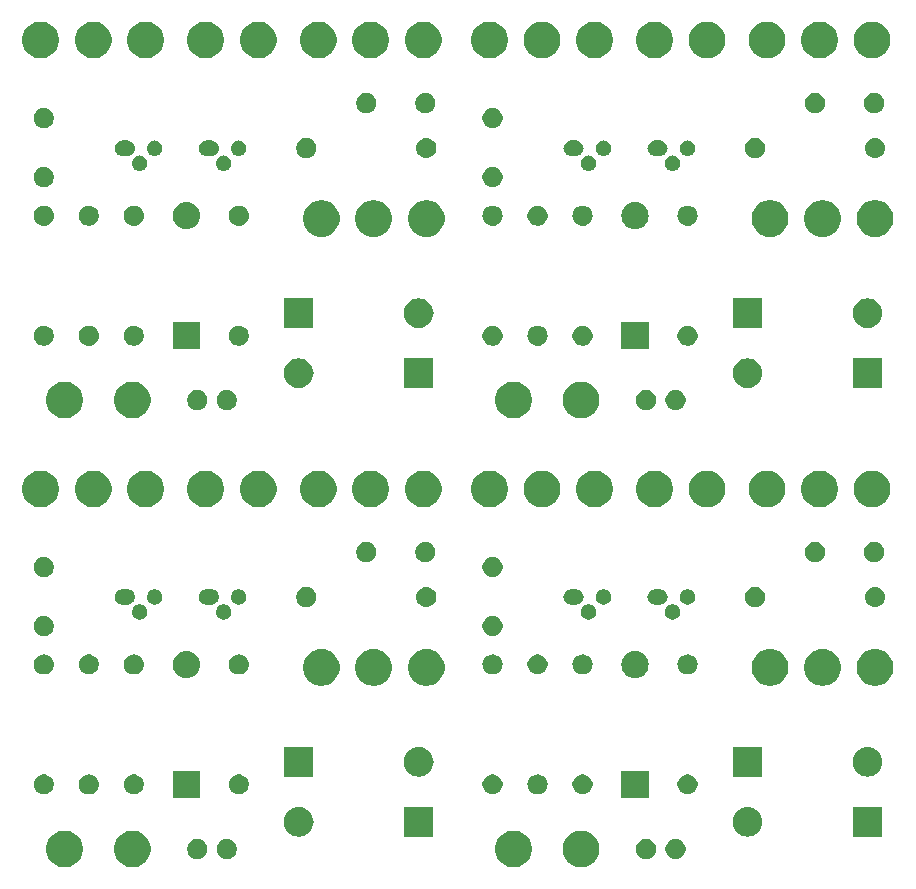
<source format=gbr>
G04 #@! TF.GenerationSoftware,KiCad,Pcbnew,(5.1.2-1)-1*
G04 #@! TF.CreationDate,2019-11-28T17:53:20+09:00*
G04 #@! TF.ProjectId,FuzzfaceMod_4,46757a7a-6661-4636-954d-6f645f342e6b,rev?*
G04 #@! TF.SameCoordinates,Original*
G04 #@! TF.FileFunction,Soldermask,Bot*
G04 #@! TF.FilePolarity,Negative*
%FSLAX46Y46*%
G04 Gerber Fmt 4.6, Leading zero omitted, Abs format (unit mm)*
G04 Created by KiCad (PCBNEW (5.1.2-1)-1) date 2019-11-28 17:53:20*
%MOMM*%
%LPD*%
G04 APERTURE LIST*
%ADD10C,0.100000*%
G04 APERTURE END LIST*
D10*
G36*
X125291585Y-113176802D02*
G01*
X125441410Y-113206604D01*
X125723674Y-113323521D01*
X125977705Y-113493259D01*
X126193741Y-113709295D01*
X126363479Y-113963326D01*
X126480396Y-114245590D01*
X126540000Y-114545240D01*
X126540000Y-114850760D01*
X126480396Y-115150410D01*
X126363479Y-115432674D01*
X126193741Y-115686705D01*
X125977705Y-115902741D01*
X125723674Y-116072479D01*
X125441410Y-116189396D01*
X125291585Y-116219198D01*
X125141761Y-116249000D01*
X124836239Y-116249000D01*
X124686415Y-116219198D01*
X124536590Y-116189396D01*
X124254326Y-116072479D01*
X124000295Y-115902741D01*
X123784259Y-115686705D01*
X123614521Y-115432674D01*
X123497604Y-115150410D01*
X123438000Y-114850760D01*
X123438000Y-114545240D01*
X123497604Y-114245590D01*
X123614521Y-113963326D01*
X123784259Y-113709295D01*
X124000295Y-113493259D01*
X124254326Y-113323521D01*
X124536590Y-113206604D01*
X124686415Y-113176802D01*
X124836239Y-113147000D01*
X125141761Y-113147000D01*
X125291585Y-113176802D01*
X125291585Y-113176802D01*
G37*
G36*
X119576585Y-113176802D02*
G01*
X119726410Y-113206604D01*
X120008674Y-113323521D01*
X120262705Y-113493259D01*
X120478741Y-113709295D01*
X120648479Y-113963326D01*
X120765396Y-114245590D01*
X120825000Y-114545240D01*
X120825000Y-114850760D01*
X120765396Y-115150410D01*
X120648479Y-115432674D01*
X120478741Y-115686705D01*
X120262705Y-115902741D01*
X120008674Y-116072479D01*
X119726410Y-116189396D01*
X119576585Y-116219198D01*
X119426761Y-116249000D01*
X119121239Y-116249000D01*
X118971415Y-116219198D01*
X118821590Y-116189396D01*
X118539326Y-116072479D01*
X118285295Y-115902741D01*
X118069259Y-115686705D01*
X117899521Y-115432674D01*
X117782604Y-115150410D01*
X117723000Y-114850760D01*
X117723000Y-114545240D01*
X117782604Y-114245590D01*
X117899521Y-113963326D01*
X118069259Y-113709295D01*
X118285295Y-113493259D01*
X118539326Y-113323521D01*
X118821590Y-113206604D01*
X118971415Y-113176802D01*
X119121239Y-113147000D01*
X119426761Y-113147000D01*
X119576585Y-113176802D01*
X119576585Y-113176802D01*
G37*
G36*
X87291585Y-113176802D02*
G01*
X87441410Y-113206604D01*
X87723674Y-113323521D01*
X87977705Y-113493259D01*
X88193741Y-113709295D01*
X88363479Y-113963326D01*
X88480396Y-114245590D01*
X88540000Y-114545240D01*
X88540000Y-114850760D01*
X88480396Y-115150410D01*
X88363479Y-115432674D01*
X88193741Y-115686705D01*
X87977705Y-115902741D01*
X87723674Y-116072479D01*
X87441410Y-116189396D01*
X87291585Y-116219198D01*
X87141761Y-116249000D01*
X86836239Y-116249000D01*
X86686415Y-116219198D01*
X86536590Y-116189396D01*
X86254326Y-116072479D01*
X86000295Y-115902741D01*
X85784259Y-115686705D01*
X85614521Y-115432674D01*
X85497604Y-115150410D01*
X85438000Y-114850760D01*
X85438000Y-114545240D01*
X85497604Y-114245590D01*
X85614521Y-113963326D01*
X85784259Y-113709295D01*
X86000295Y-113493259D01*
X86254326Y-113323521D01*
X86536590Y-113206604D01*
X86686415Y-113176802D01*
X86836239Y-113147000D01*
X87141761Y-113147000D01*
X87291585Y-113176802D01*
X87291585Y-113176802D01*
G37*
G36*
X81576585Y-113176802D02*
G01*
X81726410Y-113206604D01*
X82008674Y-113323521D01*
X82262705Y-113493259D01*
X82478741Y-113709295D01*
X82648479Y-113963326D01*
X82765396Y-114245590D01*
X82825000Y-114545240D01*
X82825000Y-114850760D01*
X82765396Y-115150410D01*
X82648479Y-115432674D01*
X82478741Y-115686705D01*
X82262705Y-115902741D01*
X82008674Y-116072479D01*
X81726410Y-116189396D01*
X81576585Y-116219198D01*
X81426761Y-116249000D01*
X81121239Y-116249000D01*
X80971415Y-116219198D01*
X80821590Y-116189396D01*
X80539326Y-116072479D01*
X80285295Y-115902741D01*
X80069259Y-115686705D01*
X79899521Y-115432674D01*
X79782604Y-115150410D01*
X79723000Y-114850760D01*
X79723000Y-114545240D01*
X79782604Y-114245590D01*
X79899521Y-113963326D01*
X80069259Y-113709295D01*
X80285295Y-113493259D01*
X80539326Y-113323521D01*
X80821590Y-113206604D01*
X80971415Y-113176802D01*
X81121239Y-113147000D01*
X81426761Y-113147000D01*
X81576585Y-113176802D01*
X81576585Y-113176802D01*
G37*
G36*
X133238228Y-113879703D02*
G01*
X133393100Y-113943853D01*
X133532481Y-114036985D01*
X133651015Y-114155519D01*
X133744147Y-114294900D01*
X133808297Y-114449772D01*
X133841000Y-114614184D01*
X133841000Y-114781816D01*
X133808297Y-114946228D01*
X133744147Y-115101100D01*
X133651015Y-115240481D01*
X133532481Y-115359015D01*
X133393100Y-115452147D01*
X133238228Y-115516297D01*
X133073816Y-115549000D01*
X132906184Y-115549000D01*
X132741772Y-115516297D01*
X132586900Y-115452147D01*
X132447519Y-115359015D01*
X132328985Y-115240481D01*
X132235853Y-115101100D01*
X132171703Y-114946228D01*
X132139000Y-114781816D01*
X132139000Y-114614184D01*
X132171703Y-114449772D01*
X132235853Y-114294900D01*
X132328985Y-114155519D01*
X132447519Y-114036985D01*
X132586900Y-113943853D01*
X132741772Y-113879703D01*
X132906184Y-113847000D01*
X133073816Y-113847000D01*
X133238228Y-113879703D01*
X133238228Y-113879703D01*
G37*
G36*
X130738228Y-113879703D02*
G01*
X130893100Y-113943853D01*
X131032481Y-114036985D01*
X131151015Y-114155519D01*
X131244147Y-114294900D01*
X131308297Y-114449772D01*
X131341000Y-114614184D01*
X131341000Y-114781816D01*
X131308297Y-114946228D01*
X131244147Y-115101100D01*
X131151015Y-115240481D01*
X131032481Y-115359015D01*
X130893100Y-115452147D01*
X130738228Y-115516297D01*
X130573816Y-115549000D01*
X130406184Y-115549000D01*
X130241772Y-115516297D01*
X130086900Y-115452147D01*
X129947519Y-115359015D01*
X129828985Y-115240481D01*
X129735853Y-115101100D01*
X129671703Y-114946228D01*
X129639000Y-114781816D01*
X129639000Y-114614184D01*
X129671703Y-114449772D01*
X129735853Y-114294900D01*
X129828985Y-114155519D01*
X129947519Y-114036985D01*
X130086900Y-113943853D01*
X130241772Y-113879703D01*
X130406184Y-113847000D01*
X130573816Y-113847000D01*
X130738228Y-113879703D01*
X130738228Y-113879703D01*
G37*
G36*
X95238228Y-113879703D02*
G01*
X95393100Y-113943853D01*
X95532481Y-114036985D01*
X95651015Y-114155519D01*
X95744147Y-114294900D01*
X95808297Y-114449772D01*
X95841000Y-114614184D01*
X95841000Y-114781816D01*
X95808297Y-114946228D01*
X95744147Y-115101100D01*
X95651015Y-115240481D01*
X95532481Y-115359015D01*
X95393100Y-115452147D01*
X95238228Y-115516297D01*
X95073816Y-115549000D01*
X94906184Y-115549000D01*
X94741772Y-115516297D01*
X94586900Y-115452147D01*
X94447519Y-115359015D01*
X94328985Y-115240481D01*
X94235853Y-115101100D01*
X94171703Y-114946228D01*
X94139000Y-114781816D01*
X94139000Y-114614184D01*
X94171703Y-114449772D01*
X94235853Y-114294900D01*
X94328985Y-114155519D01*
X94447519Y-114036985D01*
X94586900Y-113943853D01*
X94741772Y-113879703D01*
X94906184Y-113847000D01*
X95073816Y-113847000D01*
X95238228Y-113879703D01*
X95238228Y-113879703D01*
G37*
G36*
X92738228Y-113879703D02*
G01*
X92893100Y-113943853D01*
X93032481Y-114036985D01*
X93151015Y-114155519D01*
X93244147Y-114294900D01*
X93308297Y-114449772D01*
X93341000Y-114614184D01*
X93341000Y-114781816D01*
X93308297Y-114946228D01*
X93244147Y-115101100D01*
X93151015Y-115240481D01*
X93032481Y-115359015D01*
X92893100Y-115452147D01*
X92738228Y-115516297D01*
X92573816Y-115549000D01*
X92406184Y-115549000D01*
X92241772Y-115516297D01*
X92086900Y-115452147D01*
X91947519Y-115359015D01*
X91828985Y-115240481D01*
X91735853Y-115101100D01*
X91671703Y-114946228D01*
X91639000Y-114781816D01*
X91639000Y-114614184D01*
X91671703Y-114449772D01*
X91735853Y-114294900D01*
X91828985Y-114155519D01*
X91947519Y-114036985D01*
X92086900Y-113943853D01*
X92241772Y-113879703D01*
X92406184Y-113847000D01*
X92573816Y-113847000D01*
X92738228Y-113879703D01*
X92738228Y-113879703D01*
G37*
G36*
X150497000Y-113663000D02*
G01*
X147995000Y-113663000D01*
X147995000Y-111161000D01*
X150497000Y-111161000D01*
X150497000Y-113663000D01*
X150497000Y-113663000D01*
G37*
G36*
X139331239Y-111179101D02*
G01*
X139567053Y-111250634D01*
X139784381Y-111366799D01*
X139974871Y-111523129D01*
X140131201Y-111713619D01*
X140247366Y-111930947D01*
X140318899Y-112166761D01*
X140343053Y-112412000D01*
X140318899Y-112657239D01*
X140247366Y-112893053D01*
X140131201Y-113110381D01*
X139974871Y-113300871D01*
X139784381Y-113457201D01*
X139567053Y-113573366D01*
X139331239Y-113644899D01*
X139147457Y-113663000D01*
X139024543Y-113663000D01*
X138840761Y-113644899D01*
X138604947Y-113573366D01*
X138387619Y-113457201D01*
X138197129Y-113300871D01*
X138040799Y-113110381D01*
X137924634Y-112893053D01*
X137853101Y-112657239D01*
X137828947Y-112412000D01*
X137853101Y-112166761D01*
X137924634Y-111930947D01*
X138040799Y-111713619D01*
X138197129Y-111523129D01*
X138387619Y-111366799D01*
X138604947Y-111250634D01*
X138840761Y-111179101D01*
X139024543Y-111161000D01*
X139147457Y-111161000D01*
X139331239Y-111179101D01*
X139331239Y-111179101D01*
G37*
G36*
X112497000Y-113663000D02*
G01*
X109995000Y-113663000D01*
X109995000Y-111161000D01*
X112497000Y-111161000D01*
X112497000Y-113663000D01*
X112497000Y-113663000D01*
G37*
G36*
X101331239Y-111179101D02*
G01*
X101567053Y-111250634D01*
X101784381Y-111366799D01*
X101974871Y-111523129D01*
X102131201Y-111713619D01*
X102247366Y-111930947D01*
X102318899Y-112166761D01*
X102343053Y-112412000D01*
X102318899Y-112657239D01*
X102247366Y-112893053D01*
X102131201Y-113110381D01*
X101974871Y-113300871D01*
X101784381Y-113457201D01*
X101567053Y-113573366D01*
X101331239Y-113644899D01*
X101147457Y-113663000D01*
X101024543Y-113663000D01*
X100840761Y-113644899D01*
X100604947Y-113573366D01*
X100387619Y-113457201D01*
X100197129Y-113300871D01*
X100040799Y-113110381D01*
X99924634Y-112893053D01*
X99853101Y-112657239D01*
X99828947Y-112412000D01*
X99853101Y-112166761D01*
X99924634Y-111930947D01*
X100040799Y-111713619D01*
X100197129Y-111523129D01*
X100387619Y-111366799D01*
X100604947Y-111250634D01*
X100840761Y-111179101D01*
X101024543Y-111161000D01*
X101147457Y-111161000D01*
X101331239Y-111179101D01*
X101331239Y-111179101D01*
G37*
G36*
X130712000Y-110388000D02*
G01*
X128410000Y-110388000D01*
X128410000Y-108086000D01*
X130712000Y-108086000D01*
X130712000Y-110388000D01*
X130712000Y-110388000D01*
G37*
G36*
X92712000Y-110388000D02*
G01*
X90410000Y-110388000D01*
X90410000Y-108086000D01*
X92712000Y-108086000D01*
X92712000Y-110388000D01*
X92712000Y-110388000D01*
G37*
G36*
X96254228Y-108418703D02*
G01*
X96409100Y-108482853D01*
X96548481Y-108575985D01*
X96667015Y-108694519D01*
X96760147Y-108833900D01*
X96824297Y-108988772D01*
X96857000Y-109153184D01*
X96857000Y-109320816D01*
X96824297Y-109485228D01*
X96760147Y-109640100D01*
X96667015Y-109779481D01*
X96548481Y-109898015D01*
X96409100Y-109991147D01*
X96254228Y-110055297D01*
X96089816Y-110088000D01*
X95922184Y-110088000D01*
X95757772Y-110055297D01*
X95602900Y-109991147D01*
X95463519Y-109898015D01*
X95344985Y-109779481D01*
X95251853Y-109640100D01*
X95187703Y-109485228D01*
X95155000Y-109320816D01*
X95155000Y-109153184D01*
X95187703Y-108988772D01*
X95251853Y-108833900D01*
X95344985Y-108694519D01*
X95463519Y-108575985D01*
X95602900Y-108482853D01*
X95757772Y-108418703D01*
X95922184Y-108386000D01*
X96089816Y-108386000D01*
X96254228Y-108418703D01*
X96254228Y-108418703D01*
G37*
G36*
X117744228Y-108418703D02*
G01*
X117899100Y-108482853D01*
X118038481Y-108575985D01*
X118157015Y-108694519D01*
X118250147Y-108833900D01*
X118314297Y-108988772D01*
X118347000Y-109153184D01*
X118347000Y-109320816D01*
X118314297Y-109485228D01*
X118250147Y-109640100D01*
X118157015Y-109779481D01*
X118038481Y-109898015D01*
X117899100Y-109991147D01*
X117744228Y-110055297D01*
X117579816Y-110088000D01*
X117412184Y-110088000D01*
X117247772Y-110055297D01*
X117092900Y-109991147D01*
X116953519Y-109898015D01*
X116834985Y-109779481D01*
X116741853Y-109640100D01*
X116677703Y-109485228D01*
X116645000Y-109320816D01*
X116645000Y-109153184D01*
X116677703Y-108988772D01*
X116741853Y-108833900D01*
X116834985Y-108694519D01*
X116953519Y-108575985D01*
X117092900Y-108482853D01*
X117247772Y-108418703D01*
X117412184Y-108386000D01*
X117579816Y-108386000D01*
X117744228Y-108418703D01*
X117744228Y-108418703D01*
G37*
G36*
X79744228Y-108418703D02*
G01*
X79899100Y-108482853D01*
X80038481Y-108575985D01*
X80157015Y-108694519D01*
X80250147Y-108833900D01*
X80314297Y-108988772D01*
X80347000Y-109153184D01*
X80347000Y-109320816D01*
X80314297Y-109485228D01*
X80250147Y-109640100D01*
X80157015Y-109779481D01*
X80038481Y-109898015D01*
X79899100Y-109991147D01*
X79744228Y-110055297D01*
X79579816Y-110088000D01*
X79412184Y-110088000D01*
X79247772Y-110055297D01*
X79092900Y-109991147D01*
X78953519Y-109898015D01*
X78834985Y-109779481D01*
X78741853Y-109640100D01*
X78677703Y-109485228D01*
X78645000Y-109320816D01*
X78645000Y-109153184D01*
X78677703Y-108988772D01*
X78741853Y-108833900D01*
X78834985Y-108694519D01*
X78953519Y-108575985D01*
X79092900Y-108482853D01*
X79247772Y-108418703D01*
X79412184Y-108386000D01*
X79579816Y-108386000D01*
X79744228Y-108418703D01*
X79744228Y-108418703D01*
G37*
G36*
X125364228Y-108418703D02*
G01*
X125519100Y-108482853D01*
X125658481Y-108575985D01*
X125777015Y-108694519D01*
X125870147Y-108833900D01*
X125934297Y-108988772D01*
X125967000Y-109153184D01*
X125967000Y-109320816D01*
X125934297Y-109485228D01*
X125870147Y-109640100D01*
X125777015Y-109779481D01*
X125658481Y-109898015D01*
X125519100Y-109991147D01*
X125364228Y-110055297D01*
X125199816Y-110088000D01*
X125032184Y-110088000D01*
X124867772Y-110055297D01*
X124712900Y-109991147D01*
X124573519Y-109898015D01*
X124454985Y-109779481D01*
X124361853Y-109640100D01*
X124297703Y-109485228D01*
X124265000Y-109320816D01*
X124265000Y-109153184D01*
X124297703Y-108988772D01*
X124361853Y-108833900D01*
X124454985Y-108694519D01*
X124573519Y-108575985D01*
X124712900Y-108482853D01*
X124867772Y-108418703D01*
X125032184Y-108386000D01*
X125199816Y-108386000D01*
X125364228Y-108418703D01*
X125364228Y-108418703D01*
G37*
G36*
X87364228Y-108418703D02*
G01*
X87519100Y-108482853D01*
X87658481Y-108575985D01*
X87777015Y-108694519D01*
X87870147Y-108833900D01*
X87934297Y-108988772D01*
X87967000Y-109153184D01*
X87967000Y-109320816D01*
X87934297Y-109485228D01*
X87870147Y-109640100D01*
X87777015Y-109779481D01*
X87658481Y-109898015D01*
X87519100Y-109991147D01*
X87364228Y-110055297D01*
X87199816Y-110088000D01*
X87032184Y-110088000D01*
X86867772Y-110055297D01*
X86712900Y-109991147D01*
X86573519Y-109898015D01*
X86454985Y-109779481D01*
X86361853Y-109640100D01*
X86297703Y-109485228D01*
X86265000Y-109320816D01*
X86265000Y-109153184D01*
X86297703Y-108988772D01*
X86361853Y-108833900D01*
X86454985Y-108694519D01*
X86573519Y-108575985D01*
X86712900Y-108482853D01*
X86867772Y-108418703D01*
X87032184Y-108386000D01*
X87199816Y-108386000D01*
X87364228Y-108418703D01*
X87364228Y-108418703D01*
G37*
G36*
X134254228Y-108418703D02*
G01*
X134409100Y-108482853D01*
X134548481Y-108575985D01*
X134667015Y-108694519D01*
X134760147Y-108833900D01*
X134824297Y-108988772D01*
X134857000Y-109153184D01*
X134857000Y-109320816D01*
X134824297Y-109485228D01*
X134760147Y-109640100D01*
X134667015Y-109779481D01*
X134548481Y-109898015D01*
X134409100Y-109991147D01*
X134254228Y-110055297D01*
X134089816Y-110088000D01*
X133922184Y-110088000D01*
X133757772Y-110055297D01*
X133602900Y-109991147D01*
X133463519Y-109898015D01*
X133344985Y-109779481D01*
X133251853Y-109640100D01*
X133187703Y-109485228D01*
X133155000Y-109320816D01*
X133155000Y-109153184D01*
X133187703Y-108988772D01*
X133251853Y-108833900D01*
X133344985Y-108694519D01*
X133463519Y-108575985D01*
X133602900Y-108482853D01*
X133757772Y-108418703D01*
X133922184Y-108386000D01*
X134089816Y-108386000D01*
X134254228Y-108418703D01*
X134254228Y-108418703D01*
G37*
G36*
X83472823Y-108398313D02*
G01*
X83633242Y-108446976D01*
X83720031Y-108493366D01*
X83781078Y-108525996D01*
X83910659Y-108632341D01*
X84017004Y-108761922D01*
X84017005Y-108761924D01*
X84096024Y-108909758D01*
X84144687Y-109070177D01*
X84161117Y-109237000D01*
X84144687Y-109403823D01*
X84096024Y-109564242D01*
X84055477Y-109640100D01*
X84017004Y-109712078D01*
X83910659Y-109841659D01*
X83781078Y-109948004D01*
X83781076Y-109948005D01*
X83633242Y-110027024D01*
X83472823Y-110075687D01*
X83347804Y-110088000D01*
X83264196Y-110088000D01*
X83139177Y-110075687D01*
X82978758Y-110027024D01*
X82830924Y-109948005D01*
X82830922Y-109948004D01*
X82701341Y-109841659D01*
X82594996Y-109712078D01*
X82556523Y-109640100D01*
X82515976Y-109564242D01*
X82467313Y-109403823D01*
X82450883Y-109237000D01*
X82467313Y-109070177D01*
X82515976Y-108909758D01*
X82594995Y-108761924D01*
X82594996Y-108761922D01*
X82701341Y-108632341D01*
X82830922Y-108525996D01*
X82891969Y-108493366D01*
X82978758Y-108446976D01*
X83139177Y-108398313D01*
X83264196Y-108386000D01*
X83347804Y-108386000D01*
X83472823Y-108398313D01*
X83472823Y-108398313D01*
G37*
G36*
X121472823Y-108398313D02*
G01*
X121633242Y-108446976D01*
X121720031Y-108493366D01*
X121781078Y-108525996D01*
X121910659Y-108632341D01*
X122017004Y-108761922D01*
X122017005Y-108761924D01*
X122096024Y-108909758D01*
X122144687Y-109070177D01*
X122161117Y-109237000D01*
X122144687Y-109403823D01*
X122096024Y-109564242D01*
X122055477Y-109640100D01*
X122017004Y-109712078D01*
X121910659Y-109841659D01*
X121781078Y-109948004D01*
X121781076Y-109948005D01*
X121633242Y-110027024D01*
X121472823Y-110075687D01*
X121347804Y-110088000D01*
X121264196Y-110088000D01*
X121139177Y-110075687D01*
X120978758Y-110027024D01*
X120830924Y-109948005D01*
X120830922Y-109948004D01*
X120701341Y-109841659D01*
X120594996Y-109712078D01*
X120556523Y-109640100D01*
X120515976Y-109564242D01*
X120467313Y-109403823D01*
X120450883Y-109237000D01*
X120467313Y-109070177D01*
X120515976Y-108909758D01*
X120594995Y-108761924D01*
X120594996Y-108761922D01*
X120701341Y-108632341D01*
X120830922Y-108525996D01*
X120891969Y-108493366D01*
X120978758Y-108446976D01*
X121139177Y-108398313D01*
X121264196Y-108386000D01*
X121347804Y-108386000D01*
X121472823Y-108398313D01*
X121472823Y-108398313D01*
G37*
G36*
X102337000Y-108583000D02*
G01*
X99835000Y-108583000D01*
X99835000Y-106081000D01*
X102337000Y-106081000D01*
X102337000Y-108583000D01*
X102337000Y-108583000D01*
G37*
G36*
X149491239Y-106099101D02*
G01*
X149727053Y-106170634D01*
X149944381Y-106286799D01*
X150134871Y-106443129D01*
X150291201Y-106633619D01*
X150407366Y-106850947D01*
X150478899Y-107086761D01*
X150503053Y-107332000D01*
X150478899Y-107577239D01*
X150407366Y-107813053D01*
X150291201Y-108030381D01*
X150134871Y-108220871D01*
X149944381Y-108377201D01*
X149727053Y-108493366D01*
X149491239Y-108564899D01*
X149307457Y-108583000D01*
X149184543Y-108583000D01*
X149000761Y-108564899D01*
X148764947Y-108493366D01*
X148547619Y-108377201D01*
X148357129Y-108220871D01*
X148200799Y-108030381D01*
X148084634Y-107813053D01*
X148013101Y-107577239D01*
X147988947Y-107332000D01*
X148013101Y-107086761D01*
X148084634Y-106850947D01*
X148200799Y-106633619D01*
X148357129Y-106443129D01*
X148547619Y-106286799D01*
X148764947Y-106170634D01*
X149000761Y-106099101D01*
X149184543Y-106081000D01*
X149307457Y-106081000D01*
X149491239Y-106099101D01*
X149491239Y-106099101D01*
G37*
G36*
X111491239Y-106099101D02*
G01*
X111727053Y-106170634D01*
X111944381Y-106286799D01*
X112134871Y-106443129D01*
X112291201Y-106633619D01*
X112407366Y-106850947D01*
X112478899Y-107086761D01*
X112503053Y-107332000D01*
X112478899Y-107577239D01*
X112407366Y-107813053D01*
X112291201Y-108030381D01*
X112134871Y-108220871D01*
X111944381Y-108377201D01*
X111727053Y-108493366D01*
X111491239Y-108564899D01*
X111307457Y-108583000D01*
X111184543Y-108583000D01*
X111000761Y-108564899D01*
X110764947Y-108493366D01*
X110547619Y-108377201D01*
X110357129Y-108220871D01*
X110200799Y-108030381D01*
X110084634Y-107813053D01*
X110013101Y-107577239D01*
X109988947Y-107332000D01*
X110013101Y-107086761D01*
X110084634Y-106850947D01*
X110200799Y-106633619D01*
X110357129Y-106443129D01*
X110547619Y-106286799D01*
X110764947Y-106170634D01*
X111000761Y-106099101D01*
X111184543Y-106081000D01*
X111307457Y-106081000D01*
X111491239Y-106099101D01*
X111491239Y-106099101D01*
G37*
G36*
X140337000Y-108583000D02*
G01*
X137835000Y-108583000D01*
X137835000Y-106081000D01*
X140337000Y-106081000D01*
X140337000Y-108583000D01*
X140337000Y-108583000D01*
G37*
G36*
X112183585Y-97809802D02*
G01*
X112333410Y-97839604D01*
X112615674Y-97956521D01*
X112869705Y-98126259D01*
X113085741Y-98342295D01*
X113255479Y-98596326D01*
X113372396Y-98878590D01*
X113432000Y-99178240D01*
X113432000Y-99483760D01*
X113372396Y-99783410D01*
X113255479Y-100065674D01*
X113085741Y-100319705D01*
X112869705Y-100535741D01*
X112615674Y-100705479D01*
X112333410Y-100822396D01*
X112183585Y-100852198D01*
X112033761Y-100882000D01*
X111728239Y-100882000D01*
X111578415Y-100852198D01*
X111428590Y-100822396D01*
X111146326Y-100705479D01*
X110892295Y-100535741D01*
X110676259Y-100319705D01*
X110506521Y-100065674D01*
X110389604Y-99783410D01*
X110330000Y-99483760D01*
X110330000Y-99178240D01*
X110389604Y-98878590D01*
X110506521Y-98596326D01*
X110676259Y-98342295D01*
X110892295Y-98126259D01*
X111146326Y-97956521D01*
X111428590Y-97839604D01*
X111578415Y-97809802D01*
X111728239Y-97780000D01*
X112033761Y-97780000D01*
X112183585Y-97809802D01*
X112183585Y-97809802D01*
G37*
G36*
X150183585Y-97809802D02*
G01*
X150333410Y-97839604D01*
X150615674Y-97956521D01*
X150869705Y-98126259D01*
X151085741Y-98342295D01*
X151255479Y-98596326D01*
X151372396Y-98878590D01*
X151432000Y-99178240D01*
X151432000Y-99483760D01*
X151372396Y-99783410D01*
X151255479Y-100065674D01*
X151085741Y-100319705D01*
X150869705Y-100535741D01*
X150615674Y-100705479D01*
X150333410Y-100822396D01*
X150183585Y-100852198D01*
X150033761Y-100882000D01*
X149728239Y-100882000D01*
X149578415Y-100852198D01*
X149428590Y-100822396D01*
X149146326Y-100705479D01*
X148892295Y-100535741D01*
X148676259Y-100319705D01*
X148506521Y-100065674D01*
X148389604Y-99783410D01*
X148330000Y-99483760D01*
X148330000Y-99178240D01*
X148389604Y-98878590D01*
X148506521Y-98596326D01*
X148676259Y-98342295D01*
X148892295Y-98126259D01*
X149146326Y-97956521D01*
X149428590Y-97839604D01*
X149578415Y-97809802D01*
X149728239Y-97780000D01*
X150033761Y-97780000D01*
X150183585Y-97809802D01*
X150183585Y-97809802D01*
G37*
G36*
X107738585Y-97809802D02*
G01*
X107888410Y-97839604D01*
X108170674Y-97956521D01*
X108424705Y-98126259D01*
X108640741Y-98342295D01*
X108810479Y-98596326D01*
X108927396Y-98878590D01*
X108987000Y-99178240D01*
X108987000Y-99483760D01*
X108927396Y-99783410D01*
X108810479Y-100065674D01*
X108640741Y-100319705D01*
X108424705Y-100535741D01*
X108170674Y-100705479D01*
X107888410Y-100822396D01*
X107738585Y-100852198D01*
X107588761Y-100882000D01*
X107283239Y-100882000D01*
X107133415Y-100852198D01*
X106983590Y-100822396D01*
X106701326Y-100705479D01*
X106447295Y-100535741D01*
X106231259Y-100319705D01*
X106061521Y-100065674D01*
X105944604Y-99783410D01*
X105885000Y-99483760D01*
X105885000Y-99178240D01*
X105944604Y-98878590D01*
X106061521Y-98596326D01*
X106231259Y-98342295D01*
X106447295Y-98126259D01*
X106701326Y-97956521D01*
X106983590Y-97839604D01*
X107133415Y-97809802D01*
X107283239Y-97780000D01*
X107588761Y-97780000D01*
X107738585Y-97809802D01*
X107738585Y-97809802D01*
G37*
G36*
X145738585Y-97809802D02*
G01*
X145888410Y-97839604D01*
X146170674Y-97956521D01*
X146424705Y-98126259D01*
X146640741Y-98342295D01*
X146810479Y-98596326D01*
X146927396Y-98878590D01*
X146987000Y-99178240D01*
X146987000Y-99483760D01*
X146927396Y-99783410D01*
X146810479Y-100065674D01*
X146640741Y-100319705D01*
X146424705Y-100535741D01*
X146170674Y-100705479D01*
X145888410Y-100822396D01*
X145738585Y-100852198D01*
X145588761Y-100882000D01*
X145283239Y-100882000D01*
X145133415Y-100852198D01*
X144983590Y-100822396D01*
X144701326Y-100705479D01*
X144447295Y-100535741D01*
X144231259Y-100319705D01*
X144061521Y-100065674D01*
X143944604Y-99783410D01*
X143885000Y-99483760D01*
X143885000Y-99178240D01*
X143944604Y-98878590D01*
X144061521Y-98596326D01*
X144231259Y-98342295D01*
X144447295Y-98126259D01*
X144701326Y-97956521D01*
X144983590Y-97839604D01*
X145133415Y-97809802D01*
X145283239Y-97780000D01*
X145588761Y-97780000D01*
X145738585Y-97809802D01*
X145738585Y-97809802D01*
G37*
G36*
X103293585Y-97809802D02*
G01*
X103443410Y-97839604D01*
X103725674Y-97956521D01*
X103979705Y-98126259D01*
X104195741Y-98342295D01*
X104365479Y-98596326D01*
X104482396Y-98878590D01*
X104542000Y-99178240D01*
X104542000Y-99483760D01*
X104482396Y-99783410D01*
X104365479Y-100065674D01*
X104195741Y-100319705D01*
X103979705Y-100535741D01*
X103725674Y-100705479D01*
X103443410Y-100822396D01*
X103293585Y-100852198D01*
X103143761Y-100882000D01*
X102838239Y-100882000D01*
X102688415Y-100852198D01*
X102538590Y-100822396D01*
X102256326Y-100705479D01*
X102002295Y-100535741D01*
X101786259Y-100319705D01*
X101616521Y-100065674D01*
X101499604Y-99783410D01*
X101440000Y-99483760D01*
X101440000Y-99178240D01*
X101499604Y-98878590D01*
X101616521Y-98596326D01*
X101786259Y-98342295D01*
X102002295Y-98126259D01*
X102256326Y-97956521D01*
X102538590Y-97839604D01*
X102688415Y-97809802D01*
X102838239Y-97780000D01*
X103143761Y-97780000D01*
X103293585Y-97809802D01*
X103293585Y-97809802D01*
G37*
G36*
X141293585Y-97809802D02*
G01*
X141443410Y-97839604D01*
X141725674Y-97956521D01*
X141979705Y-98126259D01*
X142195741Y-98342295D01*
X142365479Y-98596326D01*
X142482396Y-98878590D01*
X142542000Y-99178240D01*
X142542000Y-99483760D01*
X142482396Y-99783410D01*
X142365479Y-100065674D01*
X142195741Y-100319705D01*
X141979705Y-100535741D01*
X141725674Y-100705479D01*
X141443410Y-100822396D01*
X141293585Y-100852198D01*
X141143761Y-100882000D01*
X140838239Y-100882000D01*
X140688415Y-100852198D01*
X140538590Y-100822396D01*
X140256326Y-100705479D01*
X140002295Y-100535741D01*
X139786259Y-100319705D01*
X139616521Y-100065674D01*
X139499604Y-99783410D01*
X139440000Y-99483760D01*
X139440000Y-99178240D01*
X139499604Y-98878590D01*
X139616521Y-98596326D01*
X139786259Y-98342295D01*
X140002295Y-98126259D01*
X140256326Y-97956521D01*
X140538590Y-97839604D01*
X140688415Y-97809802D01*
X140838239Y-97780000D01*
X141143761Y-97780000D01*
X141293585Y-97809802D01*
X141293585Y-97809802D01*
G37*
G36*
X129730271Y-97937103D02*
G01*
X129786635Y-97942654D01*
X130003600Y-98008470D01*
X130003602Y-98008471D01*
X130203555Y-98115347D01*
X130378818Y-98259182D01*
X130522653Y-98434445D01*
X130609179Y-98596326D01*
X130629530Y-98634400D01*
X130695346Y-98851365D01*
X130717569Y-99077000D01*
X130695346Y-99302635D01*
X130640402Y-99483761D01*
X130629529Y-99519602D01*
X130522653Y-99719555D01*
X130378818Y-99894818D01*
X130203555Y-100038653D01*
X130003602Y-100145529D01*
X130003600Y-100145530D01*
X129786635Y-100211346D01*
X129730271Y-100216897D01*
X129617545Y-100228000D01*
X129504455Y-100228000D01*
X129391729Y-100216897D01*
X129335365Y-100211346D01*
X129118400Y-100145530D01*
X129118398Y-100145529D01*
X128918445Y-100038653D01*
X128743182Y-99894818D01*
X128599347Y-99719555D01*
X128492471Y-99519602D01*
X128481599Y-99483761D01*
X128426654Y-99302635D01*
X128404431Y-99077000D01*
X128426654Y-98851365D01*
X128492470Y-98634400D01*
X128512821Y-98596326D01*
X128599347Y-98434445D01*
X128743182Y-98259182D01*
X128918445Y-98115347D01*
X129118398Y-98008471D01*
X129118400Y-98008470D01*
X129335365Y-97942654D01*
X129391729Y-97937103D01*
X129504455Y-97926000D01*
X129617545Y-97926000D01*
X129730271Y-97937103D01*
X129730271Y-97937103D01*
G37*
G36*
X91730271Y-97937103D02*
G01*
X91786635Y-97942654D01*
X92003600Y-98008470D01*
X92003602Y-98008471D01*
X92203555Y-98115347D01*
X92378818Y-98259182D01*
X92522653Y-98434445D01*
X92609179Y-98596326D01*
X92629530Y-98634400D01*
X92695346Y-98851365D01*
X92717569Y-99077000D01*
X92695346Y-99302635D01*
X92640402Y-99483761D01*
X92629529Y-99519602D01*
X92522653Y-99719555D01*
X92378818Y-99894818D01*
X92203555Y-100038653D01*
X92003602Y-100145529D01*
X92003600Y-100145530D01*
X91786635Y-100211346D01*
X91730271Y-100216897D01*
X91617545Y-100228000D01*
X91504455Y-100228000D01*
X91391729Y-100216897D01*
X91335365Y-100211346D01*
X91118400Y-100145530D01*
X91118398Y-100145529D01*
X90918445Y-100038653D01*
X90743182Y-99894818D01*
X90599347Y-99719555D01*
X90492471Y-99519602D01*
X90481599Y-99483761D01*
X90426654Y-99302635D01*
X90404431Y-99077000D01*
X90426654Y-98851365D01*
X90492470Y-98634400D01*
X90512821Y-98596326D01*
X90599347Y-98434445D01*
X90743182Y-98259182D01*
X90918445Y-98115347D01*
X91118398Y-98008471D01*
X91118400Y-98008470D01*
X91335365Y-97942654D01*
X91391729Y-97937103D01*
X91504455Y-97926000D01*
X91617545Y-97926000D01*
X91730271Y-97937103D01*
X91730271Y-97937103D01*
G37*
G36*
X96172823Y-98238313D02*
G01*
X96333242Y-98286976D01*
X96400361Y-98322852D01*
X96481078Y-98365996D01*
X96610659Y-98472341D01*
X96717004Y-98601922D01*
X96717005Y-98601924D01*
X96796024Y-98749758D01*
X96844687Y-98910177D01*
X96861117Y-99077000D01*
X96844687Y-99243823D01*
X96796024Y-99404242D01*
X96753520Y-99483761D01*
X96717004Y-99552078D01*
X96610659Y-99681659D01*
X96481078Y-99788004D01*
X96481076Y-99788005D01*
X96333242Y-99867024D01*
X96172823Y-99915687D01*
X96047804Y-99928000D01*
X95964196Y-99928000D01*
X95839177Y-99915687D01*
X95678758Y-99867024D01*
X95530924Y-99788005D01*
X95530922Y-99788004D01*
X95401341Y-99681659D01*
X95294996Y-99552078D01*
X95258480Y-99483761D01*
X95215976Y-99404242D01*
X95167313Y-99243823D01*
X95150883Y-99077000D01*
X95167313Y-98910177D01*
X95215976Y-98749758D01*
X95294995Y-98601924D01*
X95294996Y-98601922D01*
X95401341Y-98472341D01*
X95530922Y-98365996D01*
X95611639Y-98322852D01*
X95678758Y-98286976D01*
X95839177Y-98238313D01*
X95964196Y-98226000D01*
X96047804Y-98226000D01*
X96172823Y-98238313D01*
X96172823Y-98238313D01*
G37*
G36*
X125282823Y-98238313D02*
G01*
X125443242Y-98286976D01*
X125510361Y-98322852D01*
X125591078Y-98365996D01*
X125720659Y-98472341D01*
X125827004Y-98601922D01*
X125827005Y-98601924D01*
X125906024Y-98749758D01*
X125954687Y-98910177D01*
X125971117Y-99077000D01*
X125954687Y-99243823D01*
X125906024Y-99404242D01*
X125863520Y-99483761D01*
X125827004Y-99552078D01*
X125720659Y-99681659D01*
X125591078Y-99788004D01*
X125591076Y-99788005D01*
X125443242Y-99867024D01*
X125282823Y-99915687D01*
X125157804Y-99928000D01*
X125074196Y-99928000D01*
X124949177Y-99915687D01*
X124788758Y-99867024D01*
X124640924Y-99788005D01*
X124640922Y-99788004D01*
X124511341Y-99681659D01*
X124404996Y-99552078D01*
X124368480Y-99483761D01*
X124325976Y-99404242D01*
X124277313Y-99243823D01*
X124260883Y-99077000D01*
X124277313Y-98910177D01*
X124325976Y-98749758D01*
X124404995Y-98601924D01*
X124404996Y-98601922D01*
X124511341Y-98472341D01*
X124640922Y-98365996D01*
X124721639Y-98322852D01*
X124788758Y-98286976D01*
X124949177Y-98238313D01*
X125074196Y-98226000D01*
X125157804Y-98226000D01*
X125282823Y-98238313D01*
X125282823Y-98238313D01*
G37*
G36*
X87282823Y-98238313D02*
G01*
X87443242Y-98286976D01*
X87510361Y-98322852D01*
X87591078Y-98365996D01*
X87720659Y-98472341D01*
X87827004Y-98601922D01*
X87827005Y-98601924D01*
X87906024Y-98749758D01*
X87954687Y-98910177D01*
X87971117Y-99077000D01*
X87954687Y-99243823D01*
X87906024Y-99404242D01*
X87863520Y-99483761D01*
X87827004Y-99552078D01*
X87720659Y-99681659D01*
X87591078Y-99788004D01*
X87591076Y-99788005D01*
X87443242Y-99867024D01*
X87282823Y-99915687D01*
X87157804Y-99928000D01*
X87074196Y-99928000D01*
X86949177Y-99915687D01*
X86788758Y-99867024D01*
X86640924Y-99788005D01*
X86640922Y-99788004D01*
X86511341Y-99681659D01*
X86404996Y-99552078D01*
X86368480Y-99483761D01*
X86325976Y-99404242D01*
X86277313Y-99243823D01*
X86260883Y-99077000D01*
X86277313Y-98910177D01*
X86325976Y-98749758D01*
X86404995Y-98601924D01*
X86404996Y-98601922D01*
X86511341Y-98472341D01*
X86640922Y-98365996D01*
X86721639Y-98322852D01*
X86788758Y-98286976D01*
X86949177Y-98238313D01*
X87074196Y-98226000D01*
X87157804Y-98226000D01*
X87282823Y-98238313D01*
X87282823Y-98238313D01*
G37*
G36*
X134172823Y-98238313D02*
G01*
X134333242Y-98286976D01*
X134400361Y-98322852D01*
X134481078Y-98365996D01*
X134610659Y-98472341D01*
X134717004Y-98601922D01*
X134717005Y-98601924D01*
X134796024Y-98749758D01*
X134844687Y-98910177D01*
X134861117Y-99077000D01*
X134844687Y-99243823D01*
X134796024Y-99404242D01*
X134753520Y-99483761D01*
X134717004Y-99552078D01*
X134610659Y-99681659D01*
X134481078Y-99788004D01*
X134481076Y-99788005D01*
X134333242Y-99867024D01*
X134172823Y-99915687D01*
X134047804Y-99928000D01*
X133964196Y-99928000D01*
X133839177Y-99915687D01*
X133678758Y-99867024D01*
X133530924Y-99788005D01*
X133530922Y-99788004D01*
X133401341Y-99681659D01*
X133294996Y-99552078D01*
X133258480Y-99483761D01*
X133215976Y-99404242D01*
X133167313Y-99243823D01*
X133150883Y-99077000D01*
X133167313Y-98910177D01*
X133215976Y-98749758D01*
X133294995Y-98601924D01*
X133294996Y-98601922D01*
X133401341Y-98472341D01*
X133530922Y-98365996D01*
X133611639Y-98322852D01*
X133678758Y-98286976D01*
X133839177Y-98238313D01*
X133964196Y-98226000D01*
X134047804Y-98226000D01*
X134172823Y-98238313D01*
X134172823Y-98238313D01*
G37*
G36*
X121554228Y-98258703D02*
G01*
X121709100Y-98322853D01*
X121848481Y-98415985D01*
X121967015Y-98534519D01*
X122060147Y-98673900D01*
X122124297Y-98828772D01*
X122157000Y-98993184D01*
X122157000Y-99160816D01*
X122124297Y-99325228D01*
X122060147Y-99480100D01*
X121967015Y-99619481D01*
X121848481Y-99738015D01*
X121709100Y-99831147D01*
X121554228Y-99895297D01*
X121389816Y-99928000D01*
X121222184Y-99928000D01*
X121057772Y-99895297D01*
X120902900Y-99831147D01*
X120763519Y-99738015D01*
X120644985Y-99619481D01*
X120551853Y-99480100D01*
X120487703Y-99325228D01*
X120455000Y-99160816D01*
X120455000Y-98993184D01*
X120487703Y-98828772D01*
X120551853Y-98673900D01*
X120644985Y-98534519D01*
X120763519Y-98415985D01*
X120902900Y-98322853D01*
X121057772Y-98258703D01*
X121222184Y-98226000D01*
X121389816Y-98226000D01*
X121554228Y-98258703D01*
X121554228Y-98258703D01*
G37*
G36*
X117662823Y-98238313D02*
G01*
X117823242Y-98286976D01*
X117890361Y-98322852D01*
X117971078Y-98365996D01*
X118100659Y-98472341D01*
X118207004Y-98601922D01*
X118207005Y-98601924D01*
X118286024Y-98749758D01*
X118334687Y-98910177D01*
X118351117Y-99077000D01*
X118334687Y-99243823D01*
X118286024Y-99404242D01*
X118243520Y-99483761D01*
X118207004Y-99552078D01*
X118100659Y-99681659D01*
X117971078Y-99788004D01*
X117971076Y-99788005D01*
X117823242Y-99867024D01*
X117662823Y-99915687D01*
X117537804Y-99928000D01*
X117454196Y-99928000D01*
X117329177Y-99915687D01*
X117168758Y-99867024D01*
X117020924Y-99788005D01*
X117020922Y-99788004D01*
X116891341Y-99681659D01*
X116784996Y-99552078D01*
X116748480Y-99483761D01*
X116705976Y-99404242D01*
X116657313Y-99243823D01*
X116640883Y-99077000D01*
X116657313Y-98910177D01*
X116705976Y-98749758D01*
X116784995Y-98601924D01*
X116784996Y-98601922D01*
X116891341Y-98472341D01*
X117020922Y-98365996D01*
X117101639Y-98322852D01*
X117168758Y-98286976D01*
X117329177Y-98238313D01*
X117454196Y-98226000D01*
X117537804Y-98226000D01*
X117662823Y-98238313D01*
X117662823Y-98238313D01*
G37*
G36*
X83554228Y-98258703D02*
G01*
X83709100Y-98322853D01*
X83848481Y-98415985D01*
X83967015Y-98534519D01*
X84060147Y-98673900D01*
X84124297Y-98828772D01*
X84157000Y-98993184D01*
X84157000Y-99160816D01*
X84124297Y-99325228D01*
X84060147Y-99480100D01*
X83967015Y-99619481D01*
X83848481Y-99738015D01*
X83709100Y-99831147D01*
X83554228Y-99895297D01*
X83389816Y-99928000D01*
X83222184Y-99928000D01*
X83057772Y-99895297D01*
X82902900Y-99831147D01*
X82763519Y-99738015D01*
X82644985Y-99619481D01*
X82551853Y-99480100D01*
X82487703Y-99325228D01*
X82455000Y-99160816D01*
X82455000Y-98993184D01*
X82487703Y-98828772D01*
X82551853Y-98673900D01*
X82644985Y-98534519D01*
X82763519Y-98415985D01*
X82902900Y-98322853D01*
X83057772Y-98258703D01*
X83222184Y-98226000D01*
X83389816Y-98226000D01*
X83554228Y-98258703D01*
X83554228Y-98258703D01*
G37*
G36*
X79662823Y-98238313D02*
G01*
X79823242Y-98286976D01*
X79890361Y-98322852D01*
X79971078Y-98365996D01*
X80100659Y-98472341D01*
X80207004Y-98601922D01*
X80207005Y-98601924D01*
X80286024Y-98749758D01*
X80334687Y-98910177D01*
X80351117Y-99077000D01*
X80334687Y-99243823D01*
X80286024Y-99404242D01*
X80243520Y-99483761D01*
X80207004Y-99552078D01*
X80100659Y-99681659D01*
X79971078Y-99788004D01*
X79971076Y-99788005D01*
X79823242Y-99867024D01*
X79662823Y-99915687D01*
X79537804Y-99928000D01*
X79454196Y-99928000D01*
X79329177Y-99915687D01*
X79168758Y-99867024D01*
X79020924Y-99788005D01*
X79020922Y-99788004D01*
X78891341Y-99681659D01*
X78784996Y-99552078D01*
X78748480Y-99483761D01*
X78705976Y-99404242D01*
X78657313Y-99243823D01*
X78640883Y-99077000D01*
X78657313Y-98910177D01*
X78705976Y-98749758D01*
X78784995Y-98601924D01*
X78784996Y-98601922D01*
X78891341Y-98472341D01*
X79020922Y-98365996D01*
X79101639Y-98322852D01*
X79168758Y-98286976D01*
X79329177Y-98238313D01*
X79454196Y-98226000D01*
X79537804Y-98226000D01*
X79662823Y-98238313D01*
X79662823Y-98238313D01*
G37*
G36*
X117744228Y-95003703D02*
G01*
X117899100Y-95067853D01*
X118038481Y-95160985D01*
X118157015Y-95279519D01*
X118250147Y-95418900D01*
X118314297Y-95573772D01*
X118347000Y-95738184D01*
X118347000Y-95905816D01*
X118314297Y-96070228D01*
X118250147Y-96225100D01*
X118157015Y-96364481D01*
X118038481Y-96483015D01*
X117899100Y-96576147D01*
X117744228Y-96640297D01*
X117579816Y-96673000D01*
X117412184Y-96673000D01*
X117247772Y-96640297D01*
X117092900Y-96576147D01*
X116953519Y-96483015D01*
X116834985Y-96364481D01*
X116741853Y-96225100D01*
X116677703Y-96070228D01*
X116645000Y-95905816D01*
X116645000Y-95738184D01*
X116677703Y-95573772D01*
X116741853Y-95418900D01*
X116834985Y-95279519D01*
X116953519Y-95160985D01*
X117092900Y-95067853D01*
X117247772Y-95003703D01*
X117412184Y-94971000D01*
X117579816Y-94971000D01*
X117744228Y-95003703D01*
X117744228Y-95003703D01*
G37*
G36*
X79744228Y-95003703D02*
G01*
X79899100Y-95067853D01*
X80038481Y-95160985D01*
X80157015Y-95279519D01*
X80250147Y-95418900D01*
X80314297Y-95573772D01*
X80347000Y-95738184D01*
X80347000Y-95905816D01*
X80314297Y-96070228D01*
X80250147Y-96225100D01*
X80157015Y-96364481D01*
X80038481Y-96483015D01*
X79899100Y-96576147D01*
X79744228Y-96640297D01*
X79579816Y-96673000D01*
X79412184Y-96673000D01*
X79247772Y-96640297D01*
X79092900Y-96576147D01*
X78953519Y-96483015D01*
X78834985Y-96364481D01*
X78741853Y-96225100D01*
X78677703Y-96070228D01*
X78645000Y-95905816D01*
X78645000Y-95738184D01*
X78677703Y-95573772D01*
X78741853Y-95418900D01*
X78834985Y-95279519D01*
X78953519Y-95160985D01*
X79092900Y-95067853D01*
X79247772Y-95003703D01*
X79412184Y-94971000D01*
X79579816Y-94971000D01*
X79744228Y-95003703D01*
X79744228Y-95003703D01*
G37*
G36*
X87687855Y-93984140D02*
G01*
X87751618Y-93990420D01*
X87826054Y-94013000D01*
X87874336Y-94027646D01*
X87987425Y-94088094D01*
X88086554Y-94169446D01*
X88167906Y-94268575D01*
X88228354Y-94381664D01*
X88228355Y-94381668D01*
X88265580Y-94504382D01*
X88278149Y-94632000D01*
X88265580Y-94759618D01*
X88238040Y-94850404D01*
X88228354Y-94882336D01*
X88167906Y-94995425D01*
X88086554Y-95094554D01*
X87987425Y-95175906D01*
X87874336Y-95236354D01*
X87842404Y-95246040D01*
X87751618Y-95273580D01*
X87691317Y-95279519D01*
X87655974Y-95283000D01*
X87592026Y-95283000D01*
X87556683Y-95279519D01*
X87496382Y-95273580D01*
X87405596Y-95246040D01*
X87373664Y-95236354D01*
X87260575Y-95175906D01*
X87161446Y-95094554D01*
X87080094Y-94995425D01*
X87019646Y-94882336D01*
X87009960Y-94850404D01*
X86982420Y-94759618D01*
X86969851Y-94632000D01*
X86982420Y-94504382D01*
X87019645Y-94381668D01*
X87019646Y-94381664D01*
X87080094Y-94268575D01*
X87161446Y-94169446D01*
X87260575Y-94088094D01*
X87373664Y-94027646D01*
X87421946Y-94013000D01*
X87496382Y-93990420D01*
X87560145Y-93984140D01*
X87592026Y-93981000D01*
X87655974Y-93981000D01*
X87687855Y-93984140D01*
X87687855Y-93984140D01*
G37*
G36*
X94799855Y-93984140D02*
G01*
X94863618Y-93990420D01*
X94938054Y-94013000D01*
X94986336Y-94027646D01*
X95099425Y-94088094D01*
X95198554Y-94169446D01*
X95279906Y-94268575D01*
X95340354Y-94381664D01*
X95340355Y-94381668D01*
X95377580Y-94504382D01*
X95390149Y-94632000D01*
X95377580Y-94759618D01*
X95350040Y-94850404D01*
X95340354Y-94882336D01*
X95279906Y-94995425D01*
X95198554Y-95094554D01*
X95099425Y-95175906D01*
X94986336Y-95236354D01*
X94954404Y-95246040D01*
X94863618Y-95273580D01*
X94803317Y-95279519D01*
X94767974Y-95283000D01*
X94704026Y-95283000D01*
X94668683Y-95279519D01*
X94608382Y-95273580D01*
X94517596Y-95246040D01*
X94485664Y-95236354D01*
X94372575Y-95175906D01*
X94273446Y-95094554D01*
X94192094Y-94995425D01*
X94131646Y-94882336D01*
X94121960Y-94850404D01*
X94094420Y-94759618D01*
X94081851Y-94632000D01*
X94094420Y-94504382D01*
X94131645Y-94381668D01*
X94131646Y-94381664D01*
X94192094Y-94268575D01*
X94273446Y-94169446D01*
X94372575Y-94088094D01*
X94485664Y-94027646D01*
X94533946Y-94013000D01*
X94608382Y-93990420D01*
X94672145Y-93984140D01*
X94704026Y-93981000D01*
X94767974Y-93981000D01*
X94799855Y-93984140D01*
X94799855Y-93984140D01*
G37*
G36*
X132799855Y-93984140D02*
G01*
X132863618Y-93990420D01*
X132938054Y-94013000D01*
X132986336Y-94027646D01*
X133099425Y-94088094D01*
X133198554Y-94169446D01*
X133279906Y-94268575D01*
X133340354Y-94381664D01*
X133340355Y-94381668D01*
X133377580Y-94504382D01*
X133390149Y-94632000D01*
X133377580Y-94759618D01*
X133350040Y-94850404D01*
X133340354Y-94882336D01*
X133279906Y-94995425D01*
X133198554Y-95094554D01*
X133099425Y-95175906D01*
X132986336Y-95236354D01*
X132954404Y-95246040D01*
X132863618Y-95273580D01*
X132803317Y-95279519D01*
X132767974Y-95283000D01*
X132704026Y-95283000D01*
X132668683Y-95279519D01*
X132608382Y-95273580D01*
X132517596Y-95246040D01*
X132485664Y-95236354D01*
X132372575Y-95175906D01*
X132273446Y-95094554D01*
X132192094Y-94995425D01*
X132131646Y-94882336D01*
X132121960Y-94850404D01*
X132094420Y-94759618D01*
X132081851Y-94632000D01*
X132094420Y-94504382D01*
X132131645Y-94381668D01*
X132131646Y-94381664D01*
X132192094Y-94268575D01*
X132273446Y-94169446D01*
X132372575Y-94088094D01*
X132485664Y-94027646D01*
X132533946Y-94013000D01*
X132608382Y-93990420D01*
X132672145Y-93984140D01*
X132704026Y-93981000D01*
X132767974Y-93981000D01*
X132799855Y-93984140D01*
X132799855Y-93984140D01*
G37*
G36*
X125687855Y-93984140D02*
G01*
X125751618Y-93990420D01*
X125826054Y-94013000D01*
X125874336Y-94027646D01*
X125987425Y-94088094D01*
X126086554Y-94169446D01*
X126167906Y-94268575D01*
X126228354Y-94381664D01*
X126228355Y-94381668D01*
X126265580Y-94504382D01*
X126278149Y-94632000D01*
X126265580Y-94759618D01*
X126238040Y-94850404D01*
X126228354Y-94882336D01*
X126167906Y-94995425D01*
X126086554Y-95094554D01*
X125987425Y-95175906D01*
X125874336Y-95236354D01*
X125842404Y-95246040D01*
X125751618Y-95273580D01*
X125691317Y-95279519D01*
X125655974Y-95283000D01*
X125592026Y-95283000D01*
X125556683Y-95279519D01*
X125496382Y-95273580D01*
X125405596Y-95246040D01*
X125373664Y-95236354D01*
X125260575Y-95175906D01*
X125161446Y-95094554D01*
X125080094Y-94995425D01*
X125019646Y-94882336D01*
X125009960Y-94850404D01*
X124982420Y-94759618D01*
X124969851Y-94632000D01*
X124982420Y-94504382D01*
X125019645Y-94381668D01*
X125019646Y-94381664D01*
X125080094Y-94268575D01*
X125161446Y-94169446D01*
X125260575Y-94088094D01*
X125373664Y-94027646D01*
X125421946Y-94013000D01*
X125496382Y-93990420D01*
X125560145Y-93984140D01*
X125592026Y-93981000D01*
X125655974Y-93981000D01*
X125687855Y-93984140D01*
X125687855Y-93984140D01*
G37*
G36*
X150047823Y-92523313D02*
G01*
X150208242Y-92571976D01*
X150275361Y-92607852D01*
X150356078Y-92650996D01*
X150485659Y-92757341D01*
X150592004Y-92886922D01*
X150592005Y-92886924D01*
X150671024Y-93034758D01*
X150719687Y-93195177D01*
X150736117Y-93362000D01*
X150719687Y-93528823D01*
X150671024Y-93689242D01*
X150630477Y-93765100D01*
X150592004Y-93837078D01*
X150485659Y-93966659D01*
X150356078Y-94073004D01*
X150356076Y-94073005D01*
X150208242Y-94152024D01*
X150047823Y-94200687D01*
X149922804Y-94213000D01*
X149839196Y-94213000D01*
X149714177Y-94200687D01*
X149553758Y-94152024D01*
X149405924Y-94073005D01*
X149405922Y-94073004D01*
X149276341Y-93966659D01*
X149169996Y-93837078D01*
X149131523Y-93765100D01*
X149090976Y-93689242D01*
X149042313Y-93528823D01*
X149025883Y-93362000D01*
X149042313Y-93195177D01*
X149090976Y-93034758D01*
X149169995Y-92886924D01*
X149169996Y-92886922D01*
X149276341Y-92757341D01*
X149405922Y-92650996D01*
X149486639Y-92607852D01*
X149553758Y-92571976D01*
X149714177Y-92523313D01*
X149839196Y-92511000D01*
X149922804Y-92511000D01*
X150047823Y-92523313D01*
X150047823Y-92523313D01*
G37*
G36*
X112047823Y-92523313D02*
G01*
X112208242Y-92571976D01*
X112275361Y-92607852D01*
X112356078Y-92650996D01*
X112485659Y-92757341D01*
X112592004Y-92886922D01*
X112592005Y-92886924D01*
X112671024Y-93034758D01*
X112719687Y-93195177D01*
X112736117Y-93362000D01*
X112719687Y-93528823D01*
X112671024Y-93689242D01*
X112630477Y-93765100D01*
X112592004Y-93837078D01*
X112485659Y-93966659D01*
X112356078Y-94073004D01*
X112356076Y-94073005D01*
X112208242Y-94152024D01*
X112047823Y-94200687D01*
X111922804Y-94213000D01*
X111839196Y-94213000D01*
X111714177Y-94200687D01*
X111553758Y-94152024D01*
X111405924Y-94073005D01*
X111405922Y-94073004D01*
X111276341Y-93966659D01*
X111169996Y-93837078D01*
X111131523Y-93765100D01*
X111090976Y-93689242D01*
X111042313Y-93528823D01*
X111025883Y-93362000D01*
X111042313Y-93195177D01*
X111090976Y-93034758D01*
X111169995Y-92886924D01*
X111169996Y-92886922D01*
X111276341Y-92757341D01*
X111405922Y-92650996D01*
X111486639Y-92607852D01*
X111553758Y-92571976D01*
X111714177Y-92523313D01*
X111839196Y-92511000D01*
X111922804Y-92511000D01*
X112047823Y-92523313D01*
X112047823Y-92523313D01*
G37*
G36*
X101969228Y-92543703D02*
G01*
X102124100Y-92607853D01*
X102263481Y-92700985D01*
X102382015Y-92819519D01*
X102475147Y-92958900D01*
X102539297Y-93113772D01*
X102572000Y-93278184D01*
X102572000Y-93445816D01*
X102539297Y-93610228D01*
X102475147Y-93765100D01*
X102382015Y-93904481D01*
X102263481Y-94023015D01*
X102124100Y-94116147D01*
X101969228Y-94180297D01*
X101804816Y-94213000D01*
X101637184Y-94213000D01*
X101472772Y-94180297D01*
X101317900Y-94116147D01*
X101178519Y-94023015D01*
X101059985Y-93904481D01*
X100966853Y-93765100D01*
X100902703Y-93610228D01*
X100870000Y-93445816D01*
X100870000Y-93278184D01*
X100902703Y-93113772D01*
X100966853Y-92958900D01*
X101059985Y-92819519D01*
X101178519Y-92700985D01*
X101317900Y-92607853D01*
X101472772Y-92543703D01*
X101637184Y-92511000D01*
X101804816Y-92511000D01*
X101969228Y-92543703D01*
X101969228Y-92543703D01*
G37*
G36*
X139969228Y-92543703D02*
G01*
X140124100Y-92607853D01*
X140263481Y-92700985D01*
X140382015Y-92819519D01*
X140475147Y-92958900D01*
X140539297Y-93113772D01*
X140572000Y-93278184D01*
X140572000Y-93445816D01*
X140539297Y-93610228D01*
X140475147Y-93765100D01*
X140382015Y-93904481D01*
X140263481Y-94023015D01*
X140124100Y-94116147D01*
X139969228Y-94180297D01*
X139804816Y-94213000D01*
X139637184Y-94213000D01*
X139472772Y-94180297D01*
X139317900Y-94116147D01*
X139178519Y-94023015D01*
X139059985Y-93904481D01*
X138966853Y-93765100D01*
X138902703Y-93610228D01*
X138870000Y-93445816D01*
X138870000Y-93278184D01*
X138902703Y-93113772D01*
X138966853Y-92958900D01*
X139059985Y-92819519D01*
X139178519Y-92700985D01*
X139317900Y-92607853D01*
X139472772Y-92543703D01*
X139637184Y-92511000D01*
X139804816Y-92511000D01*
X139969228Y-92543703D01*
X139969228Y-92543703D01*
G37*
G36*
X96069855Y-92714140D02*
G01*
X96133618Y-92720420D01*
X96224404Y-92747960D01*
X96256336Y-92757646D01*
X96369425Y-92818094D01*
X96468554Y-92899446D01*
X96549906Y-92998575D01*
X96610354Y-93111664D01*
X96610355Y-93111668D01*
X96647580Y-93234382D01*
X96660149Y-93362000D01*
X96647580Y-93489618D01*
X96620040Y-93580404D01*
X96610354Y-93612336D01*
X96549906Y-93725425D01*
X96468554Y-93824554D01*
X96369425Y-93905906D01*
X96256336Y-93966354D01*
X96224404Y-93976040D01*
X96133618Y-94003580D01*
X96069855Y-94009860D01*
X96037974Y-94013000D01*
X95974026Y-94013000D01*
X95942145Y-94009860D01*
X95878382Y-94003580D01*
X95787596Y-93976040D01*
X95755664Y-93966354D01*
X95642575Y-93905906D01*
X95543446Y-93824554D01*
X95462094Y-93725425D01*
X95401646Y-93612336D01*
X95391960Y-93580404D01*
X95364420Y-93489618D01*
X95351851Y-93362000D01*
X95364420Y-93234382D01*
X95401645Y-93111668D01*
X95401646Y-93111664D01*
X95462094Y-92998575D01*
X95543446Y-92899446D01*
X95642575Y-92818094D01*
X95755664Y-92757646D01*
X95787596Y-92747960D01*
X95878382Y-92720420D01*
X95942145Y-92714140D01*
X95974026Y-92711000D01*
X96037974Y-92711000D01*
X96069855Y-92714140D01*
X96069855Y-92714140D01*
G37*
G36*
X124617855Y-92714140D02*
G01*
X124681618Y-92720420D01*
X124772404Y-92747960D01*
X124804336Y-92757646D01*
X124917425Y-92818094D01*
X125016554Y-92899446D01*
X125097906Y-92998575D01*
X125158354Y-93111664D01*
X125158355Y-93111668D01*
X125195580Y-93234382D01*
X125208149Y-93362000D01*
X125195580Y-93489618D01*
X125168040Y-93580404D01*
X125158354Y-93612336D01*
X125097906Y-93725425D01*
X125016554Y-93824554D01*
X124917425Y-93905906D01*
X124804336Y-93966354D01*
X124772404Y-93976040D01*
X124681618Y-94003580D01*
X124617855Y-94009860D01*
X124585974Y-94013000D01*
X124122026Y-94013000D01*
X124090145Y-94009860D01*
X124026382Y-94003580D01*
X123935596Y-93976040D01*
X123903664Y-93966354D01*
X123790575Y-93905906D01*
X123691446Y-93824554D01*
X123610094Y-93725425D01*
X123549646Y-93612336D01*
X123539960Y-93580404D01*
X123512420Y-93489618D01*
X123499851Y-93362000D01*
X123512420Y-93234382D01*
X123549645Y-93111668D01*
X123549646Y-93111664D01*
X123610094Y-92998575D01*
X123691446Y-92899446D01*
X123790575Y-92818094D01*
X123903664Y-92757646D01*
X123935596Y-92747960D01*
X124026382Y-92720420D01*
X124090145Y-92714140D01*
X124122026Y-92711000D01*
X124585974Y-92711000D01*
X124617855Y-92714140D01*
X124617855Y-92714140D01*
G37*
G36*
X126957855Y-92714140D02*
G01*
X127021618Y-92720420D01*
X127112404Y-92747960D01*
X127144336Y-92757646D01*
X127257425Y-92818094D01*
X127356554Y-92899446D01*
X127437906Y-92998575D01*
X127498354Y-93111664D01*
X127498355Y-93111668D01*
X127535580Y-93234382D01*
X127548149Y-93362000D01*
X127535580Y-93489618D01*
X127508040Y-93580404D01*
X127498354Y-93612336D01*
X127437906Y-93725425D01*
X127356554Y-93824554D01*
X127257425Y-93905906D01*
X127144336Y-93966354D01*
X127112404Y-93976040D01*
X127021618Y-94003580D01*
X126957855Y-94009860D01*
X126925974Y-94013000D01*
X126862026Y-94013000D01*
X126830145Y-94009860D01*
X126766382Y-94003580D01*
X126675596Y-93976040D01*
X126643664Y-93966354D01*
X126530575Y-93905906D01*
X126431446Y-93824554D01*
X126350094Y-93725425D01*
X126289646Y-93612336D01*
X126279960Y-93580404D01*
X126252420Y-93489618D01*
X126239851Y-93362000D01*
X126252420Y-93234382D01*
X126289645Y-93111668D01*
X126289646Y-93111664D01*
X126350094Y-92998575D01*
X126431446Y-92899446D01*
X126530575Y-92818094D01*
X126643664Y-92757646D01*
X126675596Y-92747960D01*
X126766382Y-92720420D01*
X126830145Y-92714140D01*
X126862026Y-92711000D01*
X126925974Y-92711000D01*
X126957855Y-92714140D01*
X126957855Y-92714140D01*
G37*
G36*
X131729855Y-92714140D02*
G01*
X131793618Y-92720420D01*
X131884404Y-92747960D01*
X131916336Y-92757646D01*
X132029425Y-92818094D01*
X132128554Y-92899446D01*
X132209906Y-92998575D01*
X132270354Y-93111664D01*
X132270355Y-93111668D01*
X132307580Y-93234382D01*
X132320149Y-93362000D01*
X132307580Y-93489618D01*
X132280040Y-93580404D01*
X132270354Y-93612336D01*
X132209906Y-93725425D01*
X132128554Y-93824554D01*
X132029425Y-93905906D01*
X131916336Y-93966354D01*
X131884404Y-93976040D01*
X131793618Y-94003580D01*
X131729855Y-94009860D01*
X131697974Y-94013000D01*
X131234026Y-94013000D01*
X131202145Y-94009860D01*
X131138382Y-94003580D01*
X131047596Y-93976040D01*
X131015664Y-93966354D01*
X130902575Y-93905906D01*
X130803446Y-93824554D01*
X130722094Y-93725425D01*
X130661646Y-93612336D01*
X130651960Y-93580404D01*
X130624420Y-93489618D01*
X130611851Y-93362000D01*
X130624420Y-93234382D01*
X130661645Y-93111668D01*
X130661646Y-93111664D01*
X130722094Y-92998575D01*
X130803446Y-92899446D01*
X130902575Y-92818094D01*
X131015664Y-92757646D01*
X131047596Y-92747960D01*
X131138382Y-92720420D01*
X131202145Y-92714140D01*
X131234026Y-92711000D01*
X131697974Y-92711000D01*
X131729855Y-92714140D01*
X131729855Y-92714140D01*
G37*
G36*
X134069855Y-92714140D02*
G01*
X134133618Y-92720420D01*
X134224404Y-92747960D01*
X134256336Y-92757646D01*
X134369425Y-92818094D01*
X134468554Y-92899446D01*
X134549906Y-92998575D01*
X134610354Y-93111664D01*
X134610355Y-93111668D01*
X134647580Y-93234382D01*
X134660149Y-93362000D01*
X134647580Y-93489618D01*
X134620040Y-93580404D01*
X134610354Y-93612336D01*
X134549906Y-93725425D01*
X134468554Y-93824554D01*
X134369425Y-93905906D01*
X134256336Y-93966354D01*
X134224404Y-93976040D01*
X134133618Y-94003580D01*
X134069855Y-94009860D01*
X134037974Y-94013000D01*
X133974026Y-94013000D01*
X133942145Y-94009860D01*
X133878382Y-94003580D01*
X133787596Y-93976040D01*
X133755664Y-93966354D01*
X133642575Y-93905906D01*
X133543446Y-93824554D01*
X133462094Y-93725425D01*
X133401646Y-93612336D01*
X133391960Y-93580404D01*
X133364420Y-93489618D01*
X133351851Y-93362000D01*
X133364420Y-93234382D01*
X133401645Y-93111668D01*
X133401646Y-93111664D01*
X133462094Y-92998575D01*
X133543446Y-92899446D01*
X133642575Y-92818094D01*
X133755664Y-92757646D01*
X133787596Y-92747960D01*
X133878382Y-92720420D01*
X133942145Y-92714140D01*
X133974026Y-92711000D01*
X134037974Y-92711000D01*
X134069855Y-92714140D01*
X134069855Y-92714140D01*
G37*
G36*
X93729855Y-92714140D02*
G01*
X93793618Y-92720420D01*
X93884404Y-92747960D01*
X93916336Y-92757646D01*
X94029425Y-92818094D01*
X94128554Y-92899446D01*
X94209906Y-92998575D01*
X94270354Y-93111664D01*
X94270355Y-93111668D01*
X94307580Y-93234382D01*
X94320149Y-93362000D01*
X94307580Y-93489618D01*
X94280040Y-93580404D01*
X94270354Y-93612336D01*
X94209906Y-93725425D01*
X94128554Y-93824554D01*
X94029425Y-93905906D01*
X93916336Y-93966354D01*
X93884404Y-93976040D01*
X93793618Y-94003580D01*
X93729855Y-94009860D01*
X93697974Y-94013000D01*
X93234026Y-94013000D01*
X93202145Y-94009860D01*
X93138382Y-94003580D01*
X93047596Y-93976040D01*
X93015664Y-93966354D01*
X92902575Y-93905906D01*
X92803446Y-93824554D01*
X92722094Y-93725425D01*
X92661646Y-93612336D01*
X92651960Y-93580404D01*
X92624420Y-93489618D01*
X92611851Y-93362000D01*
X92624420Y-93234382D01*
X92661645Y-93111668D01*
X92661646Y-93111664D01*
X92722094Y-92998575D01*
X92803446Y-92899446D01*
X92902575Y-92818094D01*
X93015664Y-92757646D01*
X93047596Y-92747960D01*
X93138382Y-92720420D01*
X93202145Y-92714140D01*
X93234026Y-92711000D01*
X93697974Y-92711000D01*
X93729855Y-92714140D01*
X93729855Y-92714140D01*
G37*
G36*
X86617855Y-92714140D02*
G01*
X86681618Y-92720420D01*
X86772404Y-92747960D01*
X86804336Y-92757646D01*
X86917425Y-92818094D01*
X87016554Y-92899446D01*
X87097906Y-92998575D01*
X87158354Y-93111664D01*
X87158355Y-93111668D01*
X87195580Y-93234382D01*
X87208149Y-93362000D01*
X87195580Y-93489618D01*
X87168040Y-93580404D01*
X87158354Y-93612336D01*
X87097906Y-93725425D01*
X87016554Y-93824554D01*
X86917425Y-93905906D01*
X86804336Y-93966354D01*
X86772404Y-93976040D01*
X86681618Y-94003580D01*
X86617855Y-94009860D01*
X86585974Y-94013000D01*
X86122026Y-94013000D01*
X86090145Y-94009860D01*
X86026382Y-94003580D01*
X85935596Y-93976040D01*
X85903664Y-93966354D01*
X85790575Y-93905906D01*
X85691446Y-93824554D01*
X85610094Y-93725425D01*
X85549646Y-93612336D01*
X85539960Y-93580404D01*
X85512420Y-93489618D01*
X85499851Y-93362000D01*
X85512420Y-93234382D01*
X85549645Y-93111668D01*
X85549646Y-93111664D01*
X85610094Y-92998575D01*
X85691446Y-92899446D01*
X85790575Y-92818094D01*
X85903664Y-92757646D01*
X85935596Y-92747960D01*
X86026382Y-92720420D01*
X86090145Y-92714140D01*
X86122026Y-92711000D01*
X86585974Y-92711000D01*
X86617855Y-92714140D01*
X86617855Y-92714140D01*
G37*
G36*
X88957855Y-92714140D02*
G01*
X89021618Y-92720420D01*
X89112404Y-92747960D01*
X89144336Y-92757646D01*
X89257425Y-92818094D01*
X89356554Y-92899446D01*
X89437906Y-92998575D01*
X89498354Y-93111664D01*
X89498355Y-93111668D01*
X89535580Y-93234382D01*
X89548149Y-93362000D01*
X89535580Y-93489618D01*
X89508040Y-93580404D01*
X89498354Y-93612336D01*
X89437906Y-93725425D01*
X89356554Y-93824554D01*
X89257425Y-93905906D01*
X89144336Y-93966354D01*
X89112404Y-93976040D01*
X89021618Y-94003580D01*
X88957855Y-94009860D01*
X88925974Y-94013000D01*
X88862026Y-94013000D01*
X88830145Y-94009860D01*
X88766382Y-94003580D01*
X88675596Y-93976040D01*
X88643664Y-93966354D01*
X88530575Y-93905906D01*
X88431446Y-93824554D01*
X88350094Y-93725425D01*
X88289646Y-93612336D01*
X88279960Y-93580404D01*
X88252420Y-93489618D01*
X88239851Y-93362000D01*
X88252420Y-93234382D01*
X88289645Y-93111668D01*
X88289646Y-93111664D01*
X88350094Y-92998575D01*
X88431446Y-92899446D01*
X88530575Y-92818094D01*
X88643664Y-92757646D01*
X88675596Y-92747960D01*
X88766382Y-92720420D01*
X88830145Y-92714140D01*
X88862026Y-92711000D01*
X88925974Y-92711000D01*
X88957855Y-92714140D01*
X88957855Y-92714140D01*
G37*
G36*
X79744228Y-90003703D02*
G01*
X79899100Y-90067853D01*
X80038481Y-90160985D01*
X80157015Y-90279519D01*
X80250147Y-90418900D01*
X80314297Y-90573772D01*
X80347000Y-90738184D01*
X80347000Y-90905816D01*
X80314297Y-91070228D01*
X80250147Y-91225100D01*
X80157015Y-91364481D01*
X80038481Y-91483015D01*
X79899100Y-91576147D01*
X79744228Y-91640297D01*
X79579816Y-91673000D01*
X79412184Y-91673000D01*
X79247772Y-91640297D01*
X79092900Y-91576147D01*
X78953519Y-91483015D01*
X78834985Y-91364481D01*
X78741853Y-91225100D01*
X78677703Y-91070228D01*
X78645000Y-90905816D01*
X78645000Y-90738184D01*
X78677703Y-90573772D01*
X78741853Y-90418900D01*
X78834985Y-90279519D01*
X78953519Y-90160985D01*
X79092900Y-90067853D01*
X79247772Y-90003703D01*
X79412184Y-89971000D01*
X79579816Y-89971000D01*
X79744228Y-90003703D01*
X79744228Y-90003703D01*
G37*
G36*
X117744228Y-90003703D02*
G01*
X117899100Y-90067853D01*
X118038481Y-90160985D01*
X118157015Y-90279519D01*
X118250147Y-90418900D01*
X118314297Y-90573772D01*
X118347000Y-90738184D01*
X118347000Y-90905816D01*
X118314297Y-91070228D01*
X118250147Y-91225100D01*
X118157015Y-91364481D01*
X118038481Y-91483015D01*
X117899100Y-91576147D01*
X117744228Y-91640297D01*
X117579816Y-91673000D01*
X117412184Y-91673000D01*
X117247772Y-91640297D01*
X117092900Y-91576147D01*
X116953519Y-91483015D01*
X116834985Y-91364481D01*
X116741853Y-91225100D01*
X116677703Y-91070228D01*
X116645000Y-90905816D01*
X116645000Y-90738184D01*
X116677703Y-90573772D01*
X116741853Y-90418900D01*
X116834985Y-90279519D01*
X116953519Y-90160985D01*
X117092900Y-90067853D01*
X117247772Y-90003703D01*
X117412184Y-89971000D01*
X117579816Y-89971000D01*
X117744228Y-90003703D01*
X117744228Y-90003703D01*
G37*
G36*
X107049228Y-88733703D02*
G01*
X107204100Y-88797853D01*
X107343481Y-88890985D01*
X107462015Y-89009519D01*
X107555147Y-89148900D01*
X107619297Y-89303772D01*
X107652000Y-89468184D01*
X107652000Y-89635816D01*
X107619297Y-89800228D01*
X107555147Y-89955100D01*
X107462015Y-90094481D01*
X107343481Y-90213015D01*
X107204100Y-90306147D01*
X107049228Y-90370297D01*
X106884816Y-90403000D01*
X106717184Y-90403000D01*
X106552772Y-90370297D01*
X106397900Y-90306147D01*
X106258519Y-90213015D01*
X106139985Y-90094481D01*
X106046853Y-89955100D01*
X105982703Y-89800228D01*
X105950000Y-89635816D01*
X105950000Y-89468184D01*
X105982703Y-89303772D01*
X106046853Y-89148900D01*
X106139985Y-89009519D01*
X106258519Y-88890985D01*
X106397900Y-88797853D01*
X106552772Y-88733703D01*
X106717184Y-88701000D01*
X106884816Y-88701000D01*
X107049228Y-88733703D01*
X107049228Y-88733703D01*
G37*
G36*
X112049228Y-88733703D02*
G01*
X112204100Y-88797853D01*
X112343481Y-88890985D01*
X112462015Y-89009519D01*
X112555147Y-89148900D01*
X112619297Y-89303772D01*
X112652000Y-89468184D01*
X112652000Y-89635816D01*
X112619297Y-89800228D01*
X112555147Y-89955100D01*
X112462015Y-90094481D01*
X112343481Y-90213015D01*
X112204100Y-90306147D01*
X112049228Y-90370297D01*
X111884816Y-90403000D01*
X111717184Y-90403000D01*
X111552772Y-90370297D01*
X111397900Y-90306147D01*
X111258519Y-90213015D01*
X111139985Y-90094481D01*
X111046853Y-89955100D01*
X110982703Y-89800228D01*
X110950000Y-89635816D01*
X110950000Y-89468184D01*
X110982703Y-89303772D01*
X111046853Y-89148900D01*
X111139985Y-89009519D01*
X111258519Y-88890985D01*
X111397900Y-88797853D01*
X111552772Y-88733703D01*
X111717184Y-88701000D01*
X111884816Y-88701000D01*
X112049228Y-88733703D01*
X112049228Y-88733703D01*
G37*
G36*
X150049228Y-88733703D02*
G01*
X150204100Y-88797853D01*
X150343481Y-88890985D01*
X150462015Y-89009519D01*
X150555147Y-89148900D01*
X150619297Y-89303772D01*
X150652000Y-89468184D01*
X150652000Y-89635816D01*
X150619297Y-89800228D01*
X150555147Y-89955100D01*
X150462015Y-90094481D01*
X150343481Y-90213015D01*
X150204100Y-90306147D01*
X150049228Y-90370297D01*
X149884816Y-90403000D01*
X149717184Y-90403000D01*
X149552772Y-90370297D01*
X149397900Y-90306147D01*
X149258519Y-90213015D01*
X149139985Y-90094481D01*
X149046853Y-89955100D01*
X148982703Y-89800228D01*
X148950000Y-89635816D01*
X148950000Y-89468184D01*
X148982703Y-89303772D01*
X149046853Y-89148900D01*
X149139985Y-89009519D01*
X149258519Y-88890985D01*
X149397900Y-88797853D01*
X149552772Y-88733703D01*
X149717184Y-88701000D01*
X149884816Y-88701000D01*
X150049228Y-88733703D01*
X150049228Y-88733703D01*
G37*
G36*
X145049228Y-88733703D02*
G01*
X145204100Y-88797853D01*
X145343481Y-88890985D01*
X145462015Y-89009519D01*
X145555147Y-89148900D01*
X145619297Y-89303772D01*
X145652000Y-89468184D01*
X145652000Y-89635816D01*
X145619297Y-89800228D01*
X145555147Y-89955100D01*
X145462015Y-90094481D01*
X145343481Y-90213015D01*
X145204100Y-90306147D01*
X145049228Y-90370297D01*
X144884816Y-90403000D01*
X144717184Y-90403000D01*
X144552772Y-90370297D01*
X144397900Y-90306147D01*
X144258519Y-90213015D01*
X144139985Y-90094481D01*
X144046853Y-89955100D01*
X143982703Y-89800228D01*
X143950000Y-89635816D01*
X143950000Y-89468184D01*
X143982703Y-89303772D01*
X144046853Y-89148900D01*
X144139985Y-89009519D01*
X144258519Y-88890985D01*
X144397900Y-88797853D01*
X144552772Y-88733703D01*
X144717184Y-88701000D01*
X144884816Y-88701000D01*
X145049228Y-88733703D01*
X145049228Y-88733703D01*
G37*
G36*
X88434585Y-82696802D02*
G01*
X88584410Y-82726604D01*
X88866674Y-82843521D01*
X89120705Y-83013259D01*
X89336741Y-83229295D01*
X89506479Y-83483326D01*
X89623396Y-83765590D01*
X89683000Y-84065240D01*
X89683000Y-84370760D01*
X89623396Y-84670410D01*
X89506479Y-84952674D01*
X89336741Y-85206705D01*
X89120705Y-85422741D01*
X88866674Y-85592479D01*
X88584410Y-85709396D01*
X88434585Y-85739198D01*
X88284761Y-85769000D01*
X87979239Y-85769000D01*
X87829415Y-85739198D01*
X87679590Y-85709396D01*
X87397326Y-85592479D01*
X87143295Y-85422741D01*
X86927259Y-85206705D01*
X86757521Y-84952674D01*
X86640604Y-84670410D01*
X86581000Y-84370760D01*
X86581000Y-84065240D01*
X86640604Y-83765590D01*
X86757521Y-83483326D01*
X86927259Y-83229295D01*
X87143295Y-83013259D01*
X87397326Y-82843521D01*
X87679590Y-82726604D01*
X87829415Y-82696802D01*
X87979239Y-82667000D01*
X88284761Y-82667000D01*
X88434585Y-82696802D01*
X88434585Y-82696802D01*
G37*
G36*
X149929585Y-82696802D02*
G01*
X150079410Y-82726604D01*
X150361674Y-82843521D01*
X150615705Y-83013259D01*
X150831741Y-83229295D01*
X151001479Y-83483326D01*
X151118396Y-83765590D01*
X151178000Y-84065240D01*
X151178000Y-84370760D01*
X151118396Y-84670410D01*
X151001479Y-84952674D01*
X150831741Y-85206705D01*
X150615705Y-85422741D01*
X150361674Y-85592479D01*
X150079410Y-85709396D01*
X149929585Y-85739198D01*
X149779761Y-85769000D01*
X149474239Y-85769000D01*
X149324415Y-85739198D01*
X149174590Y-85709396D01*
X148892326Y-85592479D01*
X148638295Y-85422741D01*
X148422259Y-85206705D01*
X148252521Y-84952674D01*
X148135604Y-84670410D01*
X148076000Y-84370760D01*
X148076000Y-84065240D01*
X148135604Y-83765590D01*
X148252521Y-83483326D01*
X148422259Y-83229295D01*
X148638295Y-83013259D01*
X148892326Y-82843521D01*
X149174590Y-82726604D01*
X149324415Y-82696802D01*
X149474239Y-82667000D01*
X149779761Y-82667000D01*
X149929585Y-82696802D01*
X149929585Y-82696802D01*
G37*
G36*
X93514585Y-82696802D02*
G01*
X93664410Y-82726604D01*
X93946674Y-82843521D01*
X94200705Y-83013259D01*
X94416741Y-83229295D01*
X94586479Y-83483326D01*
X94703396Y-83765590D01*
X94763000Y-84065240D01*
X94763000Y-84370760D01*
X94703396Y-84670410D01*
X94586479Y-84952674D01*
X94416741Y-85206705D01*
X94200705Y-85422741D01*
X93946674Y-85592479D01*
X93664410Y-85709396D01*
X93514585Y-85739198D01*
X93364761Y-85769000D01*
X93059239Y-85769000D01*
X92909415Y-85739198D01*
X92759590Y-85709396D01*
X92477326Y-85592479D01*
X92223295Y-85422741D01*
X92007259Y-85206705D01*
X91837521Y-84952674D01*
X91720604Y-84670410D01*
X91661000Y-84370760D01*
X91661000Y-84065240D01*
X91720604Y-83765590D01*
X91837521Y-83483326D01*
X92007259Y-83229295D01*
X92223295Y-83013259D01*
X92477326Y-82843521D01*
X92759590Y-82726604D01*
X92909415Y-82696802D01*
X93059239Y-82667000D01*
X93364761Y-82667000D01*
X93514585Y-82696802D01*
X93514585Y-82696802D01*
G37*
G36*
X97959585Y-82696802D02*
G01*
X98109410Y-82726604D01*
X98391674Y-82843521D01*
X98645705Y-83013259D01*
X98861741Y-83229295D01*
X99031479Y-83483326D01*
X99148396Y-83765590D01*
X99208000Y-84065240D01*
X99208000Y-84370760D01*
X99148396Y-84670410D01*
X99031479Y-84952674D01*
X98861741Y-85206705D01*
X98645705Y-85422741D01*
X98391674Y-85592479D01*
X98109410Y-85709396D01*
X97959585Y-85739198D01*
X97809761Y-85769000D01*
X97504239Y-85769000D01*
X97354415Y-85739198D01*
X97204590Y-85709396D01*
X96922326Y-85592479D01*
X96668295Y-85422741D01*
X96452259Y-85206705D01*
X96282521Y-84952674D01*
X96165604Y-84670410D01*
X96106000Y-84370760D01*
X96106000Y-84065240D01*
X96165604Y-83765590D01*
X96282521Y-83483326D01*
X96452259Y-83229295D01*
X96668295Y-83013259D01*
X96922326Y-82843521D01*
X97204590Y-82726604D01*
X97354415Y-82696802D01*
X97504239Y-82667000D01*
X97809761Y-82667000D01*
X97959585Y-82696802D01*
X97959585Y-82696802D01*
G37*
G36*
X145484585Y-82696802D02*
G01*
X145634410Y-82726604D01*
X145916674Y-82843521D01*
X146170705Y-83013259D01*
X146386741Y-83229295D01*
X146556479Y-83483326D01*
X146673396Y-83765590D01*
X146733000Y-84065240D01*
X146733000Y-84370760D01*
X146673396Y-84670410D01*
X146556479Y-84952674D01*
X146386741Y-85206705D01*
X146170705Y-85422741D01*
X145916674Y-85592479D01*
X145634410Y-85709396D01*
X145484585Y-85739198D01*
X145334761Y-85769000D01*
X145029239Y-85769000D01*
X144879415Y-85739198D01*
X144729590Y-85709396D01*
X144447326Y-85592479D01*
X144193295Y-85422741D01*
X143977259Y-85206705D01*
X143807521Y-84952674D01*
X143690604Y-84670410D01*
X143631000Y-84370760D01*
X143631000Y-84065240D01*
X143690604Y-83765590D01*
X143807521Y-83483326D01*
X143977259Y-83229295D01*
X144193295Y-83013259D01*
X144447326Y-82843521D01*
X144729590Y-82726604D01*
X144879415Y-82696802D01*
X145029239Y-82667000D01*
X145334761Y-82667000D01*
X145484585Y-82696802D01*
X145484585Y-82696802D01*
G37*
G36*
X103039585Y-82696802D02*
G01*
X103189410Y-82726604D01*
X103471674Y-82843521D01*
X103725705Y-83013259D01*
X103941741Y-83229295D01*
X104111479Y-83483326D01*
X104228396Y-83765590D01*
X104288000Y-84065240D01*
X104288000Y-84370760D01*
X104228396Y-84670410D01*
X104111479Y-84952674D01*
X103941741Y-85206705D01*
X103725705Y-85422741D01*
X103471674Y-85592479D01*
X103189410Y-85709396D01*
X103039585Y-85739198D01*
X102889761Y-85769000D01*
X102584239Y-85769000D01*
X102434415Y-85739198D01*
X102284590Y-85709396D01*
X102002326Y-85592479D01*
X101748295Y-85422741D01*
X101532259Y-85206705D01*
X101362521Y-84952674D01*
X101245604Y-84670410D01*
X101186000Y-84370760D01*
X101186000Y-84065240D01*
X101245604Y-83765590D01*
X101362521Y-83483326D01*
X101532259Y-83229295D01*
X101748295Y-83013259D01*
X102002326Y-82843521D01*
X102284590Y-82726604D01*
X102434415Y-82696802D01*
X102584239Y-82667000D01*
X102889761Y-82667000D01*
X103039585Y-82696802D01*
X103039585Y-82696802D01*
G37*
G36*
X107484585Y-82696802D02*
G01*
X107634410Y-82726604D01*
X107916674Y-82843521D01*
X108170705Y-83013259D01*
X108386741Y-83229295D01*
X108556479Y-83483326D01*
X108673396Y-83765590D01*
X108733000Y-84065240D01*
X108733000Y-84370760D01*
X108673396Y-84670410D01*
X108556479Y-84952674D01*
X108386741Y-85206705D01*
X108170705Y-85422741D01*
X107916674Y-85592479D01*
X107634410Y-85709396D01*
X107484585Y-85739198D01*
X107334761Y-85769000D01*
X107029239Y-85769000D01*
X106879415Y-85739198D01*
X106729590Y-85709396D01*
X106447326Y-85592479D01*
X106193295Y-85422741D01*
X105977259Y-85206705D01*
X105807521Y-84952674D01*
X105690604Y-84670410D01*
X105631000Y-84370760D01*
X105631000Y-84065240D01*
X105690604Y-83765590D01*
X105807521Y-83483326D01*
X105977259Y-83229295D01*
X106193295Y-83013259D01*
X106447326Y-82843521D01*
X106729590Y-82726604D01*
X106879415Y-82696802D01*
X107029239Y-82667000D01*
X107334761Y-82667000D01*
X107484585Y-82696802D01*
X107484585Y-82696802D01*
G37*
G36*
X83989585Y-82696802D02*
G01*
X84139410Y-82726604D01*
X84421674Y-82843521D01*
X84675705Y-83013259D01*
X84891741Y-83229295D01*
X85061479Y-83483326D01*
X85178396Y-83765590D01*
X85238000Y-84065240D01*
X85238000Y-84370760D01*
X85178396Y-84670410D01*
X85061479Y-84952674D01*
X84891741Y-85206705D01*
X84675705Y-85422741D01*
X84421674Y-85592479D01*
X84139410Y-85709396D01*
X83989585Y-85739198D01*
X83839761Y-85769000D01*
X83534239Y-85769000D01*
X83384415Y-85739198D01*
X83234590Y-85709396D01*
X82952326Y-85592479D01*
X82698295Y-85422741D01*
X82482259Y-85206705D01*
X82312521Y-84952674D01*
X82195604Y-84670410D01*
X82136000Y-84370760D01*
X82136000Y-84065240D01*
X82195604Y-83765590D01*
X82312521Y-83483326D01*
X82482259Y-83229295D01*
X82698295Y-83013259D01*
X82952326Y-82843521D01*
X83234590Y-82726604D01*
X83384415Y-82696802D01*
X83534239Y-82667000D01*
X83839761Y-82667000D01*
X83989585Y-82696802D01*
X83989585Y-82696802D01*
G37*
G36*
X141039585Y-82696802D02*
G01*
X141189410Y-82726604D01*
X141471674Y-82843521D01*
X141725705Y-83013259D01*
X141941741Y-83229295D01*
X142111479Y-83483326D01*
X142228396Y-83765590D01*
X142288000Y-84065240D01*
X142288000Y-84370760D01*
X142228396Y-84670410D01*
X142111479Y-84952674D01*
X141941741Y-85206705D01*
X141725705Y-85422741D01*
X141471674Y-85592479D01*
X141189410Y-85709396D01*
X141039585Y-85739198D01*
X140889761Y-85769000D01*
X140584239Y-85769000D01*
X140434415Y-85739198D01*
X140284590Y-85709396D01*
X140002326Y-85592479D01*
X139748295Y-85422741D01*
X139532259Y-85206705D01*
X139362521Y-84952674D01*
X139245604Y-84670410D01*
X139186000Y-84370760D01*
X139186000Y-84065240D01*
X139245604Y-83765590D01*
X139362521Y-83483326D01*
X139532259Y-83229295D01*
X139748295Y-83013259D01*
X140002326Y-82843521D01*
X140284590Y-82726604D01*
X140434415Y-82696802D01*
X140584239Y-82667000D01*
X140889761Y-82667000D01*
X141039585Y-82696802D01*
X141039585Y-82696802D01*
G37*
G36*
X111929585Y-82696802D02*
G01*
X112079410Y-82726604D01*
X112361674Y-82843521D01*
X112615705Y-83013259D01*
X112831741Y-83229295D01*
X113001479Y-83483326D01*
X113118396Y-83765590D01*
X113178000Y-84065240D01*
X113178000Y-84370760D01*
X113118396Y-84670410D01*
X113001479Y-84952674D01*
X112831741Y-85206705D01*
X112615705Y-85422741D01*
X112361674Y-85592479D01*
X112079410Y-85709396D01*
X111929585Y-85739198D01*
X111779761Y-85769000D01*
X111474239Y-85769000D01*
X111324415Y-85739198D01*
X111174590Y-85709396D01*
X110892326Y-85592479D01*
X110638295Y-85422741D01*
X110422259Y-85206705D01*
X110252521Y-84952674D01*
X110135604Y-84670410D01*
X110076000Y-84370760D01*
X110076000Y-84065240D01*
X110135604Y-83765590D01*
X110252521Y-83483326D01*
X110422259Y-83229295D01*
X110638295Y-83013259D01*
X110892326Y-82843521D01*
X111174590Y-82726604D01*
X111324415Y-82696802D01*
X111474239Y-82667000D01*
X111779761Y-82667000D01*
X111929585Y-82696802D01*
X111929585Y-82696802D01*
G37*
G36*
X79544585Y-82696802D02*
G01*
X79694410Y-82726604D01*
X79976674Y-82843521D01*
X80230705Y-83013259D01*
X80446741Y-83229295D01*
X80616479Y-83483326D01*
X80733396Y-83765590D01*
X80793000Y-84065240D01*
X80793000Y-84370760D01*
X80733396Y-84670410D01*
X80616479Y-84952674D01*
X80446741Y-85206705D01*
X80230705Y-85422741D01*
X79976674Y-85592479D01*
X79694410Y-85709396D01*
X79544585Y-85739198D01*
X79394761Y-85769000D01*
X79089239Y-85769000D01*
X78939415Y-85739198D01*
X78789590Y-85709396D01*
X78507326Y-85592479D01*
X78253295Y-85422741D01*
X78037259Y-85206705D01*
X77867521Y-84952674D01*
X77750604Y-84670410D01*
X77691000Y-84370760D01*
X77691000Y-84065240D01*
X77750604Y-83765590D01*
X77867521Y-83483326D01*
X78037259Y-83229295D01*
X78253295Y-83013259D01*
X78507326Y-82843521D01*
X78789590Y-82726604D01*
X78939415Y-82696802D01*
X79089239Y-82667000D01*
X79394761Y-82667000D01*
X79544585Y-82696802D01*
X79544585Y-82696802D01*
G37*
G36*
X135959585Y-82696802D02*
G01*
X136109410Y-82726604D01*
X136391674Y-82843521D01*
X136645705Y-83013259D01*
X136861741Y-83229295D01*
X137031479Y-83483326D01*
X137148396Y-83765590D01*
X137208000Y-84065240D01*
X137208000Y-84370760D01*
X137148396Y-84670410D01*
X137031479Y-84952674D01*
X136861741Y-85206705D01*
X136645705Y-85422741D01*
X136391674Y-85592479D01*
X136109410Y-85709396D01*
X135959585Y-85739198D01*
X135809761Y-85769000D01*
X135504239Y-85769000D01*
X135354415Y-85739198D01*
X135204590Y-85709396D01*
X134922326Y-85592479D01*
X134668295Y-85422741D01*
X134452259Y-85206705D01*
X134282521Y-84952674D01*
X134165604Y-84670410D01*
X134106000Y-84370760D01*
X134106000Y-84065240D01*
X134165604Y-83765590D01*
X134282521Y-83483326D01*
X134452259Y-83229295D01*
X134668295Y-83013259D01*
X134922326Y-82843521D01*
X135204590Y-82726604D01*
X135354415Y-82696802D01*
X135504239Y-82667000D01*
X135809761Y-82667000D01*
X135959585Y-82696802D01*
X135959585Y-82696802D01*
G37*
G36*
X126434585Y-82696802D02*
G01*
X126584410Y-82726604D01*
X126866674Y-82843521D01*
X127120705Y-83013259D01*
X127336741Y-83229295D01*
X127506479Y-83483326D01*
X127623396Y-83765590D01*
X127683000Y-84065240D01*
X127683000Y-84370760D01*
X127623396Y-84670410D01*
X127506479Y-84952674D01*
X127336741Y-85206705D01*
X127120705Y-85422741D01*
X126866674Y-85592479D01*
X126584410Y-85709396D01*
X126434585Y-85739198D01*
X126284761Y-85769000D01*
X125979239Y-85769000D01*
X125829415Y-85739198D01*
X125679590Y-85709396D01*
X125397326Y-85592479D01*
X125143295Y-85422741D01*
X124927259Y-85206705D01*
X124757521Y-84952674D01*
X124640604Y-84670410D01*
X124581000Y-84370760D01*
X124581000Y-84065240D01*
X124640604Y-83765590D01*
X124757521Y-83483326D01*
X124927259Y-83229295D01*
X125143295Y-83013259D01*
X125397326Y-82843521D01*
X125679590Y-82726604D01*
X125829415Y-82696802D01*
X125979239Y-82667000D01*
X126284761Y-82667000D01*
X126434585Y-82696802D01*
X126434585Y-82696802D01*
G37*
G36*
X131514585Y-82696802D02*
G01*
X131664410Y-82726604D01*
X131946674Y-82843521D01*
X132200705Y-83013259D01*
X132416741Y-83229295D01*
X132586479Y-83483326D01*
X132703396Y-83765590D01*
X132763000Y-84065240D01*
X132763000Y-84370760D01*
X132703396Y-84670410D01*
X132586479Y-84952674D01*
X132416741Y-85206705D01*
X132200705Y-85422741D01*
X131946674Y-85592479D01*
X131664410Y-85709396D01*
X131514585Y-85739198D01*
X131364761Y-85769000D01*
X131059239Y-85769000D01*
X130909415Y-85739198D01*
X130759590Y-85709396D01*
X130477326Y-85592479D01*
X130223295Y-85422741D01*
X130007259Y-85206705D01*
X129837521Y-84952674D01*
X129720604Y-84670410D01*
X129661000Y-84370760D01*
X129661000Y-84065240D01*
X129720604Y-83765590D01*
X129837521Y-83483326D01*
X130007259Y-83229295D01*
X130223295Y-83013259D01*
X130477326Y-82843521D01*
X130759590Y-82726604D01*
X130909415Y-82696802D01*
X131059239Y-82667000D01*
X131364761Y-82667000D01*
X131514585Y-82696802D01*
X131514585Y-82696802D01*
G37*
G36*
X121989585Y-82696802D02*
G01*
X122139410Y-82726604D01*
X122421674Y-82843521D01*
X122675705Y-83013259D01*
X122891741Y-83229295D01*
X123061479Y-83483326D01*
X123178396Y-83765590D01*
X123238000Y-84065240D01*
X123238000Y-84370760D01*
X123178396Y-84670410D01*
X123061479Y-84952674D01*
X122891741Y-85206705D01*
X122675705Y-85422741D01*
X122421674Y-85592479D01*
X122139410Y-85709396D01*
X121989585Y-85739198D01*
X121839761Y-85769000D01*
X121534239Y-85769000D01*
X121384415Y-85739198D01*
X121234590Y-85709396D01*
X120952326Y-85592479D01*
X120698295Y-85422741D01*
X120482259Y-85206705D01*
X120312521Y-84952674D01*
X120195604Y-84670410D01*
X120136000Y-84370760D01*
X120136000Y-84065240D01*
X120195604Y-83765590D01*
X120312521Y-83483326D01*
X120482259Y-83229295D01*
X120698295Y-83013259D01*
X120952326Y-82843521D01*
X121234590Y-82726604D01*
X121384415Y-82696802D01*
X121534239Y-82667000D01*
X121839761Y-82667000D01*
X121989585Y-82696802D01*
X121989585Y-82696802D01*
G37*
G36*
X117544585Y-82696802D02*
G01*
X117694410Y-82726604D01*
X117976674Y-82843521D01*
X118230705Y-83013259D01*
X118446741Y-83229295D01*
X118616479Y-83483326D01*
X118733396Y-83765590D01*
X118793000Y-84065240D01*
X118793000Y-84370760D01*
X118733396Y-84670410D01*
X118616479Y-84952674D01*
X118446741Y-85206705D01*
X118230705Y-85422741D01*
X117976674Y-85592479D01*
X117694410Y-85709396D01*
X117544585Y-85739198D01*
X117394761Y-85769000D01*
X117089239Y-85769000D01*
X116939415Y-85739198D01*
X116789590Y-85709396D01*
X116507326Y-85592479D01*
X116253295Y-85422741D01*
X116037259Y-85206705D01*
X115867521Y-84952674D01*
X115750604Y-84670410D01*
X115691000Y-84370760D01*
X115691000Y-84065240D01*
X115750604Y-83765590D01*
X115867521Y-83483326D01*
X116037259Y-83229295D01*
X116253295Y-83013259D01*
X116507326Y-82843521D01*
X116789590Y-82726604D01*
X116939415Y-82696802D01*
X117089239Y-82667000D01*
X117394761Y-82667000D01*
X117544585Y-82696802D01*
X117544585Y-82696802D01*
G37*
G36*
X119576585Y-75176802D02*
G01*
X119726410Y-75206604D01*
X120008674Y-75323521D01*
X120262705Y-75493259D01*
X120478741Y-75709295D01*
X120648479Y-75963326D01*
X120765396Y-76245590D01*
X120825000Y-76545240D01*
X120825000Y-76850760D01*
X120765396Y-77150410D01*
X120648479Y-77432674D01*
X120478741Y-77686705D01*
X120262705Y-77902741D01*
X120008674Y-78072479D01*
X119726410Y-78189396D01*
X119576585Y-78219198D01*
X119426761Y-78249000D01*
X119121239Y-78249000D01*
X118971415Y-78219198D01*
X118821590Y-78189396D01*
X118539326Y-78072479D01*
X118285295Y-77902741D01*
X118069259Y-77686705D01*
X117899521Y-77432674D01*
X117782604Y-77150410D01*
X117723000Y-76850760D01*
X117723000Y-76545240D01*
X117782604Y-76245590D01*
X117899521Y-75963326D01*
X118069259Y-75709295D01*
X118285295Y-75493259D01*
X118539326Y-75323521D01*
X118821590Y-75206604D01*
X118971415Y-75176802D01*
X119121239Y-75147000D01*
X119426761Y-75147000D01*
X119576585Y-75176802D01*
X119576585Y-75176802D01*
G37*
G36*
X81576585Y-75176802D02*
G01*
X81726410Y-75206604D01*
X82008674Y-75323521D01*
X82262705Y-75493259D01*
X82478741Y-75709295D01*
X82648479Y-75963326D01*
X82765396Y-76245590D01*
X82825000Y-76545240D01*
X82825000Y-76850760D01*
X82765396Y-77150410D01*
X82648479Y-77432674D01*
X82478741Y-77686705D01*
X82262705Y-77902741D01*
X82008674Y-78072479D01*
X81726410Y-78189396D01*
X81576585Y-78219198D01*
X81426761Y-78249000D01*
X81121239Y-78249000D01*
X80971415Y-78219198D01*
X80821590Y-78189396D01*
X80539326Y-78072479D01*
X80285295Y-77902741D01*
X80069259Y-77686705D01*
X79899521Y-77432674D01*
X79782604Y-77150410D01*
X79723000Y-76850760D01*
X79723000Y-76545240D01*
X79782604Y-76245590D01*
X79899521Y-75963326D01*
X80069259Y-75709295D01*
X80285295Y-75493259D01*
X80539326Y-75323521D01*
X80821590Y-75206604D01*
X80971415Y-75176802D01*
X81121239Y-75147000D01*
X81426761Y-75147000D01*
X81576585Y-75176802D01*
X81576585Y-75176802D01*
G37*
G36*
X87291585Y-75176802D02*
G01*
X87441410Y-75206604D01*
X87723674Y-75323521D01*
X87977705Y-75493259D01*
X88193741Y-75709295D01*
X88363479Y-75963326D01*
X88480396Y-76245590D01*
X88540000Y-76545240D01*
X88540000Y-76850760D01*
X88480396Y-77150410D01*
X88363479Y-77432674D01*
X88193741Y-77686705D01*
X87977705Y-77902741D01*
X87723674Y-78072479D01*
X87441410Y-78189396D01*
X87291585Y-78219198D01*
X87141761Y-78249000D01*
X86836239Y-78249000D01*
X86686415Y-78219198D01*
X86536590Y-78189396D01*
X86254326Y-78072479D01*
X86000295Y-77902741D01*
X85784259Y-77686705D01*
X85614521Y-77432674D01*
X85497604Y-77150410D01*
X85438000Y-76850760D01*
X85438000Y-76545240D01*
X85497604Y-76245590D01*
X85614521Y-75963326D01*
X85784259Y-75709295D01*
X86000295Y-75493259D01*
X86254326Y-75323521D01*
X86536590Y-75206604D01*
X86686415Y-75176802D01*
X86836239Y-75147000D01*
X87141761Y-75147000D01*
X87291585Y-75176802D01*
X87291585Y-75176802D01*
G37*
G36*
X125291585Y-75176802D02*
G01*
X125441410Y-75206604D01*
X125723674Y-75323521D01*
X125977705Y-75493259D01*
X126193741Y-75709295D01*
X126363479Y-75963326D01*
X126480396Y-76245590D01*
X126540000Y-76545240D01*
X126540000Y-76850760D01*
X126480396Y-77150410D01*
X126363479Y-77432674D01*
X126193741Y-77686705D01*
X125977705Y-77902741D01*
X125723674Y-78072479D01*
X125441410Y-78189396D01*
X125291585Y-78219198D01*
X125141761Y-78249000D01*
X124836239Y-78249000D01*
X124686415Y-78219198D01*
X124536590Y-78189396D01*
X124254326Y-78072479D01*
X124000295Y-77902741D01*
X123784259Y-77686705D01*
X123614521Y-77432674D01*
X123497604Y-77150410D01*
X123438000Y-76850760D01*
X123438000Y-76545240D01*
X123497604Y-76245590D01*
X123614521Y-75963326D01*
X123784259Y-75709295D01*
X124000295Y-75493259D01*
X124254326Y-75323521D01*
X124536590Y-75206604D01*
X124686415Y-75176802D01*
X124836239Y-75147000D01*
X125141761Y-75147000D01*
X125291585Y-75176802D01*
X125291585Y-75176802D01*
G37*
G36*
X130738228Y-75879703D02*
G01*
X130893100Y-75943853D01*
X131032481Y-76036985D01*
X131151015Y-76155519D01*
X131244147Y-76294900D01*
X131308297Y-76449772D01*
X131341000Y-76614184D01*
X131341000Y-76781816D01*
X131308297Y-76946228D01*
X131244147Y-77101100D01*
X131151015Y-77240481D01*
X131032481Y-77359015D01*
X130893100Y-77452147D01*
X130738228Y-77516297D01*
X130573816Y-77549000D01*
X130406184Y-77549000D01*
X130241772Y-77516297D01*
X130086900Y-77452147D01*
X129947519Y-77359015D01*
X129828985Y-77240481D01*
X129735853Y-77101100D01*
X129671703Y-76946228D01*
X129639000Y-76781816D01*
X129639000Y-76614184D01*
X129671703Y-76449772D01*
X129735853Y-76294900D01*
X129828985Y-76155519D01*
X129947519Y-76036985D01*
X130086900Y-75943853D01*
X130241772Y-75879703D01*
X130406184Y-75847000D01*
X130573816Y-75847000D01*
X130738228Y-75879703D01*
X130738228Y-75879703D01*
G37*
G36*
X133238228Y-75879703D02*
G01*
X133393100Y-75943853D01*
X133532481Y-76036985D01*
X133651015Y-76155519D01*
X133744147Y-76294900D01*
X133808297Y-76449772D01*
X133841000Y-76614184D01*
X133841000Y-76781816D01*
X133808297Y-76946228D01*
X133744147Y-77101100D01*
X133651015Y-77240481D01*
X133532481Y-77359015D01*
X133393100Y-77452147D01*
X133238228Y-77516297D01*
X133073816Y-77549000D01*
X132906184Y-77549000D01*
X132741772Y-77516297D01*
X132586900Y-77452147D01*
X132447519Y-77359015D01*
X132328985Y-77240481D01*
X132235853Y-77101100D01*
X132171703Y-76946228D01*
X132139000Y-76781816D01*
X132139000Y-76614184D01*
X132171703Y-76449772D01*
X132235853Y-76294900D01*
X132328985Y-76155519D01*
X132447519Y-76036985D01*
X132586900Y-75943853D01*
X132741772Y-75879703D01*
X132906184Y-75847000D01*
X133073816Y-75847000D01*
X133238228Y-75879703D01*
X133238228Y-75879703D01*
G37*
G36*
X92738228Y-75879703D02*
G01*
X92893100Y-75943853D01*
X93032481Y-76036985D01*
X93151015Y-76155519D01*
X93244147Y-76294900D01*
X93308297Y-76449772D01*
X93341000Y-76614184D01*
X93341000Y-76781816D01*
X93308297Y-76946228D01*
X93244147Y-77101100D01*
X93151015Y-77240481D01*
X93032481Y-77359015D01*
X92893100Y-77452147D01*
X92738228Y-77516297D01*
X92573816Y-77549000D01*
X92406184Y-77549000D01*
X92241772Y-77516297D01*
X92086900Y-77452147D01*
X91947519Y-77359015D01*
X91828985Y-77240481D01*
X91735853Y-77101100D01*
X91671703Y-76946228D01*
X91639000Y-76781816D01*
X91639000Y-76614184D01*
X91671703Y-76449772D01*
X91735853Y-76294900D01*
X91828985Y-76155519D01*
X91947519Y-76036985D01*
X92086900Y-75943853D01*
X92241772Y-75879703D01*
X92406184Y-75847000D01*
X92573816Y-75847000D01*
X92738228Y-75879703D01*
X92738228Y-75879703D01*
G37*
G36*
X95238228Y-75879703D02*
G01*
X95393100Y-75943853D01*
X95532481Y-76036985D01*
X95651015Y-76155519D01*
X95744147Y-76294900D01*
X95808297Y-76449772D01*
X95841000Y-76614184D01*
X95841000Y-76781816D01*
X95808297Y-76946228D01*
X95744147Y-77101100D01*
X95651015Y-77240481D01*
X95532481Y-77359015D01*
X95393100Y-77452147D01*
X95238228Y-77516297D01*
X95073816Y-77549000D01*
X94906184Y-77549000D01*
X94741772Y-77516297D01*
X94586900Y-77452147D01*
X94447519Y-77359015D01*
X94328985Y-77240481D01*
X94235853Y-77101100D01*
X94171703Y-76946228D01*
X94139000Y-76781816D01*
X94139000Y-76614184D01*
X94171703Y-76449772D01*
X94235853Y-76294900D01*
X94328985Y-76155519D01*
X94447519Y-76036985D01*
X94586900Y-75943853D01*
X94741772Y-75879703D01*
X94906184Y-75847000D01*
X95073816Y-75847000D01*
X95238228Y-75879703D01*
X95238228Y-75879703D01*
G37*
G36*
X150497000Y-75663000D02*
G01*
X147995000Y-75663000D01*
X147995000Y-73161000D01*
X150497000Y-73161000D01*
X150497000Y-75663000D01*
X150497000Y-75663000D01*
G37*
G36*
X112497000Y-75663000D02*
G01*
X109995000Y-75663000D01*
X109995000Y-73161000D01*
X112497000Y-73161000D01*
X112497000Y-75663000D01*
X112497000Y-75663000D01*
G37*
G36*
X101331239Y-73179101D02*
G01*
X101567053Y-73250634D01*
X101784381Y-73366799D01*
X101974871Y-73523129D01*
X102131201Y-73713619D01*
X102247366Y-73930947D01*
X102318899Y-74166761D01*
X102343053Y-74412000D01*
X102318899Y-74657239D01*
X102247366Y-74893053D01*
X102131201Y-75110381D01*
X101974871Y-75300871D01*
X101784381Y-75457201D01*
X101567053Y-75573366D01*
X101331239Y-75644899D01*
X101147457Y-75663000D01*
X101024543Y-75663000D01*
X100840761Y-75644899D01*
X100604947Y-75573366D01*
X100387619Y-75457201D01*
X100197129Y-75300871D01*
X100040799Y-75110381D01*
X99924634Y-74893053D01*
X99853101Y-74657239D01*
X99828947Y-74412000D01*
X99853101Y-74166761D01*
X99924634Y-73930947D01*
X100040799Y-73713619D01*
X100197129Y-73523129D01*
X100387619Y-73366799D01*
X100604947Y-73250634D01*
X100840761Y-73179101D01*
X101024543Y-73161000D01*
X101147457Y-73161000D01*
X101331239Y-73179101D01*
X101331239Y-73179101D01*
G37*
G36*
X139331239Y-73179101D02*
G01*
X139567053Y-73250634D01*
X139784381Y-73366799D01*
X139974871Y-73523129D01*
X140131201Y-73713619D01*
X140247366Y-73930947D01*
X140318899Y-74166761D01*
X140343053Y-74412000D01*
X140318899Y-74657239D01*
X140247366Y-74893053D01*
X140131201Y-75110381D01*
X139974871Y-75300871D01*
X139784381Y-75457201D01*
X139567053Y-75573366D01*
X139331239Y-75644899D01*
X139147457Y-75663000D01*
X139024543Y-75663000D01*
X138840761Y-75644899D01*
X138604947Y-75573366D01*
X138387619Y-75457201D01*
X138197129Y-75300871D01*
X138040799Y-75110381D01*
X137924634Y-74893053D01*
X137853101Y-74657239D01*
X137828947Y-74412000D01*
X137853101Y-74166761D01*
X137924634Y-73930947D01*
X138040799Y-73713619D01*
X138197129Y-73523129D01*
X138387619Y-73366799D01*
X138604947Y-73250634D01*
X138840761Y-73179101D01*
X139024543Y-73161000D01*
X139147457Y-73161000D01*
X139331239Y-73179101D01*
X139331239Y-73179101D01*
G37*
G36*
X130712000Y-72388000D02*
G01*
X128410000Y-72388000D01*
X128410000Y-70086000D01*
X130712000Y-70086000D01*
X130712000Y-72388000D01*
X130712000Y-72388000D01*
G37*
G36*
X92712000Y-72388000D02*
G01*
X90410000Y-72388000D01*
X90410000Y-70086000D01*
X92712000Y-70086000D01*
X92712000Y-72388000D01*
X92712000Y-72388000D01*
G37*
G36*
X125364228Y-70418703D02*
G01*
X125519100Y-70482853D01*
X125658481Y-70575985D01*
X125777015Y-70694519D01*
X125870147Y-70833900D01*
X125934297Y-70988772D01*
X125967000Y-71153184D01*
X125967000Y-71320816D01*
X125934297Y-71485228D01*
X125870147Y-71640100D01*
X125777015Y-71779481D01*
X125658481Y-71898015D01*
X125519100Y-71991147D01*
X125364228Y-72055297D01*
X125199816Y-72088000D01*
X125032184Y-72088000D01*
X124867772Y-72055297D01*
X124712900Y-71991147D01*
X124573519Y-71898015D01*
X124454985Y-71779481D01*
X124361853Y-71640100D01*
X124297703Y-71485228D01*
X124265000Y-71320816D01*
X124265000Y-71153184D01*
X124297703Y-70988772D01*
X124361853Y-70833900D01*
X124454985Y-70694519D01*
X124573519Y-70575985D01*
X124712900Y-70482853D01*
X124867772Y-70418703D01*
X125032184Y-70386000D01*
X125199816Y-70386000D01*
X125364228Y-70418703D01*
X125364228Y-70418703D01*
G37*
G36*
X134254228Y-70418703D02*
G01*
X134409100Y-70482853D01*
X134548481Y-70575985D01*
X134667015Y-70694519D01*
X134760147Y-70833900D01*
X134824297Y-70988772D01*
X134857000Y-71153184D01*
X134857000Y-71320816D01*
X134824297Y-71485228D01*
X134760147Y-71640100D01*
X134667015Y-71779481D01*
X134548481Y-71898015D01*
X134409100Y-71991147D01*
X134254228Y-72055297D01*
X134089816Y-72088000D01*
X133922184Y-72088000D01*
X133757772Y-72055297D01*
X133602900Y-71991147D01*
X133463519Y-71898015D01*
X133344985Y-71779481D01*
X133251853Y-71640100D01*
X133187703Y-71485228D01*
X133155000Y-71320816D01*
X133155000Y-71153184D01*
X133187703Y-70988772D01*
X133251853Y-70833900D01*
X133344985Y-70694519D01*
X133463519Y-70575985D01*
X133602900Y-70482853D01*
X133757772Y-70418703D01*
X133922184Y-70386000D01*
X134089816Y-70386000D01*
X134254228Y-70418703D01*
X134254228Y-70418703D01*
G37*
G36*
X117744228Y-70418703D02*
G01*
X117899100Y-70482853D01*
X118038481Y-70575985D01*
X118157015Y-70694519D01*
X118250147Y-70833900D01*
X118314297Y-70988772D01*
X118347000Y-71153184D01*
X118347000Y-71320816D01*
X118314297Y-71485228D01*
X118250147Y-71640100D01*
X118157015Y-71779481D01*
X118038481Y-71898015D01*
X117899100Y-71991147D01*
X117744228Y-72055297D01*
X117579816Y-72088000D01*
X117412184Y-72088000D01*
X117247772Y-72055297D01*
X117092900Y-71991147D01*
X116953519Y-71898015D01*
X116834985Y-71779481D01*
X116741853Y-71640100D01*
X116677703Y-71485228D01*
X116645000Y-71320816D01*
X116645000Y-71153184D01*
X116677703Y-70988772D01*
X116741853Y-70833900D01*
X116834985Y-70694519D01*
X116953519Y-70575985D01*
X117092900Y-70482853D01*
X117247772Y-70418703D01*
X117412184Y-70386000D01*
X117579816Y-70386000D01*
X117744228Y-70418703D01*
X117744228Y-70418703D01*
G37*
G36*
X121472823Y-70398313D02*
G01*
X121633242Y-70446976D01*
X121720031Y-70493366D01*
X121781078Y-70525996D01*
X121910659Y-70632341D01*
X122017004Y-70761922D01*
X122017005Y-70761924D01*
X122096024Y-70909758D01*
X122144687Y-71070177D01*
X122161117Y-71237000D01*
X122144687Y-71403823D01*
X122096024Y-71564242D01*
X122055477Y-71640100D01*
X122017004Y-71712078D01*
X121910659Y-71841659D01*
X121781078Y-71948004D01*
X121781076Y-71948005D01*
X121633242Y-72027024D01*
X121472823Y-72075687D01*
X121347804Y-72088000D01*
X121264196Y-72088000D01*
X121139177Y-72075687D01*
X120978758Y-72027024D01*
X120830924Y-71948005D01*
X120830922Y-71948004D01*
X120701341Y-71841659D01*
X120594996Y-71712078D01*
X120556523Y-71640100D01*
X120515976Y-71564242D01*
X120467313Y-71403823D01*
X120450883Y-71237000D01*
X120467313Y-71070177D01*
X120515976Y-70909758D01*
X120594995Y-70761924D01*
X120594996Y-70761922D01*
X120701341Y-70632341D01*
X120830922Y-70525996D01*
X120891969Y-70493366D01*
X120978758Y-70446976D01*
X121139177Y-70398313D01*
X121264196Y-70386000D01*
X121347804Y-70386000D01*
X121472823Y-70398313D01*
X121472823Y-70398313D01*
G37*
G36*
X96254228Y-70418703D02*
G01*
X96409100Y-70482853D01*
X96548481Y-70575985D01*
X96667015Y-70694519D01*
X96760147Y-70833900D01*
X96824297Y-70988772D01*
X96857000Y-71153184D01*
X96857000Y-71320816D01*
X96824297Y-71485228D01*
X96760147Y-71640100D01*
X96667015Y-71779481D01*
X96548481Y-71898015D01*
X96409100Y-71991147D01*
X96254228Y-72055297D01*
X96089816Y-72088000D01*
X95922184Y-72088000D01*
X95757772Y-72055297D01*
X95602900Y-71991147D01*
X95463519Y-71898015D01*
X95344985Y-71779481D01*
X95251853Y-71640100D01*
X95187703Y-71485228D01*
X95155000Y-71320816D01*
X95155000Y-71153184D01*
X95187703Y-70988772D01*
X95251853Y-70833900D01*
X95344985Y-70694519D01*
X95463519Y-70575985D01*
X95602900Y-70482853D01*
X95757772Y-70418703D01*
X95922184Y-70386000D01*
X96089816Y-70386000D01*
X96254228Y-70418703D01*
X96254228Y-70418703D01*
G37*
G36*
X83472823Y-70398313D02*
G01*
X83633242Y-70446976D01*
X83720031Y-70493366D01*
X83781078Y-70525996D01*
X83910659Y-70632341D01*
X84017004Y-70761922D01*
X84017005Y-70761924D01*
X84096024Y-70909758D01*
X84144687Y-71070177D01*
X84161117Y-71237000D01*
X84144687Y-71403823D01*
X84096024Y-71564242D01*
X84055477Y-71640100D01*
X84017004Y-71712078D01*
X83910659Y-71841659D01*
X83781078Y-71948004D01*
X83781076Y-71948005D01*
X83633242Y-72027024D01*
X83472823Y-72075687D01*
X83347804Y-72088000D01*
X83264196Y-72088000D01*
X83139177Y-72075687D01*
X82978758Y-72027024D01*
X82830924Y-71948005D01*
X82830922Y-71948004D01*
X82701341Y-71841659D01*
X82594996Y-71712078D01*
X82556523Y-71640100D01*
X82515976Y-71564242D01*
X82467313Y-71403823D01*
X82450883Y-71237000D01*
X82467313Y-71070177D01*
X82515976Y-70909758D01*
X82594995Y-70761924D01*
X82594996Y-70761922D01*
X82701341Y-70632341D01*
X82830922Y-70525996D01*
X82891969Y-70493366D01*
X82978758Y-70446976D01*
X83139177Y-70398313D01*
X83264196Y-70386000D01*
X83347804Y-70386000D01*
X83472823Y-70398313D01*
X83472823Y-70398313D01*
G37*
G36*
X79744228Y-70418703D02*
G01*
X79899100Y-70482853D01*
X80038481Y-70575985D01*
X80157015Y-70694519D01*
X80250147Y-70833900D01*
X80314297Y-70988772D01*
X80347000Y-71153184D01*
X80347000Y-71320816D01*
X80314297Y-71485228D01*
X80250147Y-71640100D01*
X80157015Y-71779481D01*
X80038481Y-71898015D01*
X79899100Y-71991147D01*
X79744228Y-72055297D01*
X79579816Y-72088000D01*
X79412184Y-72088000D01*
X79247772Y-72055297D01*
X79092900Y-71991147D01*
X78953519Y-71898015D01*
X78834985Y-71779481D01*
X78741853Y-71640100D01*
X78677703Y-71485228D01*
X78645000Y-71320816D01*
X78645000Y-71153184D01*
X78677703Y-70988772D01*
X78741853Y-70833900D01*
X78834985Y-70694519D01*
X78953519Y-70575985D01*
X79092900Y-70482853D01*
X79247772Y-70418703D01*
X79412184Y-70386000D01*
X79579816Y-70386000D01*
X79744228Y-70418703D01*
X79744228Y-70418703D01*
G37*
G36*
X87364228Y-70418703D02*
G01*
X87519100Y-70482853D01*
X87658481Y-70575985D01*
X87777015Y-70694519D01*
X87870147Y-70833900D01*
X87934297Y-70988772D01*
X87967000Y-71153184D01*
X87967000Y-71320816D01*
X87934297Y-71485228D01*
X87870147Y-71640100D01*
X87777015Y-71779481D01*
X87658481Y-71898015D01*
X87519100Y-71991147D01*
X87364228Y-72055297D01*
X87199816Y-72088000D01*
X87032184Y-72088000D01*
X86867772Y-72055297D01*
X86712900Y-71991147D01*
X86573519Y-71898015D01*
X86454985Y-71779481D01*
X86361853Y-71640100D01*
X86297703Y-71485228D01*
X86265000Y-71320816D01*
X86265000Y-71153184D01*
X86297703Y-70988772D01*
X86361853Y-70833900D01*
X86454985Y-70694519D01*
X86573519Y-70575985D01*
X86712900Y-70482853D01*
X86867772Y-70418703D01*
X87032184Y-70386000D01*
X87199816Y-70386000D01*
X87364228Y-70418703D01*
X87364228Y-70418703D01*
G37*
G36*
X149491239Y-68099101D02*
G01*
X149727053Y-68170634D01*
X149944381Y-68286799D01*
X150134871Y-68443129D01*
X150291201Y-68633619D01*
X150407366Y-68850947D01*
X150478899Y-69086761D01*
X150503053Y-69332000D01*
X150478899Y-69577239D01*
X150407366Y-69813053D01*
X150291201Y-70030381D01*
X150134871Y-70220871D01*
X149944381Y-70377201D01*
X149727053Y-70493366D01*
X149491239Y-70564899D01*
X149307457Y-70583000D01*
X149184543Y-70583000D01*
X149000761Y-70564899D01*
X148764947Y-70493366D01*
X148547619Y-70377201D01*
X148357129Y-70220871D01*
X148200799Y-70030381D01*
X148084634Y-69813053D01*
X148013101Y-69577239D01*
X147988947Y-69332000D01*
X148013101Y-69086761D01*
X148084634Y-68850947D01*
X148200799Y-68633619D01*
X148357129Y-68443129D01*
X148547619Y-68286799D01*
X148764947Y-68170634D01*
X149000761Y-68099101D01*
X149184543Y-68081000D01*
X149307457Y-68081000D01*
X149491239Y-68099101D01*
X149491239Y-68099101D01*
G37*
G36*
X140337000Y-70583000D02*
G01*
X137835000Y-70583000D01*
X137835000Y-68081000D01*
X140337000Y-68081000D01*
X140337000Y-70583000D01*
X140337000Y-70583000D01*
G37*
G36*
X111491239Y-68099101D02*
G01*
X111727053Y-68170634D01*
X111944381Y-68286799D01*
X112134871Y-68443129D01*
X112291201Y-68633619D01*
X112407366Y-68850947D01*
X112478899Y-69086761D01*
X112503053Y-69332000D01*
X112478899Y-69577239D01*
X112407366Y-69813053D01*
X112291201Y-70030381D01*
X112134871Y-70220871D01*
X111944381Y-70377201D01*
X111727053Y-70493366D01*
X111491239Y-70564899D01*
X111307457Y-70583000D01*
X111184543Y-70583000D01*
X111000761Y-70564899D01*
X110764947Y-70493366D01*
X110547619Y-70377201D01*
X110357129Y-70220871D01*
X110200799Y-70030381D01*
X110084634Y-69813053D01*
X110013101Y-69577239D01*
X109988947Y-69332000D01*
X110013101Y-69086761D01*
X110084634Y-68850947D01*
X110200799Y-68633619D01*
X110357129Y-68443129D01*
X110547619Y-68286799D01*
X110764947Y-68170634D01*
X111000761Y-68099101D01*
X111184543Y-68081000D01*
X111307457Y-68081000D01*
X111491239Y-68099101D01*
X111491239Y-68099101D01*
G37*
G36*
X102337000Y-70583000D02*
G01*
X99835000Y-70583000D01*
X99835000Y-68081000D01*
X102337000Y-68081000D01*
X102337000Y-70583000D01*
X102337000Y-70583000D01*
G37*
G36*
X141293585Y-59809802D02*
G01*
X141443410Y-59839604D01*
X141725674Y-59956521D01*
X141979705Y-60126259D01*
X142195741Y-60342295D01*
X142365479Y-60596326D01*
X142482396Y-60878590D01*
X142542000Y-61178240D01*
X142542000Y-61483760D01*
X142482396Y-61783410D01*
X142365479Y-62065674D01*
X142195741Y-62319705D01*
X141979705Y-62535741D01*
X141725674Y-62705479D01*
X141443410Y-62822396D01*
X141293585Y-62852198D01*
X141143761Y-62882000D01*
X140838239Y-62882000D01*
X140688415Y-62852198D01*
X140538590Y-62822396D01*
X140256326Y-62705479D01*
X140002295Y-62535741D01*
X139786259Y-62319705D01*
X139616521Y-62065674D01*
X139499604Y-61783410D01*
X139440000Y-61483760D01*
X139440000Y-61178240D01*
X139499604Y-60878590D01*
X139616521Y-60596326D01*
X139786259Y-60342295D01*
X140002295Y-60126259D01*
X140256326Y-59956521D01*
X140538590Y-59839604D01*
X140688415Y-59809802D01*
X140838239Y-59780000D01*
X141143761Y-59780000D01*
X141293585Y-59809802D01*
X141293585Y-59809802D01*
G37*
G36*
X145738585Y-59809802D02*
G01*
X145888410Y-59839604D01*
X146170674Y-59956521D01*
X146424705Y-60126259D01*
X146640741Y-60342295D01*
X146810479Y-60596326D01*
X146927396Y-60878590D01*
X146987000Y-61178240D01*
X146987000Y-61483760D01*
X146927396Y-61783410D01*
X146810479Y-62065674D01*
X146640741Y-62319705D01*
X146424705Y-62535741D01*
X146170674Y-62705479D01*
X145888410Y-62822396D01*
X145738585Y-62852198D01*
X145588761Y-62882000D01*
X145283239Y-62882000D01*
X145133415Y-62852198D01*
X144983590Y-62822396D01*
X144701326Y-62705479D01*
X144447295Y-62535741D01*
X144231259Y-62319705D01*
X144061521Y-62065674D01*
X143944604Y-61783410D01*
X143885000Y-61483760D01*
X143885000Y-61178240D01*
X143944604Y-60878590D01*
X144061521Y-60596326D01*
X144231259Y-60342295D01*
X144447295Y-60126259D01*
X144701326Y-59956521D01*
X144983590Y-59839604D01*
X145133415Y-59809802D01*
X145283239Y-59780000D01*
X145588761Y-59780000D01*
X145738585Y-59809802D01*
X145738585Y-59809802D01*
G37*
G36*
X107738585Y-59809802D02*
G01*
X107888410Y-59839604D01*
X108170674Y-59956521D01*
X108424705Y-60126259D01*
X108640741Y-60342295D01*
X108810479Y-60596326D01*
X108927396Y-60878590D01*
X108987000Y-61178240D01*
X108987000Y-61483760D01*
X108927396Y-61783410D01*
X108810479Y-62065674D01*
X108640741Y-62319705D01*
X108424705Y-62535741D01*
X108170674Y-62705479D01*
X107888410Y-62822396D01*
X107738585Y-62852198D01*
X107588761Y-62882000D01*
X107283239Y-62882000D01*
X107133415Y-62852198D01*
X106983590Y-62822396D01*
X106701326Y-62705479D01*
X106447295Y-62535741D01*
X106231259Y-62319705D01*
X106061521Y-62065674D01*
X105944604Y-61783410D01*
X105885000Y-61483760D01*
X105885000Y-61178240D01*
X105944604Y-60878590D01*
X106061521Y-60596326D01*
X106231259Y-60342295D01*
X106447295Y-60126259D01*
X106701326Y-59956521D01*
X106983590Y-59839604D01*
X107133415Y-59809802D01*
X107283239Y-59780000D01*
X107588761Y-59780000D01*
X107738585Y-59809802D01*
X107738585Y-59809802D01*
G37*
G36*
X103293585Y-59809802D02*
G01*
X103443410Y-59839604D01*
X103725674Y-59956521D01*
X103979705Y-60126259D01*
X104195741Y-60342295D01*
X104365479Y-60596326D01*
X104482396Y-60878590D01*
X104542000Y-61178240D01*
X104542000Y-61483760D01*
X104482396Y-61783410D01*
X104365479Y-62065674D01*
X104195741Y-62319705D01*
X103979705Y-62535741D01*
X103725674Y-62705479D01*
X103443410Y-62822396D01*
X103293585Y-62852198D01*
X103143761Y-62882000D01*
X102838239Y-62882000D01*
X102688415Y-62852198D01*
X102538590Y-62822396D01*
X102256326Y-62705479D01*
X102002295Y-62535741D01*
X101786259Y-62319705D01*
X101616521Y-62065674D01*
X101499604Y-61783410D01*
X101440000Y-61483760D01*
X101440000Y-61178240D01*
X101499604Y-60878590D01*
X101616521Y-60596326D01*
X101786259Y-60342295D01*
X102002295Y-60126259D01*
X102256326Y-59956521D01*
X102538590Y-59839604D01*
X102688415Y-59809802D01*
X102838239Y-59780000D01*
X103143761Y-59780000D01*
X103293585Y-59809802D01*
X103293585Y-59809802D01*
G37*
G36*
X150183585Y-59809802D02*
G01*
X150333410Y-59839604D01*
X150615674Y-59956521D01*
X150869705Y-60126259D01*
X151085741Y-60342295D01*
X151255479Y-60596326D01*
X151372396Y-60878590D01*
X151432000Y-61178240D01*
X151432000Y-61483760D01*
X151372396Y-61783410D01*
X151255479Y-62065674D01*
X151085741Y-62319705D01*
X150869705Y-62535741D01*
X150615674Y-62705479D01*
X150333410Y-62822396D01*
X150183585Y-62852198D01*
X150033761Y-62882000D01*
X149728239Y-62882000D01*
X149578415Y-62852198D01*
X149428590Y-62822396D01*
X149146326Y-62705479D01*
X148892295Y-62535741D01*
X148676259Y-62319705D01*
X148506521Y-62065674D01*
X148389604Y-61783410D01*
X148330000Y-61483760D01*
X148330000Y-61178240D01*
X148389604Y-60878590D01*
X148506521Y-60596326D01*
X148676259Y-60342295D01*
X148892295Y-60126259D01*
X149146326Y-59956521D01*
X149428590Y-59839604D01*
X149578415Y-59809802D01*
X149728239Y-59780000D01*
X150033761Y-59780000D01*
X150183585Y-59809802D01*
X150183585Y-59809802D01*
G37*
G36*
X112183585Y-59809802D02*
G01*
X112333410Y-59839604D01*
X112615674Y-59956521D01*
X112869705Y-60126259D01*
X113085741Y-60342295D01*
X113255479Y-60596326D01*
X113372396Y-60878590D01*
X113432000Y-61178240D01*
X113432000Y-61483760D01*
X113372396Y-61783410D01*
X113255479Y-62065674D01*
X113085741Y-62319705D01*
X112869705Y-62535741D01*
X112615674Y-62705479D01*
X112333410Y-62822396D01*
X112183585Y-62852198D01*
X112033761Y-62882000D01*
X111728239Y-62882000D01*
X111578415Y-62852198D01*
X111428590Y-62822396D01*
X111146326Y-62705479D01*
X110892295Y-62535741D01*
X110676259Y-62319705D01*
X110506521Y-62065674D01*
X110389604Y-61783410D01*
X110330000Y-61483760D01*
X110330000Y-61178240D01*
X110389604Y-60878590D01*
X110506521Y-60596326D01*
X110676259Y-60342295D01*
X110892295Y-60126259D01*
X111146326Y-59956521D01*
X111428590Y-59839604D01*
X111578415Y-59809802D01*
X111728239Y-59780000D01*
X112033761Y-59780000D01*
X112183585Y-59809802D01*
X112183585Y-59809802D01*
G37*
G36*
X129730271Y-59937103D02*
G01*
X129786635Y-59942654D01*
X130003600Y-60008470D01*
X130003602Y-60008471D01*
X130203555Y-60115347D01*
X130378818Y-60259182D01*
X130522653Y-60434445D01*
X130609179Y-60596326D01*
X130629530Y-60634400D01*
X130695346Y-60851365D01*
X130717569Y-61077000D01*
X130695346Y-61302635D01*
X130640402Y-61483761D01*
X130629529Y-61519602D01*
X130522653Y-61719555D01*
X130378818Y-61894818D01*
X130203555Y-62038653D01*
X130003602Y-62145529D01*
X130003600Y-62145530D01*
X129786635Y-62211346D01*
X129730271Y-62216897D01*
X129617545Y-62228000D01*
X129504455Y-62228000D01*
X129391729Y-62216897D01*
X129335365Y-62211346D01*
X129118400Y-62145530D01*
X129118398Y-62145529D01*
X128918445Y-62038653D01*
X128743182Y-61894818D01*
X128599347Y-61719555D01*
X128492471Y-61519602D01*
X128481599Y-61483761D01*
X128426654Y-61302635D01*
X128404431Y-61077000D01*
X128426654Y-60851365D01*
X128492470Y-60634400D01*
X128512821Y-60596326D01*
X128599347Y-60434445D01*
X128743182Y-60259182D01*
X128918445Y-60115347D01*
X129118398Y-60008471D01*
X129118400Y-60008470D01*
X129335365Y-59942654D01*
X129391729Y-59937103D01*
X129504455Y-59926000D01*
X129617545Y-59926000D01*
X129730271Y-59937103D01*
X129730271Y-59937103D01*
G37*
G36*
X91730271Y-59937103D02*
G01*
X91786635Y-59942654D01*
X92003600Y-60008470D01*
X92003602Y-60008471D01*
X92203555Y-60115347D01*
X92378818Y-60259182D01*
X92522653Y-60434445D01*
X92609179Y-60596326D01*
X92629530Y-60634400D01*
X92695346Y-60851365D01*
X92717569Y-61077000D01*
X92695346Y-61302635D01*
X92640402Y-61483761D01*
X92629529Y-61519602D01*
X92522653Y-61719555D01*
X92378818Y-61894818D01*
X92203555Y-62038653D01*
X92003602Y-62145529D01*
X92003600Y-62145530D01*
X91786635Y-62211346D01*
X91730271Y-62216897D01*
X91617545Y-62228000D01*
X91504455Y-62228000D01*
X91391729Y-62216897D01*
X91335365Y-62211346D01*
X91118400Y-62145530D01*
X91118398Y-62145529D01*
X90918445Y-62038653D01*
X90743182Y-61894818D01*
X90599347Y-61719555D01*
X90492471Y-61519602D01*
X90481599Y-61483761D01*
X90426654Y-61302635D01*
X90404431Y-61077000D01*
X90426654Y-60851365D01*
X90492470Y-60634400D01*
X90512821Y-60596326D01*
X90599347Y-60434445D01*
X90743182Y-60259182D01*
X90918445Y-60115347D01*
X91118398Y-60008471D01*
X91118400Y-60008470D01*
X91335365Y-59942654D01*
X91391729Y-59937103D01*
X91504455Y-59926000D01*
X91617545Y-59926000D01*
X91730271Y-59937103D01*
X91730271Y-59937103D01*
G37*
G36*
X87282823Y-60238313D02*
G01*
X87443242Y-60286976D01*
X87510361Y-60322852D01*
X87591078Y-60365996D01*
X87720659Y-60472341D01*
X87827004Y-60601922D01*
X87827005Y-60601924D01*
X87906024Y-60749758D01*
X87954687Y-60910177D01*
X87971117Y-61077000D01*
X87954687Y-61243823D01*
X87906024Y-61404242D01*
X87863520Y-61483761D01*
X87827004Y-61552078D01*
X87720659Y-61681659D01*
X87591078Y-61788004D01*
X87591076Y-61788005D01*
X87443242Y-61867024D01*
X87282823Y-61915687D01*
X87157804Y-61928000D01*
X87074196Y-61928000D01*
X86949177Y-61915687D01*
X86788758Y-61867024D01*
X86640924Y-61788005D01*
X86640922Y-61788004D01*
X86511341Y-61681659D01*
X86404996Y-61552078D01*
X86368480Y-61483761D01*
X86325976Y-61404242D01*
X86277313Y-61243823D01*
X86260883Y-61077000D01*
X86277313Y-60910177D01*
X86325976Y-60749758D01*
X86404995Y-60601924D01*
X86404996Y-60601922D01*
X86511341Y-60472341D01*
X86640922Y-60365996D01*
X86721639Y-60322852D01*
X86788758Y-60286976D01*
X86949177Y-60238313D01*
X87074196Y-60226000D01*
X87157804Y-60226000D01*
X87282823Y-60238313D01*
X87282823Y-60238313D01*
G37*
G36*
X83554228Y-60258703D02*
G01*
X83709100Y-60322853D01*
X83848481Y-60415985D01*
X83967015Y-60534519D01*
X84060147Y-60673900D01*
X84124297Y-60828772D01*
X84157000Y-60993184D01*
X84157000Y-61160816D01*
X84124297Y-61325228D01*
X84060147Y-61480100D01*
X83967015Y-61619481D01*
X83848481Y-61738015D01*
X83709100Y-61831147D01*
X83554228Y-61895297D01*
X83389816Y-61928000D01*
X83222184Y-61928000D01*
X83057772Y-61895297D01*
X82902900Y-61831147D01*
X82763519Y-61738015D01*
X82644985Y-61619481D01*
X82551853Y-61480100D01*
X82487703Y-61325228D01*
X82455000Y-61160816D01*
X82455000Y-60993184D01*
X82487703Y-60828772D01*
X82551853Y-60673900D01*
X82644985Y-60534519D01*
X82763519Y-60415985D01*
X82902900Y-60322853D01*
X83057772Y-60258703D01*
X83222184Y-60226000D01*
X83389816Y-60226000D01*
X83554228Y-60258703D01*
X83554228Y-60258703D01*
G37*
G36*
X117662823Y-60238313D02*
G01*
X117823242Y-60286976D01*
X117890361Y-60322852D01*
X117971078Y-60365996D01*
X118100659Y-60472341D01*
X118207004Y-60601922D01*
X118207005Y-60601924D01*
X118286024Y-60749758D01*
X118334687Y-60910177D01*
X118351117Y-61077000D01*
X118334687Y-61243823D01*
X118286024Y-61404242D01*
X118243520Y-61483761D01*
X118207004Y-61552078D01*
X118100659Y-61681659D01*
X117971078Y-61788004D01*
X117971076Y-61788005D01*
X117823242Y-61867024D01*
X117662823Y-61915687D01*
X117537804Y-61928000D01*
X117454196Y-61928000D01*
X117329177Y-61915687D01*
X117168758Y-61867024D01*
X117020924Y-61788005D01*
X117020922Y-61788004D01*
X116891341Y-61681659D01*
X116784996Y-61552078D01*
X116748480Y-61483761D01*
X116705976Y-61404242D01*
X116657313Y-61243823D01*
X116640883Y-61077000D01*
X116657313Y-60910177D01*
X116705976Y-60749758D01*
X116784995Y-60601924D01*
X116784996Y-60601922D01*
X116891341Y-60472341D01*
X117020922Y-60365996D01*
X117101639Y-60322852D01*
X117168758Y-60286976D01*
X117329177Y-60238313D01*
X117454196Y-60226000D01*
X117537804Y-60226000D01*
X117662823Y-60238313D01*
X117662823Y-60238313D01*
G37*
G36*
X79662823Y-60238313D02*
G01*
X79823242Y-60286976D01*
X79890361Y-60322852D01*
X79971078Y-60365996D01*
X80100659Y-60472341D01*
X80207004Y-60601922D01*
X80207005Y-60601924D01*
X80286024Y-60749758D01*
X80334687Y-60910177D01*
X80351117Y-61077000D01*
X80334687Y-61243823D01*
X80286024Y-61404242D01*
X80243520Y-61483761D01*
X80207004Y-61552078D01*
X80100659Y-61681659D01*
X79971078Y-61788004D01*
X79971076Y-61788005D01*
X79823242Y-61867024D01*
X79662823Y-61915687D01*
X79537804Y-61928000D01*
X79454196Y-61928000D01*
X79329177Y-61915687D01*
X79168758Y-61867024D01*
X79020924Y-61788005D01*
X79020922Y-61788004D01*
X78891341Y-61681659D01*
X78784996Y-61552078D01*
X78748480Y-61483761D01*
X78705976Y-61404242D01*
X78657313Y-61243823D01*
X78640883Y-61077000D01*
X78657313Y-60910177D01*
X78705976Y-60749758D01*
X78784995Y-60601924D01*
X78784996Y-60601922D01*
X78891341Y-60472341D01*
X79020922Y-60365996D01*
X79101639Y-60322852D01*
X79168758Y-60286976D01*
X79329177Y-60238313D01*
X79454196Y-60226000D01*
X79537804Y-60226000D01*
X79662823Y-60238313D01*
X79662823Y-60238313D01*
G37*
G36*
X121554228Y-60258703D02*
G01*
X121709100Y-60322853D01*
X121848481Y-60415985D01*
X121967015Y-60534519D01*
X122060147Y-60673900D01*
X122124297Y-60828772D01*
X122157000Y-60993184D01*
X122157000Y-61160816D01*
X122124297Y-61325228D01*
X122060147Y-61480100D01*
X121967015Y-61619481D01*
X121848481Y-61738015D01*
X121709100Y-61831147D01*
X121554228Y-61895297D01*
X121389816Y-61928000D01*
X121222184Y-61928000D01*
X121057772Y-61895297D01*
X120902900Y-61831147D01*
X120763519Y-61738015D01*
X120644985Y-61619481D01*
X120551853Y-61480100D01*
X120487703Y-61325228D01*
X120455000Y-61160816D01*
X120455000Y-60993184D01*
X120487703Y-60828772D01*
X120551853Y-60673900D01*
X120644985Y-60534519D01*
X120763519Y-60415985D01*
X120902900Y-60322853D01*
X121057772Y-60258703D01*
X121222184Y-60226000D01*
X121389816Y-60226000D01*
X121554228Y-60258703D01*
X121554228Y-60258703D01*
G37*
G36*
X134172823Y-60238313D02*
G01*
X134333242Y-60286976D01*
X134400361Y-60322852D01*
X134481078Y-60365996D01*
X134610659Y-60472341D01*
X134717004Y-60601922D01*
X134717005Y-60601924D01*
X134796024Y-60749758D01*
X134844687Y-60910177D01*
X134861117Y-61077000D01*
X134844687Y-61243823D01*
X134796024Y-61404242D01*
X134753520Y-61483761D01*
X134717004Y-61552078D01*
X134610659Y-61681659D01*
X134481078Y-61788004D01*
X134481076Y-61788005D01*
X134333242Y-61867024D01*
X134172823Y-61915687D01*
X134047804Y-61928000D01*
X133964196Y-61928000D01*
X133839177Y-61915687D01*
X133678758Y-61867024D01*
X133530924Y-61788005D01*
X133530922Y-61788004D01*
X133401341Y-61681659D01*
X133294996Y-61552078D01*
X133258480Y-61483761D01*
X133215976Y-61404242D01*
X133167313Y-61243823D01*
X133150883Y-61077000D01*
X133167313Y-60910177D01*
X133215976Y-60749758D01*
X133294995Y-60601924D01*
X133294996Y-60601922D01*
X133401341Y-60472341D01*
X133530922Y-60365996D01*
X133611639Y-60322852D01*
X133678758Y-60286976D01*
X133839177Y-60238313D01*
X133964196Y-60226000D01*
X134047804Y-60226000D01*
X134172823Y-60238313D01*
X134172823Y-60238313D01*
G37*
G36*
X125282823Y-60238313D02*
G01*
X125443242Y-60286976D01*
X125510361Y-60322852D01*
X125591078Y-60365996D01*
X125720659Y-60472341D01*
X125827004Y-60601922D01*
X125827005Y-60601924D01*
X125906024Y-60749758D01*
X125954687Y-60910177D01*
X125971117Y-61077000D01*
X125954687Y-61243823D01*
X125906024Y-61404242D01*
X125863520Y-61483761D01*
X125827004Y-61552078D01*
X125720659Y-61681659D01*
X125591078Y-61788004D01*
X125591076Y-61788005D01*
X125443242Y-61867024D01*
X125282823Y-61915687D01*
X125157804Y-61928000D01*
X125074196Y-61928000D01*
X124949177Y-61915687D01*
X124788758Y-61867024D01*
X124640924Y-61788005D01*
X124640922Y-61788004D01*
X124511341Y-61681659D01*
X124404996Y-61552078D01*
X124368480Y-61483761D01*
X124325976Y-61404242D01*
X124277313Y-61243823D01*
X124260883Y-61077000D01*
X124277313Y-60910177D01*
X124325976Y-60749758D01*
X124404995Y-60601924D01*
X124404996Y-60601922D01*
X124511341Y-60472341D01*
X124640922Y-60365996D01*
X124721639Y-60322852D01*
X124788758Y-60286976D01*
X124949177Y-60238313D01*
X125074196Y-60226000D01*
X125157804Y-60226000D01*
X125282823Y-60238313D01*
X125282823Y-60238313D01*
G37*
G36*
X96172823Y-60238313D02*
G01*
X96333242Y-60286976D01*
X96400361Y-60322852D01*
X96481078Y-60365996D01*
X96610659Y-60472341D01*
X96717004Y-60601922D01*
X96717005Y-60601924D01*
X96796024Y-60749758D01*
X96844687Y-60910177D01*
X96861117Y-61077000D01*
X96844687Y-61243823D01*
X96796024Y-61404242D01*
X96753520Y-61483761D01*
X96717004Y-61552078D01*
X96610659Y-61681659D01*
X96481078Y-61788004D01*
X96481076Y-61788005D01*
X96333242Y-61867024D01*
X96172823Y-61915687D01*
X96047804Y-61928000D01*
X95964196Y-61928000D01*
X95839177Y-61915687D01*
X95678758Y-61867024D01*
X95530924Y-61788005D01*
X95530922Y-61788004D01*
X95401341Y-61681659D01*
X95294996Y-61552078D01*
X95258480Y-61483761D01*
X95215976Y-61404242D01*
X95167313Y-61243823D01*
X95150883Y-61077000D01*
X95167313Y-60910177D01*
X95215976Y-60749758D01*
X95294995Y-60601924D01*
X95294996Y-60601922D01*
X95401341Y-60472341D01*
X95530922Y-60365996D01*
X95611639Y-60322852D01*
X95678758Y-60286976D01*
X95839177Y-60238313D01*
X95964196Y-60226000D01*
X96047804Y-60226000D01*
X96172823Y-60238313D01*
X96172823Y-60238313D01*
G37*
G36*
X117744228Y-57003703D02*
G01*
X117899100Y-57067853D01*
X118038481Y-57160985D01*
X118157015Y-57279519D01*
X118250147Y-57418900D01*
X118314297Y-57573772D01*
X118347000Y-57738184D01*
X118347000Y-57905816D01*
X118314297Y-58070228D01*
X118250147Y-58225100D01*
X118157015Y-58364481D01*
X118038481Y-58483015D01*
X117899100Y-58576147D01*
X117744228Y-58640297D01*
X117579816Y-58673000D01*
X117412184Y-58673000D01*
X117247772Y-58640297D01*
X117092900Y-58576147D01*
X116953519Y-58483015D01*
X116834985Y-58364481D01*
X116741853Y-58225100D01*
X116677703Y-58070228D01*
X116645000Y-57905816D01*
X116645000Y-57738184D01*
X116677703Y-57573772D01*
X116741853Y-57418900D01*
X116834985Y-57279519D01*
X116953519Y-57160985D01*
X117092900Y-57067853D01*
X117247772Y-57003703D01*
X117412184Y-56971000D01*
X117579816Y-56971000D01*
X117744228Y-57003703D01*
X117744228Y-57003703D01*
G37*
G36*
X79744228Y-57003703D02*
G01*
X79899100Y-57067853D01*
X80038481Y-57160985D01*
X80157015Y-57279519D01*
X80250147Y-57418900D01*
X80314297Y-57573772D01*
X80347000Y-57738184D01*
X80347000Y-57905816D01*
X80314297Y-58070228D01*
X80250147Y-58225100D01*
X80157015Y-58364481D01*
X80038481Y-58483015D01*
X79899100Y-58576147D01*
X79744228Y-58640297D01*
X79579816Y-58673000D01*
X79412184Y-58673000D01*
X79247772Y-58640297D01*
X79092900Y-58576147D01*
X78953519Y-58483015D01*
X78834985Y-58364481D01*
X78741853Y-58225100D01*
X78677703Y-58070228D01*
X78645000Y-57905816D01*
X78645000Y-57738184D01*
X78677703Y-57573772D01*
X78741853Y-57418900D01*
X78834985Y-57279519D01*
X78953519Y-57160985D01*
X79092900Y-57067853D01*
X79247772Y-57003703D01*
X79412184Y-56971000D01*
X79579816Y-56971000D01*
X79744228Y-57003703D01*
X79744228Y-57003703D01*
G37*
G36*
X132799855Y-55984140D02*
G01*
X132863618Y-55990420D01*
X132938054Y-56013000D01*
X132986336Y-56027646D01*
X133099425Y-56088094D01*
X133198554Y-56169446D01*
X133279906Y-56268575D01*
X133340354Y-56381664D01*
X133340355Y-56381668D01*
X133377580Y-56504382D01*
X133390149Y-56632000D01*
X133377580Y-56759618D01*
X133350040Y-56850404D01*
X133340354Y-56882336D01*
X133279906Y-56995425D01*
X133198554Y-57094554D01*
X133099425Y-57175906D01*
X132986336Y-57236354D01*
X132954404Y-57246040D01*
X132863618Y-57273580D01*
X132803317Y-57279519D01*
X132767974Y-57283000D01*
X132704026Y-57283000D01*
X132668683Y-57279519D01*
X132608382Y-57273580D01*
X132517596Y-57246040D01*
X132485664Y-57236354D01*
X132372575Y-57175906D01*
X132273446Y-57094554D01*
X132192094Y-56995425D01*
X132131646Y-56882336D01*
X132121960Y-56850404D01*
X132094420Y-56759618D01*
X132081851Y-56632000D01*
X132094420Y-56504382D01*
X132131645Y-56381668D01*
X132131646Y-56381664D01*
X132192094Y-56268575D01*
X132273446Y-56169446D01*
X132372575Y-56088094D01*
X132485664Y-56027646D01*
X132533946Y-56013000D01*
X132608382Y-55990420D01*
X132672145Y-55984140D01*
X132704026Y-55981000D01*
X132767974Y-55981000D01*
X132799855Y-55984140D01*
X132799855Y-55984140D01*
G37*
G36*
X87687855Y-55984140D02*
G01*
X87751618Y-55990420D01*
X87826054Y-56013000D01*
X87874336Y-56027646D01*
X87987425Y-56088094D01*
X88086554Y-56169446D01*
X88167906Y-56268575D01*
X88228354Y-56381664D01*
X88228355Y-56381668D01*
X88265580Y-56504382D01*
X88278149Y-56632000D01*
X88265580Y-56759618D01*
X88238040Y-56850404D01*
X88228354Y-56882336D01*
X88167906Y-56995425D01*
X88086554Y-57094554D01*
X87987425Y-57175906D01*
X87874336Y-57236354D01*
X87842404Y-57246040D01*
X87751618Y-57273580D01*
X87691317Y-57279519D01*
X87655974Y-57283000D01*
X87592026Y-57283000D01*
X87556683Y-57279519D01*
X87496382Y-57273580D01*
X87405596Y-57246040D01*
X87373664Y-57236354D01*
X87260575Y-57175906D01*
X87161446Y-57094554D01*
X87080094Y-56995425D01*
X87019646Y-56882336D01*
X87009960Y-56850404D01*
X86982420Y-56759618D01*
X86969851Y-56632000D01*
X86982420Y-56504382D01*
X87019645Y-56381668D01*
X87019646Y-56381664D01*
X87080094Y-56268575D01*
X87161446Y-56169446D01*
X87260575Y-56088094D01*
X87373664Y-56027646D01*
X87421946Y-56013000D01*
X87496382Y-55990420D01*
X87560145Y-55984140D01*
X87592026Y-55981000D01*
X87655974Y-55981000D01*
X87687855Y-55984140D01*
X87687855Y-55984140D01*
G37*
G36*
X125687855Y-55984140D02*
G01*
X125751618Y-55990420D01*
X125826054Y-56013000D01*
X125874336Y-56027646D01*
X125987425Y-56088094D01*
X126086554Y-56169446D01*
X126167906Y-56268575D01*
X126228354Y-56381664D01*
X126228355Y-56381668D01*
X126265580Y-56504382D01*
X126278149Y-56632000D01*
X126265580Y-56759618D01*
X126238040Y-56850404D01*
X126228354Y-56882336D01*
X126167906Y-56995425D01*
X126086554Y-57094554D01*
X125987425Y-57175906D01*
X125874336Y-57236354D01*
X125842404Y-57246040D01*
X125751618Y-57273580D01*
X125691317Y-57279519D01*
X125655974Y-57283000D01*
X125592026Y-57283000D01*
X125556683Y-57279519D01*
X125496382Y-57273580D01*
X125405596Y-57246040D01*
X125373664Y-57236354D01*
X125260575Y-57175906D01*
X125161446Y-57094554D01*
X125080094Y-56995425D01*
X125019646Y-56882336D01*
X125009960Y-56850404D01*
X124982420Y-56759618D01*
X124969851Y-56632000D01*
X124982420Y-56504382D01*
X125019645Y-56381668D01*
X125019646Y-56381664D01*
X125080094Y-56268575D01*
X125161446Y-56169446D01*
X125260575Y-56088094D01*
X125373664Y-56027646D01*
X125421946Y-56013000D01*
X125496382Y-55990420D01*
X125560145Y-55984140D01*
X125592026Y-55981000D01*
X125655974Y-55981000D01*
X125687855Y-55984140D01*
X125687855Y-55984140D01*
G37*
G36*
X94799855Y-55984140D02*
G01*
X94863618Y-55990420D01*
X94938054Y-56013000D01*
X94986336Y-56027646D01*
X95099425Y-56088094D01*
X95198554Y-56169446D01*
X95279906Y-56268575D01*
X95340354Y-56381664D01*
X95340355Y-56381668D01*
X95377580Y-56504382D01*
X95390149Y-56632000D01*
X95377580Y-56759618D01*
X95350040Y-56850404D01*
X95340354Y-56882336D01*
X95279906Y-56995425D01*
X95198554Y-57094554D01*
X95099425Y-57175906D01*
X94986336Y-57236354D01*
X94954404Y-57246040D01*
X94863618Y-57273580D01*
X94803317Y-57279519D01*
X94767974Y-57283000D01*
X94704026Y-57283000D01*
X94668683Y-57279519D01*
X94608382Y-57273580D01*
X94517596Y-57246040D01*
X94485664Y-57236354D01*
X94372575Y-57175906D01*
X94273446Y-57094554D01*
X94192094Y-56995425D01*
X94131646Y-56882336D01*
X94121960Y-56850404D01*
X94094420Y-56759618D01*
X94081851Y-56632000D01*
X94094420Y-56504382D01*
X94131645Y-56381668D01*
X94131646Y-56381664D01*
X94192094Y-56268575D01*
X94273446Y-56169446D01*
X94372575Y-56088094D01*
X94485664Y-56027646D01*
X94533946Y-56013000D01*
X94608382Y-55990420D01*
X94672145Y-55984140D01*
X94704026Y-55981000D01*
X94767974Y-55981000D01*
X94799855Y-55984140D01*
X94799855Y-55984140D01*
G37*
G36*
X150047823Y-54523313D02*
G01*
X150208242Y-54571976D01*
X150275361Y-54607852D01*
X150356078Y-54650996D01*
X150485659Y-54757341D01*
X150592004Y-54886922D01*
X150592005Y-54886924D01*
X150671024Y-55034758D01*
X150719687Y-55195177D01*
X150736117Y-55362000D01*
X150719687Y-55528823D01*
X150671024Y-55689242D01*
X150630477Y-55765100D01*
X150592004Y-55837078D01*
X150485659Y-55966659D01*
X150356078Y-56073004D01*
X150356076Y-56073005D01*
X150208242Y-56152024D01*
X150047823Y-56200687D01*
X149922804Y-56213000D01*
X149839196Y-56213000D01*
X149714177Y-56200687D01*
X149553758Y-56152024D01*
X149405924Y-56073005D01*
X149405922Y-56073004D01*
X149276341Y-55966659D01*
X149169996Y-55837078D01*
X149131523Y-55765100D01*
X149090976Y-55689242D01*
X149042313Y-55528823D01*
X149025883Y-55362000D01*
X149042313Y-55195177D01*
X149090976Y-55034758D01*
X149169995Y-54886924D01*
X149169996Y-54886922D01*
X149276341Y-54757341D01*
X149405922Y-54650996D01*
X149486639Y-54607852D01*
X149553758Y-54571976D01*
X149714177Y-54523313D01*
X149839196Y-54511000D01*
X149922804Y-54511000D01*
X150047823Y-54523313D01*
X150047823Y-54523313D01*
G37*
G36*
X112047823Y-54523313D02*
G01*
X112208242Y-54571976D01*
X112275361Y-54607852D01*
X112356078Y-54650996D01*
X112485659Y-54757341D01*
X112592004Y-54886922D01*
X112592005Y-54886924D01*
X112671024Y-55034758D01*
X112719687Y-55195177D01*
X112736117Y-55362000D01*
X112719687Y-55528823D01*
X112671024Y-55689242D01*
X112630477Y-55765100D01*
X112592004Y-55837078D01*
X112485659Y-55966659D01*
X112356078Y-56073004D01*
X112356076Y-56073005D01*
X112208242Y-56152024D01*
X112047823Y-56200687D01*
X111922804Y-56213000D01*
X111839196Y-56213000D01*
X111714177Y-56200687D01*
X111553758Y-56152024D01*
X111405924Y-56073005D01*
X111405922Y-56073004D01*
X111276341Y-55966659D01*
X111169996Y-55837078D01*
X111131523Y-55765100D01*
X111090976Y-55689242D01*
X111042313Y-55528823D01*
X111025883Y-55362000D01*
X111042313Y-55195177D01*
X111090976Y-55034758D01*
X111169995Y-54886924D01*
X111169996Y-54886922D01*
X111276341Y-54757341D01*
X111405922Y-54650996D01*
X111486639Y-54607852D01*
X111553758Y-54571976D01*
X111714177Y-54523313D01*
X111839196Y-54511000D01*
X111922804Y-54511000D01*
X112047823Y-54523313D01*
X112047823Y-54523313D01*
G37*
G36*
X101969228Y-54543703D02*
G01*
X102124100Y-54607853D01*
X102263481Y-54700985D01*
X102382015Y-54819519D01*
X102475147Y-54958900D01*
X102539297Y-55113772D01*
X102572000Y-55278184D01*
X102572000Y-55445816D01*
X102539297Y-55610228D01*
X102475147Y-55765100D01*
X102382015Y-55904481D01*
X102263481Y-56023015D01*
X102124100Y-56116147D01*
X101969228Y-56180297D01*
X101804816Y-56213000D01*
X101637184Y-56213000D01*
X101472772Y-56180297D01*
X101317900Y-56116147D01*
X101178519Y-56023015D01*
X101059985Y-55904481D01*
X100966853Y-55765100D01*
X100902703Y-55610228D01*
X100870000Y-55445816D01*
X100870000Y-55278184D01*
X100902703Y-55113772D01*
X100966853Y-54958900D01*
X101059985Y-54819519D01*
X101178519Y-54700985D01*
X101317900Y-54607853D01*
X101472772Y-54543703D01*
X101637184Y-54511000D01*
X101804816Y-54511000D01*
X101969228Y-54543703D01*
X101969228Y-54543703D01*
G37*
G36*
X139969228Y-54543703D02*
G01*
X140124100Y-54607853D01*
X140263481Y-54700985D01*
X140382015Y-54819519D01*
X140475147Y-54958900D01*
X140539297Y-55113772D01*
X140572000Y-55278184D01*
X140572000Y-55445816D01*
X140539297Y-55610228D01*
X140475147Y-55765100D01*
X140382015Y-55904481D01*
X140263481Y-56023015D01*
X140124100Y-56116147D01*
X139969228Y-56180297D01*
X139804816Y-56213000D01*
X139637184Y-56213000D01*
X139472772Y-56180297D01*
X139317900Y-56116147D01*
X139178519Y-56023015D01*
X139059985Y-55904481D01*
X138966853Y-55765100D01*
X138902703Y-55610228D01*
X138870000Y-55445816D01*
X138870000Y-55278184D01*
X138902703Y-55113772D01*
X138966853Y-54958900D01*
X139059985Y-54819519D01*
X139178519Y-54700985D01*
X139317900Y-54607853D01*
X139472772Y-54543703D01*
X139637184Y-54511000D01*
X139804816Y-54511000D01*
X139969228Y-54543703D01*
X139969228Y-54543703D01*
G37*
G36*
X134069855Y-54714140D02*
G01*
X134133618Y-54720420D01*
X134224404Y-54747960D01*
X134256336Y-54757646D01*
X134369425Y-54818094D01*
X134468554Y-54899446D01*
X134549906Y-54998575D01*
X134610354Y-55111664D01*
X134610355Y-55111668D01*
X134647580Y-55234382D01*
X134660149Y-55362000D01*
X134647580Y-55489618D01*
X134620040Y-55580404D01*
X134610354Y-55612336D01*
X134549906Y-55725425D01*
X134468554Y-55824554D01*
X134369425Y-55905906D01*
X134256336Y-55966354D01*
X134224404Y-55976040D01*
X134133618Y-56003580D01*
X134069855Y-56009860D01*
X134037974Y-56013000D01*
X133974026Y-56013000D01*
X133942145Y-56009860D01*
X133878382Y-56003580D01*
X133787596Y-55976040D01*
X133755664Y-55966354D01*
X133642575Y-55905906D01*
X133543446Y-55824554D01*
X133462094Y-55725425D01*
X133401646Y-55612336D01*
X133391960Y-55580404D01*
X133364420Y-55489618D01*
X133351851Y-55362000D01*
X133364420Y-55234382D01*
X133401645Y-55111668D01*
X133401646Y-55111664D01*
X133462094Y-54998575D01*
X133543446Y-54899446D01*
X133642575Y-54818094D01*
X133755664Y-54757646D01*
X133787596Y-54747960D01*
X133878382Y-54720420D01*
X133942145Y-54714140D01*
X133974026Y-54711000D01*
X134037974Y-54711000D01*
X134069855Y-54714140D01*
X134069855Y-54714140D01*
G37*
G36*
X131729855Y-54714140D02*
G01*
X131793618Y-54720420D01*
X131884404Y-54747960D01*
X131916336Y-54757646D01*
X132029425Y-54818094D01*
X132128554Y-54899446D01*
X132209906Y-54998575D01*
X132270354Y-55111664D01*
X132270355Y-55111668D01*
X132307580Y-55234382D01*
X132320149Y-55362000D01*
X132307580Y-55489618D01*
X132280040Y-55580404D01*
X132270354Y-55612336D01*
X132209906Y-55725425D01*
X132128554Y-55824554D01*
X132029425Y-55905906D01*
X131916336Y-55966354D01*
X131884404Y-55976040D01*
X131793618Y-56003580D01*
X131729855Y-56009860D01*
X131697974Y-56013000D01*
X131234026Y-56013000D01*
X131202145Y-56009860D01*
X131138382Y-56003580D01*
X131047596Y-55976040D01*
X131015664Y-55966354D01*
X130902575Y-55905906D01*
X130803446Y-55824554D01*
X130722094Y-55725425D01*
X130661646Y-55612336D01*
X130651960Y-55580404D01*
X130624420Y-55489618D01*
X130611851Y-55362000D01*
X130624420Y-55234382D01*
X130661645Y-55111668D01*
X130661646Y-55111664D01*
X130722094Y-54998575D01*
X130803446Y-54899446D01*
X130902575Y-54818094D01*
X131015664Y-54757646D01*
X131047596Y-54747960D01*
X131138382Y-54720420D01*
X131202145Y-54714140D01*
X131234026Y-54711000D01*
X131697974Y-54711000D01*
X131729855Y-54714140D01*
X131729855Y-54714140D01*
G37*
G36*
X126957855Y-54714140D02*
G01*
X127021618Y-54720420D01*
X127112404Y-54747960D01*
X127144336Y-54757646D01*
X127257425Y-54818094D01*
X127356554Y-54899446D01*
X127437906Y-54998575D01*
X127498354Y-55111664D01*
X127498355Y-55111668D01*
X127535580Y-55234382D01*
X127548149Y-55362000D01*
X127535580Y-55489618D01*
X127508040Y-55580404D01*
X127498354Y-55612336D01*
X127437906Y-55725425D01*
X127356554Y-55824554D01*
X127257425Y-55905906D01*
X127144336Y-55966354D01*
X127112404Y-55976040D01*
X127021618Y-56003580D01*
X126957855Y-56009860D01*
X126925974Y-56013000D01*
X126862026Y-56013000D01*
X126830145Y-56009860D01*
X126766382Y-56003580D01*
X126675596Y-55976040D01*
X126643664Y-55966354D01*
X126530575Y-55905906D01*
X126431446Y-55824554D01*
X126350094Y-55725425D01*
X126289646Y-55612336D01*
X126279960Y-55580404D01*
X126252420Y-55489618D01*
X126239851Y-55362000D01*
X126252420Y-55234382D01*
X126289645Y-55111668D01*
X126289646Y-55111664D01*
X126350094Y-54998575D01*
X126431446Y-54899446D01*
X126530575Y-54818094D01*
X126643664Y-54757646D01*
X126675596Y-54747960D01*
X126766382Y-54720420D01*
X126830145Y-54714140D01*
X126862026Y-54711000D01*
X126925974Y-54711000D01*
X126957855Y-54714140D01*
X126957855Y-54714140D01*
G37*
G36*
X124617855Y-54714140D02*
G01*
X124681618Y-54720420D01*
X124772404Y-54747960D01*
X124804336Y-54757646D01*
X124917425Y-54818094D01*
X125016554Y-54899446D01*
X125097906Y-54998575D01*
X125158354Y-55111664D01*
X125158355Y-55111668D01*
X125195580Y-55234382D01*
X125208149Y-55362000D01*
X125195580Y-55489618D01*
X125168040Y-55580404D01*
X125158354Y-55612336D01*
X125097906Y-55725425D01*
X125016554Y-55824554D01*
X124917425Y-55905906D01*
X124804336Y-55966354D01*
X124772404Y-55976040D01*
X124681618Y-56003580D01*
X124617855Y-56009860D01*
X124585974Y-56013000D01*
X124122026Y-56013000D01*
X124090145Y-56009860D01*
X124026382Y-56003580D01*
X123935596Y-55976040D01*
X123903664Y-55966354D01*
X123790575Y-55905906D01*
X123691446Y-55824554D01*
X123610094Y-55725425D01*
X123549646Y-55612336D01*
X123539960Y-55580404D01*
X123512420Y-55489618D01*
X123499851Y-55362000D01*
X123512420Y-55234382D01*
X123549645Y-55111668D01*
X123549646Y-55111664D01*
X123610094Y-54998575D01*
X123691446Y-54899446D01*
X123790575Y-54818094D01*
X123903664Y-54757646D01*
X123935596Y-54747960D01*
X124026382Y-54720420D01*
X124090145Y-54714140D01*
X124122026Y-54711000D01*
X124585974Y-54711000D01*
X124617855Y-54714140D01*
X124617855Y-54714140D01*
G37*
G36*
X96069855Y-54714140D02*
G01*
X96133618Y-54720420D01*
X96224404Y-54747960D01*
X96256336Y-54757646D01*
X96369425Y-54818094D01*
X96468554Y-54899446D01*
X96549906Y-54998575D01*
X96610354Y-55111664D01*
X96610355Y-55111668D01*
X96647580Y-55234382D01*
X96660149Y-55362000D01*
X96647580Y-55489618D01*
X96620040Y-55580404D01*
X96610354Y-55612336D01*
X96549906Y-55725425D01*
X96468554Y-55824554D01*
X96369425Y-55905906D01*
X96256336Y-55966354D01*
X96224404Y-55976040D01*
X96133618Y-56003580D01*
X96069855Y-56009860D01*
X96037974Y-56013000D01*
X95974026Y-56013000D01*
X95942145Y-56009860D01*
X95878382Y-56003580D01*
X95787596Y-55976040D01*
X95755664Y-55966354D01*
X95642575Y-55905906D01*
X95543446Y-55824554D01*
X95462094Y-55725425D01*
X95401646Y-55612336D01*
X95391960Y-55580404D01*
X95364420Y-55489618D01*
X95351851Y-55362000D01*
X95364420Y-55234382D01*
X95401645Y-55111668D01*
X95401646Y-55111664D01*
X95462094Y-54998575D01*
X95543446Y-54899446D01*
X95642575Y-54818094D01*
X95755664Y-54757646D01*
X95787596Y-54747960D01*
X95878382Y-54720420D01*
X95942145Y-54714140D01*
X95974026Y-54711000D01*
X96037974Y-54711000D01*
X96069855Y-54714140D01*
X96069855Y-54714140D01*
G37*
G36*
X93729855Y-54714140D02*
G01*
X93793618Y-54720420D01*
X93884404Y-54747960D01*
X93916336Y-54757646D01*
X94029425Y-54818094D01*
X94128554Y-54899446D01*
X94209906Y-54998575D01*
X94270354Y-55111664D01*
X94270355Y-55111668D01*
X94307580Y-55234382D01*
X94320149Y-55362000D01*
X94307580Y-55489618D01*
X94280040Y-55580404D01*
X94270354Y-55612336D01*
X94209906Y-55725425D01*
X94128554Y-55824554D01*
X94029425Y-55905906D01*
X93916336Y-55966354D01*
X93884404Y-55976040D01*
X93793618Y-56003580D01*
X93729855Y-56009860D01*
X93697974Y-56013000D01*
X93234026Y-56013000D01*
X93202145Y-56009860D01*
X93138382Y-56003580D01*
X93047596Y-55976040D01*
X93015664Y-55966354D01*
X92902575Y-55905906D01*
X92803446Y-55824554D01*
X92722094Y-55725425D01*
X92661646Y-55612336D01*
X92651960Y-55580404D01*
X92624420Y-55489618D01*
X92611851Y-55362000D01*
X92624420Y-55234382D01*
X92661645Y-55111668D01*
X92661646Y-55111664D01*
X92722094Y-54998575D01*
X92803446Y-54899446D01*
X92902575Y-54818094D01*
X93015664Y-54757646D01*
X93047596Y-54747960D01*
X93138382Y-54720420D01*
X93202145Y-54714140D01*
X93234026Y-54711000D01*
X93697974Y-54711000D01*
X93729855Y-54714140D01*
X93729855Y-54714140D01*
G37*
G36*
X88957855Y-54714140D02*
G01*
X89021618Y-54720420D01*
X89112404Y-54747960D01*
X89144336Y-54757646D01*
X89257425Y-54818094D01*
X89356554Y-54899446D01*
X89437906Y-54998575D01*
X89498354Y-55111664D01*
X89498355Y-55111668D01*
X89535580Y-55234382D01*
X89548149Y-55362000D01*
X89535580Y-55489618D01*
X89508040Y-55580404D01*
X89498354Y-55612336D01*
X89437906Y-55725425D01*
X89356554Y-55824554D01*
X89257425Y-55905906D01*
X89144336Y-55966354D01*
X89112404Y-55976040D01*
X89021618Y-56003580D01*
X88957855Y-56009860D01*
X88925974Y-56013000D01*
X88862026Y-56013000D01*
X88830145Y-56009860D01*
X88766382Y-56003580D01*
X88675596Y-55976040D01*
X88643664Y-55966354D01*
X88530575Y-55905906D01*
X88431446Y-55824554D01*
X88350094Y-55725425D01*
X88289646Y-55612336D01*
X88279960Y-55580404D01*
X88252420Y-55489618D01*
X88239851Y-55362000D01*
X88252420Y-55234382D01*
X88289645Y-55111668D01*
X88289646Y-55111664D01*
X88350094Y-54998575D01*
X88431446Y-54899446D01*
X88530575Y-54818094D01*
X88643664Y-54757646D01*
X88675596Y-54747960D01*
X88766382Y-54720420D01*
X88830145Y-54714140D01*
X88862026Y-54711000D01*
X88925974Y-54711000D01*
X88957855Y-54714140D01*
X88957855Y-54714140D01*
G37*
G36*
X86617855Y-54714140D02*
G01*
X86681618Y-54720420D01*
X86772404Y-54747960D01*
X86804336Y-54757646D01*
X86917425Y-54818094D01*
X87016554Y-54899446D01*
X87097906Y-54998575D01*
X87158354Y-55111664D01*
X87158355Y-55111668D01*
X87195580Y-55234382D01*
X87208149Y-55362000D01*
X87195580Y-55489618D01*
X87168040Y-55580404D01*
X87158354Y-55612336D01*
X87097906Y-55725425D01*
X87016554Y-55824554D01*
X86917425Y-55905906D01*
X86804336Y-55966354D01*
X86772404Y-55976040D01*
X86681618Y-56003580D01*
X86617855Y-56009860D01*
X86585974Y-56013000D01*
X86122026Y-56013000D01*
X86090145Y-56009860D01*
X86026382Y-56003580D01*
X85935596Y-55976040D01*
X85903664Y-55966354D01*
X85790575Y-55905906D01*
X85691446Y-55824554D01*
X85610094Y-55725425D01*
X85549646Y-55612336D01*
X85539960Y-55580404D01*
X85512420Y-55489618D01*
X85499851Y-55362000D01*
X85512420Y-55234382D01*
X85549645Y-55111668D01*
X85549646Y-55111664D01*
X85610094Y-54998575D01*
X85691446Y-54899446D01*
X85790575Y-54818094D01*
X85903664Y-54757646D01*
X85935596Y-54747960D01*
X86026382Y-54720420D01*
X86090145Y-54714140D01*
X86122026Y-54711000D01*
X86585974Y-54711000D01*
X86617855Y-54714140D01*
X86617855Y-54714140D01*
G37*
G36*
X79744228Y-52003703D02*
G01*
X79899100Y-52067853D01*
X80038481Y-52160985D01*
X80157015Y-52279519D01*
X80250147Y-52418900D01*
X80314297Y-52573772D01*
X80347000Y-52738184D01*
X80347000Y-52905816D01*
X80314297Y-53070228D01*
X80250147Y-53225100D01*
X80157015Y-53364481D01*
X80038481Y-53483015D01*
X79899100Y-53576147D01*
X79744228Y-53640297D01*
X79579816Y-53673000D01*
X79412184Y-53673000D01*
X79247772Y-53640297D01*
X79092900Y-53576147D01*
X78953519Y-53483015D01*
X78834985Y-53364481D01*
X78741853Y-53225100D01*
X78677703Y-53070228D01*
X78645000Y-52905816D01*
X78645000Y-52738184D01*
X78677703Y-52573772D01*
X78741853Y-52418900D01*
X78834985Y-52279519D01*
X78953519Y-52160985D01*
X79092900Y-52067853D01*
X79247772Y-52003703D01*
X79412184Y-51971000D01*
X79579816Y-51971000D01*
X79744228Y-52003703D01*
X79744228Y-52003703D01*
G37*
G36*
X117744228Y-52003703D02*
G01*
X117899100Y-52067853D01*
X118038481Y-52160985D01*
X118157015Y-52279519D01*
X118250147Y-52418900D01*
X118314297Y-52573772D01*
X118347000Y-52738184D01*
X118347000Y-52905816D01*
X118314297Y-53070228D01*
X118250147Y-53225100D01*
X118157015Y-53364481D01*
X118038481Y-53483015D01*
X117899100Y-53576147D01*
X117744228Y-53640297D01*
X117579816Y-53673000D01*
X117412184Y-53673000D01*
X117247772Y-53640297D01*
X117092900Y-53576147D01*
X116953519Y-53483015D01*
X116834985Y-53364481D01*
X116741853Y-53225100D01*
X116677703Y-53070228D01*
X116645000Y-52905816D01*
X116645000Y-52738184D01*
X116677703Y-52573772D01*
X116741853Y-52418900D01*
X116834985Y-52279519D01*
X116953519Y-52160985D01*
X117092900Y-52067853D01*
X117247772Y-52003703D01*
X117412184Y-51971000D01*
X117579816Y-51971000D01*
X117744228Y-52003703D01*
X117744228Y-52003703D01*
G37*
G36*
X107049228Y-50733703D02*
G01*
X107204100Y-50797853D01*
X107343481Y-50890985D01*
X107462015Y-51009519D01*
X107555147Y-51148900D01*
X107619297Y-51303772D01*
X107652000Y-51468184D01*
X107652000Y-51635816D01*
X107619297Y-51800228D01*
X107555147Y-51955100D01*
X107462015Y-52094481D01*
X107343481Y-52213015D01*
X107204100Y-52306147D01*
X107049228Y-52370297D01*
X106884816Y-52403000D01*
X106717184Y-52403000D01*
X106552772Y-52370297D01*
X106397900Y-52306147D01*
X106258519Y-52213015D01*
X106139985Y-52094481D01*
X106046853Y-51955100D01*
X105982703Y-51800228D01*
X105950000Y-51635816D01*
X105950000Y-51468184D01*
X105982703Y-51303772D01*
X106046853Y-51148900D01*
X106139985Y-51009519D01*
X106258519Y-50890985D01*
X106397900Y-50797853D01*
X106552772Y-50733703D01*
X106717184Y-50701000D01*
X106884816Y-50701000D01*
X107049228Y-50733703D01*
X107049228Y-50733703D01*
G37*
G36*
X112049228Y-50733703D02*
G01*
X112204100Y-50797853D01*
X112343481Y-50890985D01*
X112462015Y-51009519D01*
X112555147Y-51148900D01*
X112619297Y-51303772D01*
X112652000Y-51468184D01*
X112652000Y-51635816D01*
X112619297Y-51800228D01*
X112555147Y-51955100D01*
X112462015Y-52094481D01*
X112343481Y-52213015D01*
X112204100Y-52306147D01*
X112049228Y-52370297D01*
X111884816Y-52403000D01*
X111717184Y-52403000D01*
X111552772Y-52370297D01*
X111397900Y-52306147D01*
X111258519Y-52213015D01*
X111139985Y-52094481D01*
X111046853Y-51955100D01*
X110982703Y-51800228D01*
X110950000Y-51635816D01*
X110950000Y-51468184D01*
X110982703Y-51303772D01*
X111046853Y-51148900D01*
X111139985Y-51009519D01*
X111258519Y-50890985D01*
X111397900Y-50797853D01*
X111552772Y-50733703D01*
X111717184Y-50701000D01*
X111884816Y-50701000D01*
X112049228Y-50733703D01*
X112049228Y-50733703D01*
G37*
G36*
X145049228Y-50733703D02*
G01*
X145204100Y-50797853D01*
X145343481Y-50890985D01*
X145462015Y-51009519D01*
X145555147Y-51148900D01*
X145619297Y-51303772D01*
X145652000Y-51468184D01*
X145652000Y-51635816D01*
X145619297Y-51800228D01*
X145555147Y-51955100D01*
X145462015Y-52094481D01*
X145343481Y-52213015D01*
X145204100Y-52306147D01*
X145049228Y-52370297D01*
X144884816Y-52403000D01*
X144717184Y-52403000D01*
X144552772Y-52370297D01*
X144397900Y-52306147D01*
X144258519Y-52213015D01*
X144139985Y-52094481D01*
X144046853Y-51955100D01*
X143982703Y-51800228D01*
X143950000Y-51635816D01*
X143950000Y-51468184D01*
X143982703Y-51303772D01*
X144046853Y-51148900D01*
X144139985Y-51009519D01*
X144258519Y-50890985D01*
X144397900Y-50797853D01*
X144552772Y-50733703D01*
X144717184Y-50701000D01*
X144884816Y-50701000D01*
X145049228Y-50733703D01*
X145049228Y-50733703D01*
G37*
G36*
X150049228Y-50733703D02*
G01*
X150204100Y-50797853D01*
X150343481Y-50890985D01*
X150462015Y-51009519D01*
X150555147Y-51148900D01*
X150619297Y-51303772D01*
X150652000Y-51468184D01*
X150652000Y-51635816D01*
X150619297Y-51800228D01*
X150555147Y-51955100D01*
X150462015Y-52094481D01*
X150343481Y-52213015D01*
X150204100Y-52306147D01*
X150049228Y-52370297D01*
X149884816Y-52403000D01*
X149717184Y-52403000D01*
X149552772Y-52370297D01*
X149397900Y-52306147D01*
X149258519Y-52213015D01*
X149139985Y-52094481D01*
X149046853Y-51955100D01*
X148982703Y-51800228D01*
X148950000Y-51635816D01*
X148950000Y-51468184D01*
X148982703Y-51303772D01*
X149046853Y-51148900D01*
X149139985Y-51009519D01*
X149258519Y-50890985D01*
X149397900Y-50797853D01*
X149552772Y-50733703D01*
X149717184Y-50701000D01*
X149884816Y-50701000D01*
X150049228Y-50733703D01*
X150049228Y-50733703D01*
G37*
G36*
X107484585Y-44696802D02*
G01*
X107634410Y-44726604D01*
X107916674Y-44843521D01*
X108170705Y-45013259D01*
X108386741Y-45229295D01*
X108556479Y-45483326D01*
X108673396Y-45765590D01*
X108733000Y-46065240D01*
X108733000Y-46370760D01*
X108673396Y-46670410D01*
X108556479Y-46952674D01*
X108386741Y-47206705D01*
X108170705Y-47422741D01*
X107916674Y-47592479D01*
X107634410Y-47709396D01*
X107484585Y-47739198D01*
X107334761Y-47769000D01*
X107029239Y-47769000D01*
X106879415Y-47739198D01*
X106729590Y-47709396D01*
X106447326Y-47592479D01*
X106193295Y-47422741D01*
X105977259Y-47206705D01*
X105807521Y-46952674D01*
X105690604Y-46670410D01*
X105631000Y-46370760D01*
X105631000Y-46065240D01*
X105690604Y-45765590D01*
X105807521Y-45483326D01*
X105977259Y-45229295D01*
X106193295Y-45013259D01*
X106447326Y-44843521D01*
X106729590Y-44726604D01*
X106879415Y-44696802D01*
X107029239Y-44667000D01*
X107334761Y-44667000D01*
X107484585Y-44696802D01*
X107484585Y-44696802D01*
G37*
G36*
X103039585Y-44696802D02*
G01*
X103189410Y-44726604D01*
X103471674Y-44843521D01*
X103725705Y-45013259D01*
X103941741Y-45229295D01*
X104111479Y-45483326D01*
X104228396Y-45765590D01*
X104288000Y-46065240D01*
X104288000Y-46370760D01*
X104228396Y-46670410D01*
X104111479Y-46952674D01*
X103941741Y-47206705D01*
X103725705Y-47422741D01*
X103471674Y-47592479D01*
X103189410Y-47709396D01*
X103039585Y-47739198D01*
X102889761Y-47769000D01*
X102584239Y-47769000D01*
X102434415Y-47739198D01*
X102284590Y-47709396D01*
X102002326Y-47592479D01*
X101748295Y-47422741D01*
X101532259Y-47206705D01*
X101362521Y-46952674D01*
X101245604Y-46670410D01*
X101186000Y-46370760D01*
X101186000Y-46065240D01*
X101245604Y-45765590D01*
X101362521Y-45483326D01*
X101532259Y-45229295D01*
X101748295Y-45013259D01*
X102002326Y-44843521D01*
X102284590Y-44726604D01*
X102434415Y-44696802D01*
X102584239Y-44667000D01*
X102889761Y-44667000D01*
X103039585Y-44696802D01*
X103039585Y-44696802D01*
G37*
G36*
X97959585Y-44696802D02*
G01*
X98109410Y-44726604D01*
X98391674Y-44843521D01*
X98645705Y-45013259D01*
X98861741Y-45229295D01*
X99031479Y-45483326D01*
X99148396Y-45765590D01*
X99208000Y-46065240D01*
X99208000Y-46370760D01*
X99148396Y-46670410D01*
X99031479Y-46952674D01*
X98861741Y-47206705D01*
X98645705Y-47422741D01*
X98391674Y-47592479D01*
X98109410Y-47709396D01*
X97959585Y-47739198D01*
X97809761Y-47769000D01*
X97504239Y-47769000D01*
X97354415Y-47739198D01*
X97204590Y-47709396D01*
X96922326Y-47592479D01*
X96668295Y-47422741D01*
X96452259Y-47206705D01*
X96282521Y-46952674D01*
X96165604Y-46670410D01*
X96106000Y-46370760D01*
X96106000Y-46065240D01*
X96165604Y-45765590D01*
X96282521Y-45483326D01*
X96452259Y-45229295D01*
X96668295Y-45013259D01*
X96922326Y-44843521D01*
X97204590Y-44726604D01*
X97354415Y-44696802D01*
X97504239Y-44667000D01*
X97809761Y-44667000D01*
X97959585Y-44696802D01*
X97959585Y-44696802D01*
G37*
G36*
X117544585Y-44696802D02*
G01*
X117694410Y-44726604D01*
X117976674Y-44843521D01*
X118230705Y-45013259D01*
X118446741Y-45229295D01*
X118616479Y-45483326D01*
X118733396Y-45765590D01*
X118793000Y-46065240D01*
X118793000Y-46370760D01*
X118733396Y-46670410D01*
X118616479Y-46952674D01*
X118446741Y-47206705D01*
X118230705Y-47422741D01*
X117976674Y-47592479D01*
X117694410Y-47709396D01*
X117544585Y-47739198D01*
X117394761Y-47769000D01*
X117089239Y-47769000D01*
X116939415Y-47739198D01*
X116789590Y-47709396D01*
X116507326Y-47592479D01*
X116253295Y-47422741D01*
X116037259Y-47206705D01*
X115867521Y-46952674D01*
X115750604Y-46670410D01*
X115691000Y-46370760D01*
X115691000Y-46065240D01*
X115750604Y-45765590D01*
X115867521Y-45483326D01*
X116037259Y-45229295D01*
X116253295Y-45013259D01*
X116507326Y-44843521D01*
X116789590Y-44726604D01*
X116939415Y-44696802D01*
X117089239Y-44667000D01*
X117394761Y-44667000D01*
X117544585Y-44696802D01*
X117544585Y-44696802D01*
G37*
G36*
X111929585Y-44696802D02*
G01*
X112079410Y-44726604D01*
X112361674Y-44843521D01*
X112615705Y-45013259D01*
X112831741Y-45229295D01*
X113001479Y-45483326D01*
X113118396Y-45765590D01*
X113178000Y-46065240D01*
X113178000Y-46370760D01*
X113118396Y-46670410D01*
X113001479Y-46952674D01*
X112831741Y-47206705D01*
X112615705Y-47422741D01*
X112361674Y-47592479D01*
X112079410Y-47709396D01*
X111929585Y-47739198D01*
X111779761Y-47769000D01*
X111474239Y-47769000D01*
X111324415Y-47739198D01*
X111174590Y-47709396D01*
X110892326Y-47592479D01*
X110638295Y-47422741D01*
X110422259Y-47206705D01*
X110252521Y-46952674D01*
X110135604Y-46670410D01*
X110076000Y-46370760D01*
X110076000Y-46065240D01*
X110135604Y-45765590D01*
X110252521Y-45483326D01*
X110422259Y-45229295D01*
X110638295Y-45013259D01*
X110892326Y-44843521D01*
X111174590Y-44726604D01*
X111324415Y-44696802D01*
X111474239Y-44667000D01*
X111779761Y-44667000D01*
X111929585Y-44696802D01*
X111929585Y-44696802D01*
G37*
G36*
X93514585Y-44696802D02*
G01*
X93664410Y-44726604D01*
X93946674Y-44843521D01*
X94200705Y-45013259D01*
X94416741Y-45229295D01*
X94586479Y-45483326D01*
X94703396Y-45765590D01*
X94763000Y-46065240D01*
X94763000Y-46370760D01*
X94703396Y-46670410D01*
X94586479Y-46952674D01*
X94416741Y-47206705D01*
X94200705Y-47422741D01*
X93946674Y-47592479D01*
X93664410Y-47709396D01*
X93514585Y-47739198D01*
X93364761Y-47769000D01*
X93059239Y-47769000D01*
X92909415Y-47739198D01*
X92759590Y-47709396D01*
X92477326Y-47592479D01*
X92223295Y-47422741D01*
X92007259Y-47206705D01*
X91837521Y-46952674D01*
X91720604Y-46670410D01*
X91661000Y-46370760D01*
X91661000Y-46065240D01*
X91720604Y-45765590D01*
X91837521Y-45483326D01*
X92007259Y-45229295D01*
X92223295Y-45013259D01*
X92477326Y-44843521D01*
X92759590Y-44726604D01*
X92909415Y-44696802D01*
X93059239Y-44667000D01*
X93364761Y-44667000D01*
X93514585Y-44696802D01*
X93514585Y-44696802D01*
G37*
G36*
X79544585Y-44696802D02*
G01*
X79694410Y-44726604D01*
X79976674Y-44843521D01*
X80230705Y-45013259D01*
X80446741Y-45229295D01*
X80616479Y-45483326D01*
X80733396Y-45765590D01*
X80793000Y-46065240D01*
X80793000Y-46370760D01*
X80733396Y-46670410D01*
X80616479Y-46952674D01*
X80446741Y-47206705D01*
X80230705Y-47422741D01*
X79976674Y-47592479D01*
X79694410Y-47709396D01*
X79544585Y-47739198D01*
X79394761Y-47769000D01*
X79089239Y-47769000D01*
X78939415Y-47739198D01*
X78789590Y-47709396D01*
X78507326Y-47592479D01*
X78253295Y-47422741D01*
X78037259Y-47206705D01*
X77867521Y-46952674D01*
X77750604Y-46670410D01*
X77691000Y-46370760D01*
X77691000Y-46065240D01*
X77750604Y-45765590D01*
X77867521Y-45483326D01*
X78037259Y-45229295D01*
X78253295Y-45013259D01*
X78507326Y-44843521D01*
X78789590Y-44726604D01*
X78939415Y-44696802D01*
X79089239Y-44667000D01*
X79394761Y-44667000D01*
X79544585Y-44696802D01*
X79544585Y-44696802D01*
G37*
G36*
X83989585Y-44696802D02*
G01*
X84139410Y-44726604D01*
X84421674Y-44843521D01*
X84675705Y-45013259D01*
X84891741Y-45229295D01*
X85061479Y-45483326D01*
X85178396Y-45765590D01*
X85238000Y-46065240D01*
X85238000Y-46370760D01*
X85178396Y-46670410D01*
X85061479Y-46952674D01*
X84891741Y-47206705D01*
X84675705Y-47422741D01*
X84421674Y-47592479D01*
X84139410Y-47709396D01*
X83989585Y-47739198D01*
X83839761Y-47769000D01*
X83534239Y-47769000D01*
X83384415Y-47739198D01*
X83234590Y-47709396D01*
X82952326Y-47592479D01*
X82698295Y-47422741D01*
X82482259Y-47206705D01*
X82312521Y-46952674D01*
X82195604Y-46670410D01*
X82136000Y-46370760D01*
X82136000Y-46065240D01*
X82195604Y-45765590D01*
X82312521Y-45483326D01*
X82482259Y-45229295D01*
X82698295Y-45013259D01*
X82952326Y-44843521D01*
X83234590Y-44726604D01*
X83384415Y-44696802D01*
X83534239Y-44667000D01*
X83839761Y-44667000D01*
X83989585Y-44696802D01*
X83989585Y-44696802D01*
G37*
G36*
X88434585Y-44696802D02*
G01*
X88584410Y-44726604D01*
X88866674Y-44843521D01*
X89120705Y-45013259D01*
X89336741Y-45229295D01*
X89506479Y-45483326D01*
X89623396Y-45765590D01*
X89683000Y-46065240D01*
X89683000Y-46370760D01*
X89623396Y-46670410D01*
X89506479Y-46952674D01*
X89336741Y-47206705D01*
X89120705Y-47422741D01*
X88866674Y-47592479D01*
X88584410Y-47709396D01*
X88434585Y-47739198D01*
X88284761Y-47769000D01*
X87979239Y-47769000D01*
X87829415Y-47739198D01*
X87679590Y-47709396D01*
X87397326Y-47592479D01*
X87143295Y-47422741D01*
X86927259Y-47206705D01*
X86757521Y-46952674D01*
X86640604Y-46670410D01*
X86581000Y-46370760D01*
X86581000Y-46065240D01*
X86640604Y-45765590D01*
X86757521Y-45483326D01*
X86927259Y-45229295D01*
X87143295Y-45013259D01*
X87397326Y-44843521D01*
X87679590Y-44726604D01*
X87829415Y-44696802D01*
X87979239Y-44667000D01*
X88284761Y-44667000D01*
X88434585Y-44696802D01*
X88434585Y-44696802D01*
G37*
G36*
X149929585Y-44696802D02*
G01*
X150079410Y-44726604D01*
X150361674Y-44843521D01*
X150615705Y-45013259D01*
X150831741Y-45229295D01*
X151001479Y-45483326D01*
X151118396Y-45765590D01*
X151178000Y-46065240D01*
X151178000Y-46370760D01*
X151118396Y-46670410D01*
X151001479Y-46952674D01*
X150831741Y-47206705D01*
X150615705Y-47422741D01*
X150361674Y-47592479D01*
X150079410Y-47709396D01*
X149929585Y-47739198D01*
X149779761Y-47769000D01*
X149474239Y-47769000D01*
X149324415Y-47739198D01*
X149174590Y-47709396D01*
X148892326Y-47592479D01*
X148638295Y-47422741D01*
X148422259Y-47206705D01*
X148252521Y-46952674D01*
X148135604Y-46670410D01*
X148076000Y-46370760D01*
X148076000Y-46065240D01*
X148135604Y-45765590D01*
X148252521Y-45483326D01*
X148422259Y-45229295D01*
X148638295Y-45013259D01*
X148892326Y-44843521D01*
X149174590Y-44726604D01*
X149324415Y-44696802D01*
X149474239Y-44667000D01*
X149779761Y-44667000D01*
X149929585Y-44696802D01*
X149929585Y-44696802D01*
G37*
G36*
X145484585Y-44696802D02*
G01*
X145634410Y-44726604D01*
X145916674Y-44843521D01*
X146170705Y-45013259D01*
X146386741Y-45229295D01*
X146556479Y-45483326D01*
X146673396Y-45765590D01*
X146733000Y-46065240D01*
X146733000Y-46370760D01*
X146673396Y-46670410D01*
X146556479Y-46952674D01*
X146386741Y-47206705D01*
X146170705Y-47422741D01*
X145916674Y-47592479D01*
X145634410Y-47709396D01*
X145484585Y-47739198D01*
X145334761Y-47769000D01*
X145029239Y-47769000D01*
X144879415Y-47739198D01*
X144729590Y-47709396D01*
X144447326Y-47592479D01*
X144193295Y-47422741D01*
X143977259Y-47206705D01*
X143807521Y-46952674D01*
X143690604Y-46670410D01*
X143631000Y-46370760D01*
X143631000Y-46065240D01*
X143690604Y-45765590D01*
X143807521Y-45483326D01*
X143977259Y-45229295D01*
X144193295Y-45013259D01*
X144447326Y-44843521D01*
X144729590Y-44726604D01*
X144879415Y-44696802D01*
X145029239Y-44667000D01*
X145334761Y-44667000D01*
X145484585Y-44696802D01*
X145484585Y-44696802D01*
G37*
G36*
X121989585Y-44696802D02*
G01*
X122139410Y-44726604D01*
X122421674Y-44843521D01*
X122675705Y-45013259D01*
X122891741Y-45229295D01*
X123061479Y-45483326D01*
X123178396Y-45765590D01*
X123238000Y-46065240D01*
X123238000Y-46370760D01*
X123178396Y-46670410D01*
X123061479Y-46952674D01*
X122891741Y-47206705D01*
X122675705Y-47422741D01*
X122421674Y-47592479D01*
X122139410Y-47709396D01*
X121989585Y-47739198D01*
X121839761Y-47769000D01*
X121534239Y-47769000D01*
X121384415Y-47739198D01*
X121234590Y-47709396D01*
X120952326Y-47592479D01*
X120698295Y-47422741D01*
X120482259Y-47206705D01*
X120312521Y-46952674D01*
X120195604Y-46670410D01*
X120136000Y-46370760D01*
X120136000Y-46065240D01*
X120195604Y-45765590D01*
X120312521Y-45483326D01*
X120482259Y-45229295D01*
X120698295Y-45013259D01*
X120952326Y-44843521D01*
X121234590Y-44726604D01*
X121384415Y-44696802D01*
X121534239Y-44667000D01*
X121839761Y-44667000D01*
X121989585Y-44696802D01*
X121989585Y-44696802D01*
G37*
G36*
X126434585Y-44696802D02*
G01*
X126584410Y-44726604D01*
X126866674Y-44843521D01*
X127120705Y-45013259D01*
X127336741Y-45229295D01*
X127506479Y-45483326D01*
X127623396Y-45765590D01*
X127683000Y-46065240D01*
X127683000Y-46370760D01*
X127623396Y-46670410D01*
X127506479Y-46952674D01*
X127336741Y-47206705D01*
X127120705Y-47422741D01*
X126866674Y-47592479D01*
X126584410Y-47709396D01*
X126434585Y-47739198D01*
X126284761Y-47769000D01*
X125979239Y-47769000D01*
X125829415Y-47739198D01*
X125679590Y-47709396D01*
X125397326Y-47592479D01*
X125143295Y-47422741D01*
X124927259Y-47206705D01*
X124757521Y-46952674D01*
X124640604Y-46670410D01*
X124581000Y-46370760D01*
X124581000Y-46065240D01*
X124640604Y-45765590D01*
X124757521Y-45483326D01*
X124927259Y-45229295D01*
X125143295Y-45013259D01*
X125397326Y-44843521D01*
X125679590Y-44726604D01*
X125829415Y-44696802D01*
X125979239Y-44667000D01*
X126284761Y-44667000D01*
X126434585Y-44696802D01*
X126434585Y-44696802D01*
G37*
G36*
X141039585Y-44696802D02*
G01*
X141189410Y-44726604D01*
X141471674Y-44843521D01*
X141725705Y-45013259D01*
X141941741Y-45229295D01*
X142111479Y-45483326D01*
X142228396Y-45765590D01*
X142288000Y-46065240D01*
X142288000Y-46370760D01*
X142228396Y-46670410D01*
X142111479Y-46952674D01*
X141941741Y-47206705D01*
X141725705Y-47422741D01*
X141471674Y-47592479D01*
X141189410Y-47709396D01*
X141039585Y-47739198D01*
X140889761Y-47769000D01*
X140584239Y-47769000D01*
X140434415Y-47739198D01*
X140284590Y-47709396D01*
X140002326Y-47592479D01*
X139748295Y-47422741D01*
X139532259Y-47206705D01*
X139362521Y-46952674D01*
X139245604Y-46670410D01*
X139186000Y-46370760D01*
X139186000Y-46065240D01*
X139245604Y-45765590D01*
X139362521Y-45483326D01*
X139532259Y-45229295D01*
X139748295Y-45013259D01*
X140002326Y-44843521D01*
X140284590Y-44726604D01*
X140434415Y-44696802D01*
X140584239Y-44667000D01*
X140889761Y-44667000D01*
X141039585Y-44696802D01*
X141039585Y-44696802D01*
G37*
G36*
X131514585Y-44696802D02*
G01*
X131664410Y-44726604D01*
X131946674Y-44843521D01*
X132200705Y-45013259D01*
X132416741Y-45229295D01*
X132586479Y-45483326D01*
X132703396Y-45765590D01*
X132763000Y-46065240D01*
X132763000Y-46370760D01*
X132703396Y-46670410D01*
X132586479Y-46952674D01*
X132416741Y-47206705D01*
X132200705Y-47422741D01*
X131946674Y-47592479D01*
X131664410Y-47709396D01*
X131514585Y-47739198D01*
X131364761Y-47769000D01*
X131059239Y-47769000D01*
X130909415Y-47739198D01*
X130759590Y-47709396D01*
X130477326Y-47592479D01*
X130223295Y-47422741D01*
X130007259Y-47206705D01*
X129837521Y-46952674D01*
X129720604Y-46670410D01*
X129661000Y-46370760D01*
X129661000Y-46065240D01*
X129720604Y-45765590D01*
X129837521Y-45483326D01*
X130007259Y-45229295D01*
X130223295Y-45013259D01*
X130477326Y-44843521D01*
X130759590Y-44726604D01*
X130909415Y-44696802D01*
X131059239Y-44667000D01*
X131364761Y-44667000D01*
X131514585Y-44696802D01*
X131514585Y-44696802D01*
G37*
G36*
X135959585Y-44696802D02*
G01*
X136109410Y-44726604D01*
X136391674Y-44843521D01*
X136645705Y-45013259D01*
X136861741Y-45229295D01*
X137031479Y-45483326D01*
X137148396Y-45765590D01*
X137208000Y-46065240D01*
X137208000Y-46370760D01*
X137148396Y-46670410D01*
X137031479Y-46952674D01*
X136861741Y-47206705D01*
X136645705Y-47422741D01*
X136391674Y-47592479D01*
X136109410Y-47709396D01*
X135959585Y-47739198D01*
X135809761Y-47769000D01*
X135504239Y-47769000D01*
X135354415Y-47739198D01*
X135204590Y-47709396D01*
X134922326Y-47592479D01*
X134668295Y-47422741D01*
X134452259Y-47206705D01*
X134282521Y-46952674D01*
X134165604Y-46670410D01*
X134106000Y-46370760D01*
X134106000Y-46065240D01*
X134165604Y-45765590D01*
X134282521Y-45483326D01*
X134452259Y-45229295D01*
X134668295Y-45013259D01*
X134922326Y-44843521D01*
X135204590Y-44726604D01*
X135354415Y-44696802D01*
X135504239Y-44667000D01*
X135809761Y-44667000D01*
X135959585Y-44696802D01*
X135959585Y-44696802D01*
G37*
M02*

</source>
